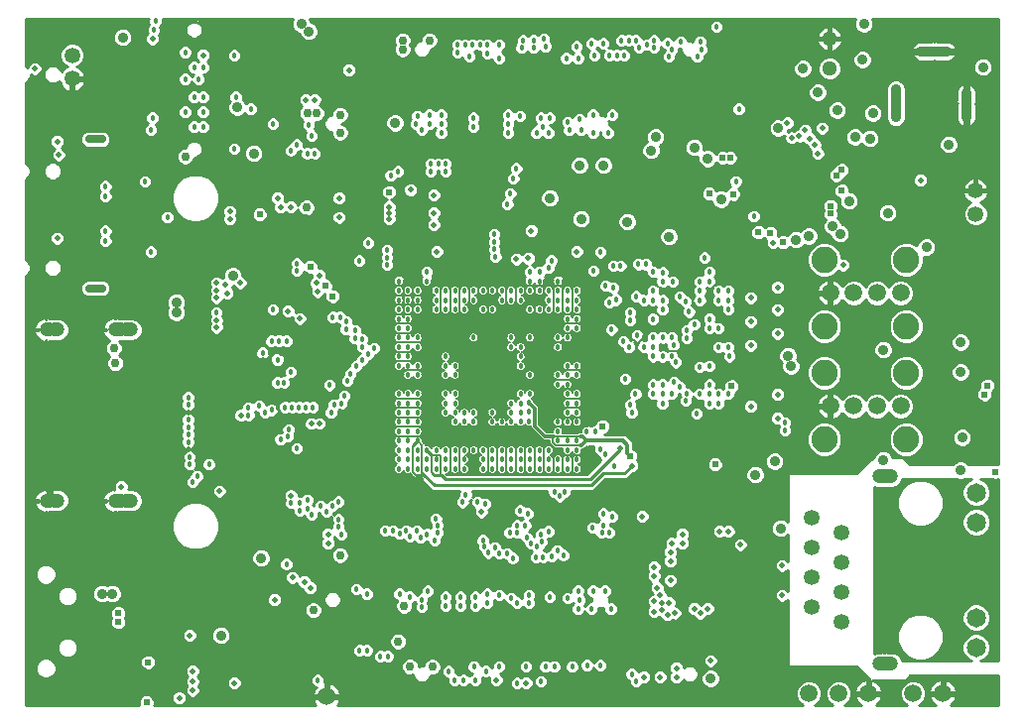
<source format=gbr>
G75*
G70*
%OFA0B0*%
%FSLAX24Y24*%
%IPPOS*%
%LPD*%
%AMOC8*
5,1,8,0,0,1.08239X$1,22.5*
%
%ADD10C,0.0356*%
%ADD11C,0.0600*%
%ADD12C,0.0531*%
%ADD13C,0.0510*%
%ADD14C,0.0709*%
%ADD15C,0.0238*%
%ADD16C,0.0650*%
%ADD17C,0.0472*%
%ADD18C,0.0277*%
%ADD19C,0.0591*%
%ADD20C,0.0886*%
%ADD21C,0.0768*%
%ADD22C,0.1699*%
%ADD23C,0.0100*%
%ADD24C,0.0180*%
%ADD25C,0.0237*%
%ADD26C,0.0354*%
%ADD27C,0.0198*%
%ADD28C,0.0050*%
%ADD29C,0.0400*%
%ADD30C,0.0295*%
%ADD31C,0.0080*%
%ADD32C,0.0240*%
%ADD33C,0.0120*%
%ADD34C,0.0060*%
D10*
X014030Y010866D03*
X013753Y011475D03*
X014030Y012084D03*
X014639Y012361D03*
X015248Y012084D03*
X015524Y011475D03*
X015248Y010866D03*
X014639Y010590D03*
X029839Y011475D03*
X030116Y010866D03*
X030725Y010590D03*
X031334Y010866D03*
X031611Y011475D03*
X031334Y012084D03*
X030725Y012361D03*
X030116Y012084D03*
X035581Y029539D03*
X035581Y029657D03*
X035581Y029775D03*
X035581Y029893D03*
X035581Y030012D03*
X035581Y030130D03*
X035581Y030248D03*
X035581Y030366D03*
X035581Y030484D03*
X036428Y031764D03*
X036507Y031764D03*
X036625Y031764D03*
X036743Y031764D03*
X036861Y031764D03*
X036979Y031764D03*
X037097Y031764D03*
X037215Y031764D03*
X037294Y031764D03*
X037944Y030366D03*
X037944Y030248D03*
X037944Y030130D03*
X037944Y030012D03*
X037944Y029893D03*
X037944Y029775D03*
X037944Y029657D03*
X037944Y029539D03*
X031611Y031160D03*
X031334Y031769D03*
X030725Y032046D03*
X030116Y031769D03*
X029839Y031160D03*
X030116Y030551D03*
X030725Y030275D03*
X031334Y030551D03*
X015524Y031160D03*
X015248Y031769D03*
X014639Y032046D03*
X014030Y031769D03*
X013753Y031160D03*
X014030Y030551D03*
X014639Y030275D03*
X015248Y030551D03*
D11*
X016454Y010082D03*
D12*
X032767Y013078D03*
X032767Y014078D03*
X033767Y014578D03*
X033767Y015578D03*
X032767Y016078D03*
X032767Y015078D03*
X033767Y013578D03*
X033767Y012578D03*
X038254Y026288D03*
X038254Y027075D03*
X007904Y030838D03*
X007904Y031625D03*
D13*
X033354Y031182D03*
X033354Y032182D03*
D14*
X031804Y027282D03*
D15*
X031548Y027675D03*
X031411Y027538D03*
X031174Y027538D03*
X031174Y027026D03*
X031411Y027026D03*
X031548Y026888D03*
X031548Y026652D03*
X032060Y026652D03*
X032060Y026888D03*
X032198Y027026D03*
X032434Y027026D03*
X032434Y027538D03*
X032198Y027538D03*
X032060Y027675D03*
X032060Y027912D03*
X031548Y027912D03*
D16*
X038274Y016934D03*
X038274Y015934D03*
X038274Y012729D03*
X038274Y011729D03*
D17*
X035420Y011182D03*
X035341Y011182D03*
X035263Y011182D03*
X035184Y011182D03*
X035105Y011182D03*
X035026Y011182D03*
X035026Y017481D03*
X035105Y017481D03*
X035184Y017481D03*
X035263Y017481D03*
X035341Y017481D03*
X035420Y017481D03*
X009891Y016658D03*
X009773Y016658D03*
X009714Y016658D03*
X009556Y016658D03*
X009438Y016658D03*
X009340Y016658D03*
X007430Y016667D03*
X007312Y016658D03*
X007155Y016658D03*
X007037Y016658D03*
X007037Y022406D03*
X007155Y022406D03*
X007312Y022406D03*
X007430Y022406D03*
X009340Y022406D03*
X009438Y022406D03*
X009556Y022406D03*
X009714Y022406D03*
X009773Y022406D03*
X009891Y022406D03*
D18*
X008912Y023795D03*
X008833Y023795D03*
X008744Y023795D03*
X008646Y023795D03*
X008557Y023795D03*
X008479Y023795D03*
X008479Y028811D03*
X008557Y028811D03*
X008646Y028811D03*
X008744Y028811D03*
X008833Y028811D03*
X008912Y028811D03*
X028871Y014479D03*
X029107Y014715D03*
X029501Y014715D03*
X029737Y014479D03*
X029737Y014085D03*
X029501Y013849D03*
X029107Y013849D03*
X028871Y014085D03*
D19*
X032654Y010182D03*
X033654Y010182D03*
X034654Y010182D03*
X036154Y010182D03*
X037154Y010182D03*
X035735Y019840D03*
X034947Y019840D03*
X034160Y019840D03*
X033372Y019840D03*
X033372Y023640D03*
X034160Y023640D03*
X034947Y023640D03*
X035735Y023640D03*
D20*
X035931Y024762D03*
X035931Y022518D03*
X035931Y020962D03*
X035931Y018718D03*
X033176Y018718D03*
X033176Y020962D03*
X033176Y022518D03*
X033176Y024762D03*
D21*
X029304Y014282D03*
D22*
X030725Y011475D03*
X014639Y011475D03*
X014639Y031160D03*
X030725Y031160D03*
D23*
X006354Y024211D02*
X006354Y009782D01*
X010155Y009782D01*
X010136Y009828D01*
X010136Y009935D01*
X010176Y010034D01*
X010252Y010109D01*
X010351Y010150D01*
X010458Y010150D01*
X010557Y010109D01*
X010632Y010034D01*
X010673Y009935D01*
X010673Y009828D01*
X010654Y009782D01*
X016090Y009782D01*
X016056Y009815D01*
X015984Y009988D01*
X015984Y010032D01*
X016404Y010032D01*
X016404Y010132D01*
X016404Y010552D01*
X016381Y010552D01*
X016394Y010584D01*
X016394Y010679D01*
X016358Y010768D01*
X016290Y010835D01*
X016202Y010872D01*
X016107Y010872D01*
X016018Y010835D01*
X015951Y010768D01*
X015914Y010679D01*
X015914Y010584D01*
X015951Y010496D01*
X016018Y010428D01*
X016102Y010394D01*
X016056Y010348D01*
X015984Y010175D01*
X015984Y010132D01*
X016404Y010132D01*
X016504Y010132D01*
X016504Y010552D01*
X016548Y010552D01*
X016721Y010480D01*
X016853Y010348D01*
X016924Y010175D01*
X016924Y010132D01*
X016504Y010132D01*
X016504Y010032D01*
X016924Y010032D01*
X016924Y009988D01*
X016853Y009815D01*
X016819Y009782D01*
X032457Y009782D01*
X032402Y009804D01*
X032277Y009929D01*
X032209Y010093D01*
X032209Y010270D01*
X032277Y010434D01*
X032402Y010559D01*
X032566Y010627D01*
X032743Y010627D01*
X032907Y010559D01*
X033032Y010434D01*
X033100Y010270D01*
X033100Y010093D01*
X033032Y009929D01*
X032907Y009804D01*
X032852Y009782D01*
X033457Y009782D01*
X033402Y009804D01*
X033277Y009929D01*
X033209Y010093D01*
X033209Y010270D01*
X033277Y010434D01*
X033402Y010559D01*
X033566Y010627D01*
X033743Y010627D01*
X033907Y010559D01*
X034032Y010434D01*
X034100Y010270D01*
X034100Y010093D01*
X034032Y009929D01*
X033907Y009804D01*
X033852Y009782D01*
X034404Y009782D01*
X034391Y009787D01*
X034260Y009918D01*
X034189Y010089D01*
X034189Y010133D01*
X034606Y010133D01*
X034606Y010230D01*
X034606Y010647D01*
X034562Y010647D01*
X034391Y010576D01*
X034260Y010445D01*
X034189Y010274D01*
X034189Y010230D01*
X034606Y010230D01*
X034703Y010230D01*
X035120Y010230D01*
X035120Y010274D01*
X035049Y010445D01*
X034918Y010576D01*
X034784Y010632D01*
X035904Y010632D01*
X036054Y010782D01*
X039009Y010782D01*
X039009Y009782D01*
X037404Y009782D01*
X037418Y009787D01*
X037549Y009918D01*
X037620Y010089D01*
X037620Y010133D01*
X037203Y010133D01*
X037203Y010230D01*
X037620Y010230D01*
X037620Y010274D01*
X037549Y010445D01*
X037418Y010576D01*
X037247Y010647D01*
X037203Y010647D01*
X037203Y010230D01*
X037106Y010230D01*
X037106Y010647D01*
X037062Y010647D01*
X036891Y010576D01*
X036760Y010445D01*
X036689Y010274D01*
X036689Y010230D01*
X037106Y010230D01*
X037106Y010133D01*
X036689Y010133D01*
X036689Y010089D01*
X036760Y009918D01*
X036891Y009787D01*
X036904Y009782D01*
X036352Y009782D01*
X036407Y009804D01*
X036532Y009929D01*
X036600Y010093D01*
X036600Y010270D01*
X036532Y010434D01*
X036407Y010559D01*
X036243Y010627D01*
X036066Y010627D01*
X035902Y010559D01*
X035777Y010434D01*
X035709Y010270D01*
X035709Y010093D01*
X035777Y009929D01*
X035902Y009804D01*
X035957Y009782D01*
X034904Y009782D01*
X034918Y009787D01*
X035049Y009918D01*
X035120Y010089D01*
X035120Y010133D01*
X034703Y010133D01*
X034703Y010230D01*
X034703Y010633D01*
X034254Y011082D01*
X031954Y011082D01*
X031954Y013329D01*
X031895Y013271D01*
X031804Y013233D01*
X031705Y013233D01*
X031613Y013271D01*
X031543Y013341D01*
X031505Y013432D01*
X031505Y013531D01*
X031543Y013623D01*
X031613Y013693D01*
X031705Y013731D01*
X031804Y013731D01*
X031895Y013693D01*
X031954Y013634D01*
X031954Y014329D01*
X031895Y014271D01*
X031804Y014233D01*
X031705Y014233D01*
X031613Y014271D01*
X031543Y014341D01*
X031505Y014432D01*
X031505Y014531D01*
X031543Y014623D01*
X031613Y014693D01*
X031705Y014731D01*
X031804Y014731D01*
X031895Y014693D01*
X031954Y014634D01*
X031954Y015519D01*
X031890Y015454D01*
X031769Y015404D01*
X031639Y015404D01*
X031519Y015454D01*
X031427Y015546D01*
X031377Y015667D01*
X031377Y015797D01*
X031427Y015917D01*
X031519Y016009D01*
X031639Y016059D01*
X031769Y016059D01*
X031890Y016009D01*
X031954Y015944D01*
X031954Y017582D01*
X034254Y017582D01*
X034804Y018132D01*
X034842Y018132D01*
X034877Y018217D01*
X034969Y018309D01*
X035089Y018359D01*
X035219Y018359D01*
X035340Y018309D01*
X035432Y018217D01*
X035467Y018132D01*
X035797Y018132D01*
X035596Y018215D01*
X035429Y018382D01*
X035339Y018600D01*
X035339Y018836D01*
X035429Y019054D01*
X035596Y019220D01*
X035814Y019311D01*
X036049Y019311D01*
X036267Y019220D01*
X036434Y019054D01*
X036524Y018836D01*
X036524Y018600D01*
X036434Y018382D01*
X036267Y018215D01*
X036049Y018125D01*
X035814Y018125D01*
X035809Y018127D01*
X036054Y017882D01*
X037492Y017882D01*
X037569Y017959D01*
X037689Y018009D01*
X037819Y018009D01*
X037940Y017959D01*
X038017Y017882D01*
X038806Y017882D01*
X038851Y017900D01*
X038958Y017900D01*
X039003Y017882D01*
X039009Y017882D01*
X039009Y032850D01*
X034789Y032850D01*
X034831Y032747D01*
X034831Y032617D01*
X034782Y032496D01*
X034690Y032404D01*
X034569Y032354D01*
X034439Y032354D01*
X034319Y032404D01*
X034227Y032496D01*
X034177Y032617D01*
X034177Y032747D01*
X034220Y032850D01*
X015889Y032850D01*
X015928Y032755D01*
X016040Y032709D01*
X016132Y032617D01*
X016181Y032497D01*
X016181Y032367D01*
X016132Y032246D01*
X016040Y032154D01*
X015919Y032104D01*
X015789Y032104D01*
X015669Y032154D01*
X015577Y032246D01*
X015531Y032358D01*
X015419Y032404D01*
X015327Y032496D01*
X015277Y032617D01*
X015277Y032747D01*
X015320Y032850D01*
X010936Y032850D01*
X010944Y032829D01*
X010944Y032734D01*
X010908Y032646D01*
X010864Y032602D01*
X010894Y032529D01*
X010894Y032434D01*
X010858Y032346D01*
X010821Y032309D01*
X010853Y032231D01*
X010853Y032132D01*
X010815Y032041D01*
X010745Y031971D01*
X010654Y031933D01*
X010555Y031933D01*
X010463Y031971D01*
X010393Y032041D01*
X010355Y032132D01*
X010355Y032231D01*
X010393Y032323D01*
X010441Y032370D01*
X010414Y032434D01*
X010414Y032529D01*
X010451Y032618D01*
X010494Y032661D01*
X010464Y032734D01*
X010464Y032829D01*
X010473Y032850D01*
X006354Y032850D01*
X006354Y031252D01*
X006378Y031242D01*
X006405Y031215D01*
X006405Y031231D01*
X006443Y031323D01*
X006513Y031393D01*
X006605Y031431D01*
X006704Y031431D01*
X006795Y031393D01*
X006865Y031323D01*
X006903Y031231D01*
X006903Y031132D01*
X006865Y031041D01*
X006795Y030971D01*
X006704Y030933D01*
X006605Y030933D01*
X006513Y030971D01*
X006512Y030972D01*
X006512Y030920D01*
X006465Y030807D01*
X006378Y030721D01*
X006354Y030711D01*
X006354Y028002D01*
X006378Y027992D01*
X006465Y027906D01*
X006512Y027793D01*
X006512Y027670D01*
X006465Y027557D01*
X006378Y027471D01*
X006354Y027461D01*
X006354Y024752D01*
X006378Y024742D01*
X006465Y024656D01*
X006512Y024543D01*
X006512Y024420D01*
X006465Y024307D01*
X006378Y024221D01*
X006354Y024211D01*
X006354Y024164D02*
X012585Y024164D01*
X012613Y024193D02*
X012543Y024123D01*
X012505Y024031D01*
X012505Y023932D01*
X012537Y023857D01*
X012505Y023781D01*
X012505Y023682D01*
X012537Y023607D01*
X012505Y023531D01*
X012505Y023432D01*
X012543Y023341D01*
X012613Y023271D01*
X012705Y023233D01*
X012804Y023233D01*
X012895Y023271D01*
X012965Y023341D01*
X012993Y023408D01*
X013055Y023383D01*
X013154Y023383D01*
X013245Y023421D01*
X013315Y023491D01*
X013353Y023582D01*
X013353Y023681D01*
X013315Y023773D01*
X013275Y023813D01*
X013303Y023882D01*
X013303Y023894D01*
X013321Y023894D01*
X013343Y023841D01*
X013413Y023771D01*
X013505Y023733D01*
X013604Y023733D01*
X013695Y023771D01*
X013765Y023841D01*
X013803Y023932D01*
X013803Y024031D01*
X013765Y024123D01*
X013695Y024193D01*
X013631Y024219D01*
X013631Y024287D01*
X013582Y024407D01*
X013490Y024499D01*
X013369Y024549D01*
X013239Y024549D01*
X013119Y024499D01*
X013027Y024407D01*
X012977Y024287D01*
X012977Y024169D01*
X012936Y024152D01*
X012895Y024193D01*
X012804Y024231D01*
X012705Y024231D01*
X012613Y024193D01*
X012520Y024066D02*
X009014Y024066D01*
X008969Y024084D02*
X008854Y024084D01*
X008802Y024084D01*
X008687Y024084D01*
X008615Y024084D01*
X008536Y024084D01*
X008421Y024084D01*
X008315Y024040D01*
X008234Y023959D01*
X008190Y023853D01*
X008190Y023738D01*
X008234Y023632D01*
X008315Y023551D01*
X008421Y023507D01*
X008536Y023507D01*
X008615Y023507D01*
X008687Y023507D01*
X008802Y023507D01*
X008854Y023507D01*
X008969Y023507D01*
X009075Y023551D01*
X009157Y023632D01*
X009201Y023738D01*
X009201Y023853D01*
X009157Y023959D01*
X009075Y024040D01*
X008969Y024084D01*
X009149Y023967D02*
X012505Y023967D01*
X012532Y023868D02*
X009194Y023868D01*
X009201Y023770D02*
X012505Y023770D01*
X012510Y023671D02*
X009173Y023671D01*
X009098Y023573D02*
X011183Y023573D01*
X011219Y023609D02*
X011127Y023517D01*
X011077Y023397D01*
X011077Y023267D01*
X011123Y023157D01*
X011077Y023047D01*
X011077Y022917D01*
X011127Y022796D01*
X011219Y022704D01*
X011339Y022654D01*
X011469Y022654D01*
X011590Y022704D01*
X011682Y022796D01*
X011731Y022917D01*
X011731Y023047D01*
X011686Y023157D01*
X011731Y023267D01*
X011731Y023397D01*
X011682Y023517D01*
X011590Y023609D01*
X011469Y023659D01*
X011339Y023659D01*
X011219Y023609D01*
X011109Y023474D02*
X006354Y023474D01*
X006354Y023376D02*
X011077Y023376D01*
X011077Y023277D02*
X006354Y023277D01*
X006354Y023179D02*
X011114Y023179D01*
X011091Y023080D02*
X006354Y023080D01*
X006354Y022982D02*
X011077Y022982D01*
X011091Y022883D02*
X006354Y022883D01*
X006354Y022784D02*
X006890Y022784D01*
X006956Y022812D02*
X006806Y022750D01*
X006692Y022636D01*
X006630Y022486D01*
X006630Y022434D01*
X006769Y022434D01*
X006769Y022377D01*
X006630Y022377D01*
X006630Y022325D01*
X006692Y022176D01*
X006806Y022061D01*
X006956Y021999D01*
X007008Y021999D01*
X007008Y022049D01*
X007065Y022025D01*
X007065Y021999D01*
X007117Y021999D01*
X007166Y022019D01*
X007232Y022019D01*
X007233Y022020D01*
X007235Y022019D01*
X007389Y022019D01*
X007507Y022019D01*
X007649Y022078D01*
X007758Y022187D01*
X007816Y022329D01*
X007816Y022482D01*
X007758Y022624D01*
X007649Y022733D01*
X007507Y022792D01*
X007389Y022792D01*
X007235Y022792D01*
X007233Y022791D01*
X007232Y022792D01*
X007166Y022792D01*
X007117Y022812D01*
X007065Y022812D01*
X007065Y022787D01*
X007008Y022763D01*
X007008Y022812D01*
X006956Y022812D01*
X007008Y022784D02*
X007060Y022784D01*
X006742Y022686D02*
X006354Y022686D01*
X006354Y022587D02*
X006672Y022587D01*
X006631Y022489D02*
X006354Y022489D01*
X006354Y022390D02*
X006769Y022390D01*
X006644Y022292D02*
X006354Y022292D01*
X006354Y022193D02*
X006685Y022193D01*
X006773Y022095D02*
X006354Y022095D01*
X006354Y021996D02*
X009098Y021996D01*
X009136Y022034D02*
X009052Y021950D01*
X009007Y021841D01*
X009007Y021722D01*
X009052Y021613D01*
X009136Y021529D01*
X009168Y021516D01*
X009102Y021450D01*
X009057Y021341D01*
X009057Y021222D01*
X009102Y021113D01*
X009186Y021029D01*
X009295Y020984D01*
X009414Y020984D01*
X009523Y021029D01*
X009607Y021113D01*
X009652Y021222D01*
X009652Y021341D01*
X009607Y021450D01*
X009523Y021534D01*
X009491Y021547D01*
X009557Y021613D01*
X009602Y021722D01*
X009602Y021841D01*
X009557Y021950D01*
X009487Y022019D01*
X009633Y022019D01*
X009635Y022020D01*
X009637Y022019D01*
X009791Y022019D01*
X009814Y022019D01*
X009968Y022019D01*
X010110Y022078D01*
X010218Y022187D01*
X010277Y022329D01*
X010277Y022482D01*
X010218Y022624D01*
X010110Y022733D01*
X009968Y022792D01*
X009814Y022792D01*
X009791Y022792D01*
X009637Y022792D01*
X009635Y022791D01*
X009633Y022792D01*
X009479Y022792D01*
X009469Y022792D01*
X009421Y022812D01*
X009369Y022812D01*
X009369Y022792D01*
X009361Y022792D01*
X009311Y022771D01*
X009311Y022812D01*
X009259Y022812D01*
X009110Y022750D01*
X008995Y022636D01*
X008934Y022486D01*
X008934Y022434D01*
X009052Y022434D01*
X009052Y022377D01*
X008934Y022377D01*
X008934Y022325D01*
X008995Y022176D01*
X009110Y022061D01*
X009156Y022042D01*
X009136Y022034D01*
X009076Y022095D02*
X007665Y022095D01*
X007760Y022193D02*
X008988Y022193D01*
X008947Y022292D02*
X007801Y022292D01*
X007816Y022390D02*
X009052Y022390D01*
X008935Y022489D02*
X007814Y022489D01*
X007773Y022587D02*
X008975Y022587D01*
X009046Y022686D02*
X007696Y022686D01*
X007525Y022784D02*
X009193Y022784D01*
X009311Y022784D02*
X009344Y022784D01*
X009986Y022784D02*
X011139Y022784D01*
X011263Y022686D02*
X010157Y022686D01*
X010234Y022587D02*
X012529Y022587D01*
X012537Y022607D02*
X012505Y022531D01*
X012505Y022432D01*
X012543Y022341D01*
X012613Y022271D01*
X012705Y022233D01*
X012804Y022233D01*
X012895Y022271D01*
X012965Y022341D01*
X013003Y022432D01*
X013003Y022531D01*
X012972Y022607D01*
X013003Y022682D01*
X013003Y022781D01*
X012967Y022868D01*
X012994Y022934D01*
X012994Y023029D01*
X012958Y023118D01*
X012890Y023185D01*
X012802Y023222D01*
X012707Y023222D01*
X012618Y023185D01*
X012551Y023118D01*
X012514Y023029D01*
X012514Y022934D01*
X012541Y022868D01*
X012505Y022781D01*
X012505Y022682D01*
X012537Y022607D01*
X012505Y022686D02*
X011545Y022686D01*
X011670Y022784D02*
X012507Y022784D01*
X012535Y022883D02*
X011718Y022883D01*
X011731Y022982D02*
X012514Y022982D01*
X012535Y023080D02*
X011718Y023080D01*
X011695Y023179D02*
X012612Y023179D01*
X012607Y023277D02*
X011731Y023277D01*
X011731Y023376D02*
X012529Y023376D01*
X012505Y023474D02*
X011699Y023474D01*
X011626Y023573D02*
X012523Y023573D01*
X012902Y023277D02*
X014510Y023277D01*
X014518Y023285D02*
X014451Y023218D01*
X014414Y023129D01*
X014414Y023034D01*
X014451Y022946D01*
X014518Y022878D01*
X014607Y022842D01*
X014702Y022842D01*
X014790Y022878D01*
X014858Y022946D01*
X014894Y023034D01*
X014894Y023129D01*
X014858Y023218D01*
X014790Y023285D01*
X014702Y023322D01*
X014607Y023322D01*
X014518Y023285D01*
X014435Y023179D02*
X012897Y023179D01*
X012973Y023080D02*
X014414Y023080D01*
X014436Y022982D02*
X012994Y022982D01*
X012973Y022883D02*
X014514Y022883D01*
X014795Y022883D02*
X014951Y022883D01*
X014943Y022891D02*
X015013Y022821D01*
X015105Y022783D01*
X015204Y022783D01*
X015295Y022821D01*
X015305Y022830D01*
X015305Y022732D01*
X015343Y022641D01*
X015413Y022571D01*
X015505Y022533D01*
X015604Y022533D01*
X015695Y022571D01*
X015765Y022641D01*
X015803Y022732D01*
X015803Y022831D01*
X015765Y022923D01*
X015695Y022993D01*
X015604Y023031D01*
X015505Y023031D01*
X015413Y022993D01*
X015403Y022983D01*
X015403Y023081D01*
X015365Y023173D01*
X015295Y023243D01*
X015204Y023281D01*
X015105Y023281D01*
X015013Y023243D01*
X014943Y023173D01*
X014905Y023081D01*
X014905Y022982D01*
X014943Y022891D01*
X014905Y022982D02*
X014873Y022982D01*
X014894Y023080D02*
X014905Y023080D01*
X014874Y023179D02*
X014949Y023179D01*
X015096Y023277D02*
X014798Y023277D01*
X015212Y023277D02*
X016566Y023277D01*
X016601Y023263D02*
X016708Y023263D01*
X016807Y023304D01*
X016882Y023379D01*
X016923Y023478D01*
X016923Y023585D01*
X016882Y023684D01*
X016807Y023759D01*
X016708Y023800D01*
X016661Y023800D01*
X016673Y023828D01*
X016673Y023935D01*
X016632Y024034D01*
X016557Y024109D01*
X016458Y024150D01*
X016440Y024150D01*
X016453Y024182D01*
X016453Y024281D01*
X016415Y024373D01*
X016345Y024443D01*
X016254Y024481D01*
X016173Y024481D01*
X016173Y024585D01*
X016132Y024684D01*
X016057Y024759D01*
X015958Y024800D01*
X015851Y024800D01*
X015752Y024759D01*
X015688Y024695D01*
X015658Y024768D01*
X015590Y024835D01*
X015502Y024872D01*
X015407Y024872D01*
X015318Y024835D01*
X015251Y024768D01*
X015214Y024679D01*
X015214Y024584D01*
X015246Y024507D01*
X015214Y024429D01*
X015214Y024334D01*
X015251Y024246D01*
X015318Y024178D01*
X015407Y024142D01*
X015502Y024142D01*
X015590Y024178D01*
X015658Y024246D01*
X015694Y024334D01*
X015694Y024362D01*
X015752Y024304D01*
X015851Y024263D01*
X015955Y024263D01*
X015955Y024185D01*
X015893Y024123D01*
X015855Y024031D01*
X015855Y023932D01*
X015893Y023841D01*
X015934Y023800D01*
X015905Y023731D01*
X015905Y023632D01*
X015943Y023541D01*
X016013Y023471D01*
X016105Y023433D01*
X016204Y023433D01*
X016295Y023471D01*
X016365Y023541D01*
X016395Y023613D01*
X016397Y023613D01*
X016386Y023585D01*
X016386Y023478D01*
X016426Y023379D01*
X016502Y023304D01*
X016601Y023263D01*
X016742Y023277D02*
X018669Y023277D01*
X018675Y023262D02*
X018697Y023240D01*
X018675Y023219D01*
X018639Y023131D01*
X018639Y023035D01*
X018675Y022947D01*
X018697Y022925D01*
X018675Y022904D01*
X018639Y022816D01*
X018639Y022720D01*
X018675Y022632D01*
X018697Y022610D01*
X018675Y022589D01*
X018639Y022501D01*
X018639Y022405D01*
X018675Y022317D01*
X018697Y022295D01*
X018675Y022274D01*
X018639Y022186D01*
X018639Y022090D01*
X018675Y022002D01*
X018697Y021980D01*
X018675Y021959D01*
X018639Y021871D01*
X018639Y021775D01*
X018675Y021687D01*
X018697Y021665D01*
X018675Y021644D01*
X018639Y021556D01*
X018639Y021460D01*
X018675Y021372D01*
X018697Y021351D01*
X018675Y021329D01*
X018639Y021241D01*
X018639Y021145D01*
X018675Y021057D01*
X018743Y020990D01*
X018831Y020953D01*
X018926Y020953D01*
X018973Y020972D01*
X018954Y020926D01*
X018954Y020830D01*
X018990Y020742D01*
X019058Y020675D01*
X019146Y020638D01*
X019241Y020638D01*
X019330Y020675D01*
X019351Y020696D01*
X019373Y020675D01*
X019461Y020638D01*
X019556Y020638D01*
X019645Y020675D01*
X019712Y020742D01*
X019749Y020830D01*
X019749Y020926D01*
X019712Y021014D01*
X019691Y021036D01*
X019712Y021057D01*
X019749Y021145D01*
X019749Y021241D01*
X019712Y021329D01*
X019645Y021396D01*
X019556Y021433D01*
X019461Y021433D01*
X019414Y021414D01*
X019434Y021460D01*
X019434Y021556D01*
X019414Y021602D01*
X019461Y021583D01*
X019556Y021583D01*
X019645Y021620D01*
X019712Y021687D01*
X019749Y021775D01*
X019749Y021871D01*
X019712Y021959D01*
X019691Y021980D01*
X019712Y022002D01*
X019749Y022090D01*
X019749Y022186D01*
X019712Y022274D01*
X019645Y022341D01*
X019556Y022378D01*
X019461Y022378D01*
X019414Y022359D01*
X019434Y022405D01*
X019434Y022501D01*
X019397Y022589D01*
X019376Y022610D01*
X019397Y022632D01*
X019434Y022720D01*
X019434Y022816D01*
X019414Y022862D01*
X019461Y022843D01*
X019556Y022843D01*
X019645Y022879D01*
X019712Y022947D01*
X019749Y023035D01*
X019749Y023131D01*
X019712Y023219D01*
X019691Y023240D01*
X019712Y023262D01*
X019749Y023350D01*
X019749Y023446D01*
X019712Y023534D01*
X019691Y023555D01*
X019712Y023577D01*
X019749Y023665D01*
X019749Y023760D01*
X019729Y023807D01*
X019776Y023788D01*
X019871Y023788D01*
X019918Y023807D01*
X019899Y023760D01*
X019899Y023665D01*
X019935Y023577D01*
X019957Y023555D01*
X019935Y023534D01*
X019899Y023446D01*
X019899Y023350D01*
X019935Y023262D01*
X019957Y023240D01*
X019935Y023219D01*
X019899Y023131D01*
X019899Y023035D01*
X019935Y022947D01*
X020003Y022879D01*
X020091Y022843D01*
X020186Y022843D01*
X020275Y022879D01*
X020296Y022901D01*
X020318Y022879D01*
X020406Y022843D01*
X020501Y022843D01*
X020589Y022879D01*
X020611Y022901D01*
X020633Y022879D01*
X020721Y022843D01*
X020816Y022843D01*
X020904Y022879D01*
X020926Y022901D01*
X020947Y022879D01*
X021036Y022843D01*
X021131Y022843D01*
X021219Y022879D01*
X021287Y022947D01*
X021323Y023035D01*
X021323Y023131D01*
X021304Y023177D01*
X021351Y023158D01*
X021446Y023158D01*
X021493Y023177D01*
X021473Y023131D01*
X021473Y023035D01*
X021510Y022947D01*
X021577Y022879D01*
X021666Y022843D01*
X021761Y022843D01*
X021849Y022879D01*
X021871Y022901D01*
X021892Y022879D01*
X021981Y022843D01*
X022076Y022843D01*
X022164Y022879D01*
X022232Y022947D01*
X022268Y023035D01*
X022268Y023131D01*
X022249Y023177D01*
X022296Y023158D01*
X022391Y023158D01*
X022479Y023194D01*
X022501Y023216D01*
X022522Y023194D01*
X022611Y023158D01*
X022706Y023158D01*
X022794Y023194D01*
X022816Y023216D01*
X022837Y023194D01*
X022925Y023158D01*
X023021Y023158D01*
X023067Y023177D01*
X023048Y023131D01*
X023048Y023035D01*
X023085Y022947D01*
X023152Y022879D01*
X023240Y022843D01*
X023336Y022843D01*
X023424Y022879D01*
X023446Y022901D01*
X023467Y022879D01*
X023555Y022843D01*
X023651Y022843D01*
X023739Y022879D01*
X023761Y022901D01*
X023782Y022879D01*
X023870Y022843D01*
X023966Y022843D01*
X024054Y022879D01*
X024076Y022901D01*
X024097Y022879D01*
X024185Y022843D01*
X024281Y022843D01*
X024327Y022862D01*
X024308Y022816D01*
X024308Y022720D01*
X024345Y022632D01*
X024366Y022610D01*
X024345Y022589D01*
X024308Y022501D01*
X024308Y022405D01*
X024327Y022359D01*
X024281Y022378D01*
X024185Y022378D01*
X024097Y022341D01*
X024030Y022274D01*
X023993Y022186D01*
X023993Y022090D01*
X024030Y022002D01*
X024051Y021980D01*
X024030Y021959D01*
X023993Y021871D01*
X023993Y021775D01*
X024030Y021687D01*
X024097Y021620D01*
X024185Y021583D01*
X024281Y021583D01*
X024369Y021620D01*
X024436Y021687D01*
X024473Y021775D01*
X024473Y021871D01*
X024454Y021917D01*
X024500Y021898D01*
X024596Y021898D01*
X024684Y021934D01*
X024751Y022002D01*
X024788Y022090D01*
X024788Y022186D01*
X024769Y022232D01*
X024815Y022213D01*
X024911Y022213D01*
X024999Y022249D01*
X025066Y022317D01*
X025103Y022405D01*
X025103Y022501D01*
X025066Y022589D01*
X025045Y022610D01*
X025066Y022632D01*
X025103Y022720D01*
X025103Y022816D01*
X025066Y022904D01*
X025045Y022925D01*
X025066Y022947D01*
X025103Y023035D01*
X025103Y023131D01*
X025066Y023219D01*
X025045Y023240D01*
X025066Y023262D01*
X025103Y023350D01*
X025103Y023446D01*
X025066Y023534D01*
X025045Y023555D01*
X025066Y023577D01*
X025103Y023665D01*
X025103Y023760D01*
X025066Y023849D01*
X024999Y023916D01*
X024911Y023953D01*
X024815Y023953D01*
X024727Y023916D01*
X024705Y023895D01*
X024684Y023916D01*
X024596Y023953D01*
X024500Y023953D01*
X024454Y023933D01*
X024473Y023980D01*
X024473Y024075D01*
X024436Y024164D01*
X025320Y024164D01*
X025362Y024147D02*
X025457Y024147D01*
X025545Y024183D01*
X025613Y024251D01*
X025649Y024339D01*
X025649Y024434D01*
X025613Y024523D01*
X025545Y024590D01*
X025457Y024627D01*
X025362Y024627D01*
X025273Y024590D01*
X025206Y024523D01*
X025169Y024434D01*
X025169Y024339D01*
X025206Y024251D01*
X025273Y024183D01*
X025362Y024147D01*
X025499Y024164D02*
X027261Y024164D01*
X027286Y024139D02*
X027219Y024207D01*
X027182Y024295D01*
X027182Y024367D01*
X027132Y024367D01*
X027054Y024399D01*
X026977Y024367D01*
X026882Y024367D01*
X026793Y024403D01*
X026726Y024471D01*
X026689Y024559D01*
X026689Y024654D01*
X026726Y024743D01*
X026793Y024810D01*
X026882Y024847D01*
X026977Y024847D01*
X027054Y024815D01*
X027132Y024847D01*
X027227Y024847D01*
X027315Y024810D01*
X027383Y024743D01*
X027419Y024654D01*
X027419Y024583D01*
X027470Y024583D01*
X027558Y024546D01*
X027591Y024514D01*
X027612Y024535D01*
X027700Y024572D01*
X027796Y024572D01*
X027884Y024535D01*
X027951Y024468D01*
X027988Y024379D01*
X027988Y024284D01*
X027965Y024229D01*
X028032Y024257D01*
X028127Y024257D01*
X028215Y024220D01*
X028283Y024153D01*
X028319Y024064D01*
X028319Y023969D01*
X028283Y023881D01*
X028215Y023813D01*
X028127Y023777D01*
X028032Y023777D01*
X027943Y023813D01*
X027903Y023854D01*
X027873Y023824D01*
X027785Y023788D01*
X027689Y023788D01*
X027643Y023807D01*
X027662Y023760D01*
X027662Y023665D01*
X027643Y023618D01*
X027689Y023638D01*
X027785Y023638D01*
X027873Y023601D01*
X027940Y023534D01*
X027977Y023446D01*
X027977Y023350D01*
X027940Y023262D01*
X027919Y023240D01*
X027940Y023219D01*
X027977Y023131D01*
X027977Y023035D01*
X027940Y022947D01*
X027873Y022879D01*
X027785Y022843D01*
X027689Y022843D01*
X027643Y022862D01*
X027662Y022816D01*
X027662Y022720D01*
X027625Y022632D01*
X027558Y022564D01*
X027470Y022528D01*
X027374Y022528D01*
X027286Y022564D01*
X027219Y022632D01*
X027182Y022720D01*
X027182Y022816D01*
X027219Y022904D01*
X027286Y022971D01*
X027374Y023008D01*
X027470Y023008D01*
X027516Y022989D01*
X027497Y023035D01*
X027497Y023131D01*
X027516Y023177D01*
X027470Y023158D01*
X027374Y023158D01*
X027286Y023194D01*
X027265Y023216D01*
X027243Y023194D01*
X027155Y023158D01*
X027059Y023158D01*
X026971Y023194D01*
X026904Y023262D01*
X026891Y023292D01*
X026807Y023292D01*
X026718Y023328D01*
X026651Y023396D01*
X026614Y023484D01*
X026614Y023579D01*
X026651Y023668D01*
X026718Y023735D01*
X026807Y023772D01*
X026902Y023772D01*
X026990Y023735D01*
X027058Y023668D01*
X027070Y023638D01*
X027155Y023638D01*
X027201Y023618D01*
X027182Y023665D01*
X027182Y023760D01*
X027219Y023849D01*
X027286Y023916D01*
X027374Y023953D01*
X027470Y023953D01*
X027516Y023933D01*
X027497Y023980D01*
X027497Y024075D01*
X027516Y024122D01*
X027470Y024103D01*
X027374Y024103D01*
X027286Y024139D01*
X027195Y024263D02*
X025618Y024263D01*
X025649Y024361D02*
X025935Y024361D01*
X025943Y024353D02*
X026032Y024317D01*
X026127Y024317D01*
X026204Y024349D01*
X026282Y024317D01*
X026377Y024317D01*
X026465Y024353D01*
X026533Y024421D01*
X026569Y024509D01*
X026569Y024604D01*
X026533Y024693D01*
X026465Y024760D01*
X026377Y024797D01*
X026282Y024797D01*
X026204Y024765D01*
X026127Y024797D01*
X026032Y024797D01*
X025943Y024760D01*
X025876Y024693D01*
X025839Y024604D01*
X025839Y024509D01*
X025876Y024421D01*
X025943Y024353D01*
X025860Y024460D02*
X025639Y024460D01*
X025577Y024558D02*
X025839Y024558D01*
X025861Y024657D02*
X024233Y024657D01*
X024244Y024684D02*
X024244Y024779D01*
X024208Y024868D01*
X024140Y024935D01*
X024052Y024972D01*
X023957Y024972D01*
X023868Y024935D01*
X023801Y024868D01*
X023764Y024779D01*
X023764Y024684D01*
X023765Y024682D01*
X023701Y024618D01*
X023681Y024570D01*
X023651Y024583D01*
X023555Y024583D01*
X023467Y024546D01*
X023446Y024525D01*
X023424Y024546D01*
X023338Y024582D01*
X023370Y024596D01*
X023440Y024666D01*
X023478Y024757D01*
X023478Y024856D01*
X023440Y024948D01*
X023370Y025018D01*
X023279Y025056D01*
X023180Y025056D01*
X023088Y025018D01*
X023018Y024948D01*
X023017Y024946D01*
X022970Y024993D01*
X022879Y025031D01*
X022780Y025031D01*
X022688Y024993D01*
X022618Y024923D01*
X022580Y024831D01*
X022580Y024732D01*
X022618Y024641D01*
X022688Y024571D01*
X022780Y024533D01*
X022879Y024533D01*
X022970Y024571D01*
X023040Y024641D01*
X023041Y024643D01*
X023088Y024596D01*
X023180Y024558D01*
X023152Y024546D01*
X023085Y024479D01*
X023048Y024390D01*
X023048Y024295D01*
X023085Y024207D01*
X023106Y024185D01*
X023085Y024164D01*
X020027Y024164D01*
X020006Y024185D01*
X020027Y024207D01*
X020064Y024295D01*
X020064Y024390D01*
X020027Y024479D01*
X019960Y024546D01*
X019871Y024583D01*
X019776Y024583D01*
X019688Y024546D01*
X019620Y024479D01*
X019584Y024390D01*
X019584Y024295D01*
X019620Y024207D01*
X019642Y024185D01*
X019620Y024164D01*
X019584Y024075D01*
X019584Y023980D01*
X019603Y023933D01*
X019556Y023953D01*
X019461Y023953D01*
X019373Y023916D01*
X019351Y023895D01*
X019330Y023916D01*
X019241Y023953D01*
X019146Y023953D01*
X019099Y023933D01*
X019119Y023980D01*
X019119Y024075D01*
X019082Y024164D01*
X019621Y024164D01*
X019597Y024263D02*
X018939Y024263D01*
X018926Y024268D02*
X018831Y024268D01*
X018743Y024231D01*
X018675Y024164D01*
X018639Y024075D01*
X018639Y023980D01*
X018675Y023892D01*
X018697Y023870D01*
X018675Y023849D01*
X018639Y023760D01*
X018639Y023665D01*
X018675Y023577D01*
X018697Y023555D01*
X018675Y023534D01*
X018639Y023446D01*
X018639Y023350D01*
X018675Y023262D01*
X018659Y023179D02*
X015360Y023179D01*
X015403Y023080D02*
X018639Y023080D01*
X018661Y022982D02*
X017094Y022982D01*
X017108Y022968D02*
X017040Y023035D01*
X016952Y023072D01*
X016857Y023072D01*
X016779Y023040D01*
X016702Y023072D01*
X016607Y023072D01*
X016518Y023035D01*
X016451Y022968D01*
X016414Y022879D01*
X016414Y022784D01*
X016451Y022696D01*
X016518Y022628D01*
X016607Y022592D01*
X016702Y022592D01*
X016779Y022624D01*
X016857Y022592D01*
X016882Y022592D01*
X016896Y022557D01*
X016864Y022479D01*
X016864Y022384D01*
X016901Y022296D01*
X016968Y022228D01*
X017057Y022192D01*
X017152Y022192D01*
X017173Y022200D01*
X017164Y022179D01*
X017164Y022084D01*
X017201Y021996D01*
X015344Y021996D01*
X015344Y021984D02*
X015344Y022079D01*
X015308Y022168D01*
X015240Y022235D01*
X015152Y022272D01*
X015057Y022272D01*
X014979Y022240D01*
X014902Y022272D01*
X014807Y022272D01*
X014729Y022240D01*
X014652Y022272D01*
X014557Y022272D01*
X014468Y022235D01*
X014401Y022168D01*
X014364Y022079D01*
X014364Y021984D01*
X014401Y021896D01*
X014468Y021828D01*
X014557Y021792D01*
X014652Y021792D01*
X014729Y021824D01*
X014807Y021792D01*
X014902Y021792D01*
X014979Y021824D01*
X015057Y021792D01*
X015152Y021792D01*
X015240Y021828D01*
X015308Y021896D01*
X015344Y021984D01*
X015309Y021898D02*
X017342Y021898D01*
X017357Y021892D02*
X017419Y021892D01*
X017414Y021879D01*
X017414Y021784D01*
X017451Y021696D01*
X017518Y021628D01*
X017570Y021607D01*
X017518Y021585D01*
X017451Y021518D01*
X017414Y021429D01*
X017414Y021422D01*
X017407Y021422D01*
X017318Y021385D01*
X017251Y021318D01*
X017214Y021229D01*
X017214Y021172D01*
X017207Y021172D01*
X017118Y021135D01*
X017051Y021068D01*
X017014Y020979D01*
X017014Y020884D01*
X017015Y020882D01*
X016951Y020818D01*
X016914Y020729D01*
X016914Y020634D01*
X016951Y020546D01*
X017018Y020478D01*
X017107Y020442D01*
X017202Y020442D01*
X017290Y020478D01*
X017358Y020546D01*
X017394Y020634D01*
X017394Y020729D01*
X017393Y020731D01*
X017458Y020796D01*
X017494Y020884D01*
X017494Y020942D01*
X017502Y020942D01*
X017590Y020978D01*
X017658Y021046D01*
X017694Y021134D01*
X017694Y021142D01*
X017702Y021142D01*
X017790Y021178D01*
X017858Y021246D01*
X017894Y021334D01*
X017894Y021342D01*
X017902Y021342D01*
X017990Y021378D01*
X018058Y021446D01*
X018094Y021534D01*
X018094Y021542D01*
X018102Y021542D01*
X018190Y021578D01*
X018258Y021646D01*
X018294Y021734D01*
X018294Y021829D01*
X018258Y021918D01*
X018190Y021985D01*
X018102Y022022D01*
X018007Y022022D01*
X017918Y021985D01*
X017870Y021937D01*
X017862Y021957D01*
X017894Y022034D01*
X017894Y022129D01*
X017858Y022218D01*
X017790Y022285D01*
X017702Y022322D01*
X017639Y022322D01*
X017644Y022334D01*
X017644Y022429D01*
X017608Y022518D01*
X017540Y022585D01*
X017452Y022622D01*
X017357Y022622D01*
X017336Y022613D01*
X017344Y022634D01*
X017344Y022729D01*
X017308Y022818D01*
X017240Y022885D01*
X017152Y022922D01*
X017127Y022922D01*
X017108Y022968D01*
X017242Y022883D02*
X018667Y022883D01*
X018639Y022784D02*
X017321Y022784D01*
X017344Y022686D02*
X018653Y022686D01*
X018675Y022587D02*
X017535Y022587D01*
X017620Y022489D02*
X018639Y022489D01*
X018645Y022390D02*
X017644Y022390D01*
X017774Y022292D02*
X018693Y022292D01*
X018642Y022193D02*
X017868Y022193D01*
X017894Y022095D02*
X018639Y022095D01*
X018681Y021996D02*
X018164Y021996D01*
X018266Y021898D02*
X018650Y021898D01*
X018639Y021799D02*
X018294Y021799D01*
X018280Y021700D02*
X018670Y021700D01*
X018658Y021602D02*
X018214Y021602D01*
X018082Y021503D02*
X018639Y021503D01*
X018662Y021405D02*
X018017Y021405D01*
X017883Y021306D02*
X018666Y021306D01*
X018639Y021208D02*
X017820Y021208D01*
X017684Y021109D02*
X018654Y021109D01*
X018722Y021011D02*
X017623Y021011D01*
X017494Y020912D02*
X018954Y020912D01*
X018961Y020814D02*
X017465Y020814D01*
X017394Y020715D02*
X019017Y020715D01*
X018926Y020488D02*
X018831Y020488D01*
X018743Y020452D01*
X018675Y020384D01*
X018639Y020296D01*
X018639Y020200D01*
X018675Y020112D01*
X018697Y020091D01*
X018675Y020069D01*
X018639Y019981D01*
X018639Y019885D01*
X018675Y019797D01*
X018697Y019776D01*
X018675Y019754D01*
X018639Y019666D01*
X018639Y019571D01*
X018675Y019482D01*
X018697Y019461D01*
X018675Y019439D01*
X018639Y019351D01*
X018639Y019256D01*
X018675Y019167D01*
X018697Y019146D01*
X018675Y019124D01*
X018639Y019036D01*
X018639Y018941D01*
X015384Y018941D01*
X015378Y018926D02*
X015414Y019014D01*
X015414Y019109D01*
X015378Y019198D01*
X015310Y019265D01*
X015222Y019302D01*
X015127Y019302D01*
X015038Y019265D01*
X014971Y019198D01*
X014934Y019109D01*
X014934Y019014D01*
X014953Y018969D01*
X014951Y018968D01*
X014944Y018952D01*
X014857Y018952D01*
X014768Y018915D01*
X014701Y018848D01*
X014664Y018759D01*
X014664Y018664D01*
X014701Y018576D01*
X014768Y018508D01*
X014857Y018472D01*
X014952Y018472D01*
X015040Y018508D01*
X015108Y018576D01*
X015114Y018592D01*
X015202Y018592D01*
X015290Y018628D01*
X015358Y018696D01*
X015394Y018784D01*
X015394Y018879D01*
X015376Y018924D01*
X015378Y018926D01*
X015394Y018843D02*
X018685Y018843D01*
X018675Y018852D02*
X018697Y018831D01*
X018675Y018809D01*
X018639Y018721D01*
X018639Y018626D01*
X018675Y018537D01*
X018697Y018516D01*
X018675Y018494D01*
X018639Y018406D01*
X018639Y018311D01*
X018675Y018222D01*
X018697Y018201D01*
X018675Y018179D01*
X018639Y018091D01*
X018639Y017996D01*
X018675Y017907D01*
X018697Y017886D01*
X018675Y017864D01*
X018639Y017776D01*
X018639Y017681D01*
X018675Y017593D01*
X018743Y017525D01*
X018831Y017489D01*
X018926Y017489D01*
X019015Y017525D01*
X019036Y017547D01*
X019058Y017525D01*
X019146Y017489D01*
X019241Y017489D01*
X019247Y017491D01*
X019254Y017484D01*
X019254Y017449D01*
X019371Y017332D01*
X019641Y017332D01*
X019991Y016982D01*
X020157Y016982D01*
X020921Y016982D01*
X020889Y016904D01*
X020889Y016809D01*
X020890Y016807D01*
X020826Y016743D01*
X020789Y016654D01*
X020789Y016559D01*
X020826Y016471D01*
X020893Y016403D01*
X020982Y016367D01*
X021077Y016367D01*
X021165Y016403D01*
X021233Y016471D01*
X021269Y016559D01*
X021269Y016654D01*
X021268Y016656D01*
X021306Y016694D01*
X021289Y016654D01*
X021289Y016559D01*
X021326Y016471D01*
X021393Y016403D01*
X021429Y016388D01*
X021405Y016331D01*
X021405Y016232D01*
X021443Y016141D01*
X021513Y016071D01*
X021605Y016033D01*
X021704Y016033D01*
X021795Y016071D01*
X021865Y016141D01*
X021903Y016232D01*
X021903Y016331D01*
X021897Y016346D01*
X021915Y016353D01*
X021983Y016421D01*
X022019Y016509D01*
X022019Y016604D01*
X021983Y016693D01*
X021915Y016760D01*
X021827Y016797D01*
X021732Y016797D01*
X021694Y016781D01*
X021665Y016810D01*
X021577Y016847D01*
X021482Y016847D01*
X021393Y016810D01*
X021353Y016770D01*
X021369Y016809D01*
X021369Y016904D01*
X021337Y016982D01*
X023864Y016982D01*
X023864Y016909D01*
X023901Y016821D01*
X023968Y016753D01*
X024057Y016717D01*
X024076Y016671D01*
X024143Y016603D01*
X024232Y016567D01*
X024327Y016567D01*
X024415Y016603D01*
X024483Y016671D01*
X024502Y016717D01*
X024590Y016753D01*
X024658Y016821D01*
X024694Y016909D01*
X024694Y016982D01*
X025264Y016982D01*
X025430Y016982D01*
X025830Y017382D01*
X026371Y017382D01*
X026537Y017382D01*
X026738Y017583D01*
X026754Y017583D01*
X026845Y017621D01*
X026915Y017691D01*
X026953Y017782D01*
X026953Y017881D01*
X026915Y017973D01*
X026883Y018006D01*
X026923Y018103D01*
X026923Y018210D01*
X026882Y018309D01*
X026807Y018384D01*
X026764Y018402D01*
X026764Y018619D01*
X026641Y018742D01*
X026491Y018892D01*
X026317Y018892D01*
X025792Y018892D01*
X025882Y018929D01*
X025957Y019004D01*
X025998Y019103D01*
X025998Y019210D01*
X025957Y019309D01*
X025882Y019384D01*
X025783Y019425D01*
X025676Y019425D01*
X025577Y019384D01*
X025501Y019309D01*
X025468Y019228D01*
X025445Y019228D01*
X025357Y019192D01*
X025335Y019170D01*
X025314Y019192D01*
X025226Y019228D01*
X025130Y019228D01*
X025084Y019209D01*
X025103Y019256D01*
X025103Y019351D01*
X025066Y019439D01*
X025045Y019461D01*
X025066Y019482D01*
X025103Y019571D01*
X025103Y019666D01*
X025066Y019754D01*
X025045Y019776D01*
X025066Y019797D01*
X025103Y019885D01*
X025103Y019981D01*
X025066Y020069D01*
X025045Y020091D01*
X025066Y020112D01*
X025103Y020200D01*
X025103Y020296D01*
X025066Y020384D01*
X024999Y020452D01*
X024911Y020488D01*
X024815Y020488D01*
X024769Y020469D01*
X024788Y020515D01*
X024788Y020611D01*
X024769Y020657D01*
X024815Y020638D01*
X024911Y020638D01*
X024999Y020675D01*
X025066Y020742D01*
X025103Y020830D01*
X025103Y020926D01*
X025066Y021014D01*
X025045Y021036D01*
X025066Y021057D01*
X025103Y021145D01*
X025103Y021241D01*
X025066Y021329D01*
X024999Y021396D01*
X024911Y021433D01*
X024815Y021433D01*
X024727Y021396D01*
X024706Y021375D01*
X024684Y021396D01*
X024596Y021433D01*
X024500Y021433D01*
X024412Y021396D01*
X024345Y021329D01*
X024308Y021241D01*
X024308Y021145D01*
X024327Y021099D01*
X024281Y021118D01*
X024185Y021118D01*
X024097Y021082D01*
X024030Y021014D01*
X023993Y020926D01*
X023993Y020830D01*
X024030Y020742D01*
X024051Y020721D01*
X024030Y020699D01*
X023993Y020611D01*
X023993Y020515D01*
X024030Y020427D01*
X024097Y020360D01*
X024185Y020323D01*
X024281Y020323D01*
X024327Y020342D01*
X024308Y020296D01*
X024308Y020200D01*
X024345Y020112D01*
X024366Y020091D01*
X024345Y020069D01*
X024308Y019981D01*
X024308Y019885D01*
X024345Y019797D01*
X024366Y019776D01*
X024345Y019754D01*
X024308Y019666D01*
X024308Y019571D01*
X024327Y019524D01*
X024281Y019543D01*
X024185Y019543D01*
X024097Y019507D01*
X024030Y019439D01*
X023993Y019351D01*
X023993Y019256D01*
X024030Y019167D01*
X024051Y019146D01*
X024030Y019124D01*
X023995Y019041D01*
X023887Y019041D01*
X023675Y019252D01*
X023675Y019669D01*
X023675Y019843D01*
X023492Y020026D01*
X023467Y020087D01*
X023492Y020112D01*
X023528Y020200D01*
X023528Y020296D01*
X023492Y020384D01*
X023424Y020452D01*
X023336Y020488D01*
X023240Y020488D01*
X023152Y020452D01*
X023131Y020430D01*
X023109Y020452D01*
X023021Y020488D01*
X022925Y020488D01*
X022837Y020452D01*
X022770Y020384D01*
X022733Y020296D01*
X022733Y020200D01*
X022753Y020154D01*
X022706Y020173D01*
X022611Y020173D01*
X022522Y020137D01*
X022455Y020069D01*
X022418Y019981D01*
X022418Y019885D01*
X022455Y019797D01*
X022476Y019776D01*
X022455Y019754D01*
X022418Y019666D01*
X022418Y019571D01*
X022438Y019524D01*
X022391Y019543D01*
X022296Y019543D01*
X022249Y019524D01*
X022268Y019571D01*
X022268Y019666D01*
X022232Y019754D01*
X022164Y019822D01*
X022076Y019858D01*
X021981Y019858D01*
X021892Y019822D01*
X021825Y019754D01*
X021788Y019666D01*
X021788Y019571D01*
X021825Y019482D01*
X021846Y019461D01*
X021825Y019439D01*
X021788Y019351D01*
X021788Y019256D01*
X021825Y019167D01*
X021892Y019100D01*
X021981Y019063D01*
X022076Y019063D01*
X022164Y019100D01*
X022186Y019121D01*
X022207Y019100D01*
X022296Y019063D01*
X022391Y019063D01*
X022479Y019100D01*
X022501Y019121D01*
X022522Y019100D01*
X022611Y019063D01*
X022706Y019063D01*
X022794Y019100D01*
X022816Y019121D01*
X022837Y019100D01*
X022925Y019063D01*
X023021Y019063D01*
X023109Y019100D01*
X023134Y019125D01*
X023211Y019093D01*
X023255Y019093D01*
X023255Y019079D01*
X023378Y018956D01*
X023713Y018621D01*
X023861Y018621D01*
X023861Y018595D01*
X023782Y018562D01*
X023761Y018540D01*
X023739Y018562D01*
X023651Y018598D01*
X023555Y018598D01*
X023467Y018562D01*
X023446Y018540D01*
X023424Y018562D01*
X023336Y018598D01*
X023240Y018598D01*
X023152Y018562D01*
X023131Y018540D01*
X023109Y018562D01*
X023021Y018598D01*
X022925Y018598D01*
X022837Y018562D01*
X022816Y018540D01*
X022794Y018562D01*
X022706Y018598D01*
X022611Y018598D01*
X022522Y018562D01*
X022501Y018540D01*
X022479Y018562D01*
X022391Y018598D01*
X022296Y018598D01*
X022207Y018562D01*
X022186Y018540D01*
X022164Y018562D01*
X022076Y018598D01*
X021981Y018598D01*
X021892Y018562D01*
X021871Y018540D01*
X021849Y018562D01*
X021761Y018598D01*
X021666Y018598D01*
X021577Y018562D01*
X021556Y018540D01*
X021534Y018562D01*
X021446Y018598D01*
X021351Y018598D01*
X021262Y018562D01*
X021241Y018540D01*
X021219Y018562D01*
X021131Y018598D01*
X021036Y018598D01*
X020947Y018562D01*
X020926Y018540D01*
X020904Y018562D01*
X020816Y018598D01*
X020721Y018598D01*
X020633Y018562D01*
X020611Y018540D01*
X020589Y018562D01*
X020501Y018598D01*
X020406Y018598D01*
X020318Y018562D01*
X020296Y018540D01*
X020275Y018562D01*
X020186Y018598D01*
X020091Y018598D01*
X020003Y018562D01*
X019981Y018540D01*
X019960Y018562D01*
X019871Y018598D01*
X019838Y018598D01*
X019749Y018688D01*
X019749Y018721D01*
X019712Y018809D01*
X019691Y018831D01*
X019712Y018852D01*
X019749Y018941D01*
X023393Y018941D01*
X023491Y018843D02*
X019702Y018843D01*
X019739Y018744D02*
X023590Y018744D01*
X023688Y018646D02*
X019791Y018646D01*
X019974Y018547D02*
X019988Y018547D01*
X019824Y018358D02*
X019981Y018201D01*
X020289Y018547D02*
X020303Y018547D01*
X020604Y018547D02*
X020618Y018547D01*
X020919Y018547D02*
X020933Y018547D01*
X021234Y018547D02*
X021248Y018547D01*
X021549Y018547D02*
X021563Y018547D01*
X021864Y018547D02*
X021878Y018547D01*
X022179Y018547D02*
X022193Y018547D01*
X022494Y018547D02*
X022508Y018547D01*
X022809Y018547D02*
X022822Y018547D01*
X023124Y018547D02*
X023137Y018547D01*
X023439Y018547D02*
X023452Y018547D01*
X023754Y018547D02*
X023767Y018547D01*
X024158Y018341D02*
X024308Y018341D01*
X024308Y018311D01*
X024327Y018264D01*
X024281Y018283D01*
X024185Y018283D01*
X024139Y018264D01*
X024158Y018311D01*
X024158Y018341D01*
X024473Y019006D02*
X024473Y019036D01*
X024454Y019083D01*
X024500Y019063D01*
X024596Y019063D01*
X024684Y019100D01*
X024706Y019121D01*
X024727Y019100D01*
X024815Y019063D01*
X024911Y019063D01*
X024957Y019083D01*
X024940Y019041D01*
X024904Y019041D01*
X024869Y019006D01*
X024473Y019006D01*
X024471Y019040D02*
X024903Y019040D01*
X025095Y019237D02*
X025472Y019237D01*
X025528Y019335D02*
X025103Y019335D01*
X025069Y019434D02*
X026563Y019434D01*
X026568Y019428D02*
X026657Y019392D01*
X026752Y019392D01*
X026840Y019428D01*
X026908Y019496D01*
X026944Y019584D01*
X026944Y019679D01*
X026908Y019768D01*
X026879Y019797D01*
X026894Y019834D01*
X026894Y019929D01*
X026862Y020008D01*
X026879Y020008D01*
X026967Y020045D01*
X027035Y020112D01*
X027071Y020200D01*
X027071Y020296D01*
X027035Y020384D01*
X026967Y020452D01*
X026879Y020488D01*
X026784Y020488D01*
X026696Y020452D01*
X026628Y020384D01*
X026591Y020296D01*
X026591Y020200D01*
X026624Y020122D01*
X026607Y020122D01*
X026518Y020085D01*
X026451Y020018D01*
X026414Y019929D01*
X026414Y019834D01*
X026451Y019746D01*
X026480Y019717D01*
X026464Y019679D01*
X026464Y019584D01*
X026501Y019496D01*
X026568Y019428D01*
X026486Y019533D02*
X025087Y019533D01*
X025103Y019631D02*
X026464Y019631D01*
X026467Y019730D02*
X025077Y019730D01*
X025079Y019828D02*
X026417Y019828D01*
X026414Y019927D02*
X025103Y019927D01*
X025085Y020025D02*
X026459Y020025D01*
X026623Y020124D02*
X025071Y020124D01*
X025103Y020222D02*
X026591Y020222D01*
X026602Y020321D02*
X025093Y020321D01*
X025031Y020419D02*
X026663Y020419D01*
X026615Y020553D02*
X026527Y020517D01*
X026432Y020517D01*
X026343Y020553D01*
X026276Y020621D01*
X026239Y020709D01*
X026239Y020804D01*
X026276Y020893D01*
X026343Y020960D01*
X026432Y020997D01*
X026527Y020997D01*
X026615Y020960D01*
X026683Y020893D01*
X026719Y020804D01*
X026719Y020709D01*
X026683Y020621D01*
X026615Y020553D01*
X026679Y020616D02*
X027184Y020616D01*
X027182Y020611D02*
X027182Y020515D01*
X027219Y020427D01*
X027240Y020406D01*
X027219Y020384D01*
X027182Y020296D01*
X027182Y020200D01*
X027219Y020112D01*
X027286Y020045D01*
X027374Y020008D01*
X027470Y020008D01*
X027516Y020027D01*
X027497Y019981D01*
X027497Y019885D01*
X027534Y019797D01*
X027601Y019730D01*
X027689Y019693D01*
X027785Y019693D01*
X027873Y019730D01*
X027940Y019797D01*
X027977Y019885D01*
X027977Y019981D01*
X027958Y020027D01*
X028004Y020008D01*
X028100Y020008D01*
X028188Y020045D01*
X028255Y020112D01*
X028292Y020200D01*
X028292Y020242D01*
X028324Y020242D01*
X028324Y020200D01*
X028338Y020165D01*
X028321Y020148D01*
X028284Y020060D01*
X028284Y019964D01*
X028321Y019876D01*
X028388Y019809D01*
X028477Y019772D01*
X028572Y019772D01*
X028660Y019809D01*
X028728Y019876D01*
X028764Y019964D01*
X028764Y020060D01*
X028750Y020095D01*
X028767Y020112D01*
X028780Y020144D01*
X028793Y020112D01*
X028861Y020045D01*
X028949Y020008D01*
X029045Y020008D01*
X029091Y020027D01*
X029072Y019981D01*
X029072Y019885D01*
X029108Y019797D01*
X029176Y019730D01*
X029264Y019693D01*
X029360Y019693D01*
X029448Y019730D01*
X029469Y019751D01*
X029491Y019730D01*
X029579Y019693D01*
X029674Y019693D01*
X029763Y019730D01*
X029830Y019797D01*
X029867Y019885D01*
X029867Y019981D01*
X029847Y020027D01*
X029894Y020008D01*
X029989Y020008D01*
X030078Y020045D01*
X030145Y020112D01*
X030182Y020200D01*
X030182Y020269D01*
X030207Y020279D01*
X030282Y020354D01*
X030323Y020453D01*
X030323Y020560D01*
X030282Y020659D01*
X030207Y020734D01*
X030108Y020775D01*
X030001Y020775D01*
X029902Y020734D01*
X029826Y020659D01*
X029786Y020560D01*
X029786Y020453D01*
X029792Y020438D01*
X029784Y020430D01*
X029763Y020452D01*
X029674Y020488D01*
X029579Y020488D01*
X029532Y020469D01*
X029552Y020515D01*
X029552Y020611D01*
X029515Y020699D01*
X029448Y020767D01*
X029360Y020803D01*
X029264Y020803D01*
X029176Y020767D01*
X029108Y020699D01*
X029072Y020611D01*
X029072Y020515D01*
X029091Y020469D01*
X029045Y020488D01*
X028949Y020488D01*
X028861Y020452D01*
X028793Y020384D01*
X028780Y020352D01*
X028767Y020384D01*
X028700Y020452D01*
X028611Y020488D01*
X028544Y020488D01*
X028544Y020529D01*
X028508Y020618D01*
X028440Y020685D01*
X028359Y020719D01*
X028334Y020778D01*
X028267Y020845D01*
X028178Y020882D01*
X028083Y020882D01*
X027995Y020845D01*
X027927Y020778D01*
X027908Y020731D01*
X027873Y020767D01*
X027785Y020803D01*
X027689Y020803D01*
X027601Y020767D01*
X027580Y020745D01*
X027558Y020767D01*
X027470Y020803D01*
X027374Y020803D01*
X027286Y020767D01*
X027219Y020699D01*
X027182Y020611D01*
X027182Y020518D02*
X026530Y020518D01*
X026428Y020518D02*
X024788Y020518D01*
X024786Y020616D02*
X026280Y020616D01*
X026239Y020715D02*
X025039Y020715D01*
X025096Y020814D02*
X026243Y020814D01*
X026295Y020912D02*
X025103Y020912D01*
X025068Y021011D02*
X028786Y021011D01*
X028776Y021021D02*
X028843Y020953D01*
X028932Y020917D01*
X029027Y020917D01*
X029115Y020953D01*
X029164Y021002D01*
X029176Y020990D01*
X029264Y020953D01*
X029360Y020953D01*
X029448Y020990D01*
X029515Y021057D01*
X029552Y021145D01*
X029552Y021241D01*
X029515Y021329D01*
X029448Y021396D01*
X029360Y021433D01*
X029264Y021433D01*
X029176Y021396D01*
X029127Y021348D01*
X029115Y021360D01*
X029027Y021397D01*
X028932Y021397D01*
X028843Y021360D01*
X028776Y021293D01*
X028739Y021204D01*
X028739Y021109D01*
X028776Y021021D01*
X028739Y021109D02*
X028321Y021109D01*
X028315Y021103D02*
X028383Y021171D01*
X028419Y021259D01*
X028419Y021354D01*
X028383Y021443D01*
X028315Y021510D01*
X028292Y021520D01*
X028292Y021556D01*
X028255Y021644D01*
X028227Y021673D01*
X028240Y021678D01*
X028308Y021746D01*
X028344Y021834D01*
X028344Y021929D01*
X028308Y022018D01*
X028275Y022050D01*
X028292Y022090D01*
X028292Y022186D01*
X028255Y022274D01*
X028188Y022341D01*
X028100Y022378D01*
X028004Y022378D01*
X027916Y022341D01*
X027894Y022320D01*
X027873Y022341D01*
X027785Y022378D01*
X027689Y022378D01*
X027601Y022341D01*
X027579Y022320D01*
X027558Y022341D01*
X027470Y022378D01*
X027374Y022378D01*
X027286Y022341D01*
X027219Y022274D01*
X027182Y022186D01*
X027182Y022090D01*
X027201Y022044D01*
X027155Y022063D01*
X027075Y022063D01*
X027083Y022071D01*
X027119Y022159D01*
X027119Y022254D01*
X027083Y022343D01*
X027015Y022410D01*
X026927Y022447D01*
X026832Y022447D01*
X026743Y022410D01*
X026676Y022343D01*
X026639Y022254D01*
X026639Y022159D01*
X026676Y022071D01*
X026691Y022055D01*
X026664Y022067D01*
X026633Y022143D01*
X026565Y022210D01*
X026477Y022247D01*
X026382Y022247D01*
X026293Y022210D01*
X026226Y022143D01*
X026189Y022054D01*
X026189Y021959D01*
X026226Y021871D01*
X026293Y021803D01*
X026369Y021772D01*
X026401Y021696D01*
X026468Y021628D01*
X026557Y021592D01*
X026652Y021592D01*
X026740Y021628D01*
X026808Y021696D01*
X026844Y021784D01*
X026844Y021879D01*
X026808Y021968D01*
X026792Y021983D01*
X026832Y021967D01*
X026911Y021967D01*
X026904Y021959D01*
X026867Y021871D01*
X026867Y021775D01*
X026904Y021687D01*
X026971Y021620D01*
X027059Y021583D01*
X027155Y021583D01*
X027201Y021602D01*
X027200Y021602D01*
X027201Y021602D02*
X027182Y021556D01*
X027182Y021460D01*
X027219Y021372D01*
X027286Y021305D01*
X027374Y021268D01*
X027470Y021268D01*
X027558Y021305D01*
X027580Y021326D01*
X027601Y021305D01*
X027689Y021268D01*
X027785Y021268D01*
X027873Y021305D01*
X027894Y021326D01*
X027916Y021305D01*
X027939Y021295D01*
X027939Y021259D01*
X027976Y021171D01*
X028043Y021103D01*
X028132Y021067D01*
X028227Y021067D01*
X028315Y021103D01*
X028398Y021208D02*
X028741Y021208D01*
X028790Y021306D02*
X028419Y021306D01*
X028398Y021405D02*
X029196Y021405D01*
X029428Y021405D02*
X029764Y021405D01*
X029778Y021372D02*
X029845Y021305D01*
X029933Y021268D01*
X030029Y021268D01*
X030117Y021305D01*
X030185Y021372D01*
X030221Y021460D01*
X030221Y021556D01*
X030185Y021644D01*
X030143Y021685D01*
X030145Y021687D01*
X030182Y021775D01*
X030182Y021871D01*
X030145Y021959D01*
X030078Y022026D01*
X029989Y022063D01*
X029894Y022063D01*
X029806Y022026D01*
X029784Y022005D01*
X029763Y022026D01*
X029674Y022063D01*
X029579Y022063D01*
X029491Y022026D01*
X029423Y021959D01*
X029387Y021871D01*
X029387Y021775D01*
X029423Y021687D01*
X029491Y021620D01*
X029579Y021583D01*
X029674Y021583D01*
X029763Y021620D01*
X029771Y021628D01*
X029741Y021556D01*
X029741Y021460D01*
X029778Y021372D01*
X029843Y021306D02*
X029525Y021306D01*
X029552Y021208D02*
X031727Y021208D01*
X031727Y021247D02*
X031742Y021282D01*
X031677Y021346D01*
X031627Y021467D01*
X031627Y021597D01*
X031677Y021717D01*
X031769Y021809D01*
X031889Y021859D01*
X032019Y021859D01*
X032140Y021809D01*
X032232Y021717D01*
X032281Y021597D01*
X032281Y021467D01*
X032267Y021432D01*
X032332Y021367D01*
X032381Y021247D01*
X032381Y021117D01*
X032332Y020996D01*
X032240Y020904D01*
X032119Y020854D01*
X031989Y020854D01*
X031869Y020904D01*
X031777Y020996D01*
X031727Y021117D01*
X031727Y021247D01*
X031717Y021306D02*
X030119Y021306D01*
X030198Y021405D02*
X031653Y021405D01*
X031627Y021503D02*
X030221Y021503D01*
X030202Y021602D02*
X031629Y021602D01*
X031670Y021700D02*
X030875Y021700D01*
X030845Y021671D02*
X030915Y021741D01*
X030953Y021832D01*
X030953Y021931D01*
X030915Y022023D01*
X030845Y022093D01*
X030754Y022131D01*
X030655Y022131D01*
X030563Y022093D01*
X030493Y022023D01*
X030455Y021931D01*
X030455Y021832D01*
X030493Y021741D01*
X030563Y021671D01*
X030655Y021633D01*
X030754Y021633D01*
X030845Y021671D01*
X030940Y021799D02*
X031759Y021799D01*
X031654Y022033D02*
X031745Y022071D01*
X031815Y022141D01*
X031853Y022232D01*
X031853Y022331D01*
X031815Y022423D01*
X031745Y022493D01*
X031654Y022531D01*
X031555Y022531D01*
X031463Y022493D01*
X031393Y022423D01*
X031355Y022331D01*
X031355Y022232D01*
X031393Y022141D01*
X031463Y022071D01*
X031555Y022033D01*
X031654Y022033D01*
X031770Y022095D02*
X032760Y022095D01*
X032840Y022015D02*
X033058Y021925D01*
X033294Y021925D01*
X033511Y022015D01*
X033678Y022182D01*
X033768Y022400D01*
X033768Y022636D01*
X033678Y022854D01*
X033511Y023020D01*
X033294Y023111D01*
X033058Y023111D01*
X032840Y023020D01*
X032673Y022854D01*
X032583Y022636D01*
X032583Y022400D01*
X032673Y022182D01*
X032840Y022015D01*
X032886Y021996D02*
X030926Y021996D01*
X030953Y021898D02*
X034869Y021898D01*
X034877Y021917D02*
X034827Y021797D01*
X034827Y021667D01*
X034877Y021546D01*
X034969Y021454D01*
X035089Y021404D01*
X035219Y021404D01*
X035340Y021454D01*
X035432Y021546D01*
X035481Y021667D01*
X035481Y021797D01*
X035432Y021917D01*
X035340Y022009D01*
X035219Y022059D01*
X035089Y022059D01*
X034969Y022009D01*
X034877Y021917D01*
X034956Y021996D02*
X033465Y021996D01*
X033591Y022095D02*
X035516Y022095D01*
X035596Y022015D02*
X035814Y021925D01*
X036049Y021925D01*
X036267Y022015D01*
X036434Y022182D01*
X036524Y022400D01*
X036524Y022636D01*
X036434Y022854D01*
X036267Y023020D01*
X036049Y023111D01*
X035814Y023111D01*
X035596Y023020D01*
X035429Y022854D01*
X035339Y022636D01*
X035339Y022400D01*
X035429Y022182D01*
X035596Y022015D01*
X035642Y021996D02*
X035353Y021996D01*
X035440Y021898D02*
X037435Y021898D01*
X037427Y021917D02*
X037477Y021796D01*
X037569Y021704D01*
X037689Y021654D01*
X037819Y021654D01*
X037940Y021704D01*
X038032Y021796D01*
X038081Y021917D01*
X038081Y022047D01*
X038032Y022167D01*
X037940Y022259D01*
X037819Y022309D01*
X037689Y022309D01*
X037569Y022259D01*
X037477Y022167D01*
X037427Y022047D01*
X037427Y021917D01*
X037427Y021996D02*
X036221Y021996D01*
X036347Y022095D02*
X037447Y022095D01*
X037503Y022193D02*
X036439Y022193D01*
X036480Y022292D02*
X037648Y022292D01*
X037861Y022292D02*
X039009Y022292D01*
X039009Y022390D02*
X036520Y022390D01*
X036524Y022489D02*
X039009Y022489D01*
X039009Y022587D02*
X036524Y022587D01*
X036504Y022686D02*
X039009Y022686D01*
X039009Y022784D02*
X036463Y022784D01*
X036405Y022883D02*
X039009Y022883D01*
X039009Y022982D02*
X036306Y022982D01*
X036123Y023080D02*
X039009Y023080D01*
X039009Y023179D02*
X033475Y023179D01*
X033465Y023175D02*
X033636Y023245D01*
X033767Y023376D01*
X033777Y023401D01*
X033782Y023388D01*
X033908Y023262D01*
X034071Y023195D01*
X034248Y023195D01*
X034412Y023262D01*
X034537Y023388D01*
X034554Y023427D01*
X034570Y023388D01*
X034695Y023262D01*
X034859Y023195D01*
X035036Y023195D01*
X035199Y023262D01*
X035325Y023388D01*
X035341Y023427D01*
X035357Y023388D01*
X035482Y023262D01*
X035646Y023195D01*
X035823Y023195D01*
X035987Y023262D01*
X036112Y023388D01*
X036180Y023551D01*
X036180Y023728D01*
X036112Y023892D01*
X035987Y024017D01*
X035823Y024085D01*
X035646Y024085D01*
X035482Y024017D01*
X035357Y023892D01*
X035341Y023853D01*
X035325Y023892D01*
X035199Y024017D01*
X035036Y024085D01*
X034859Y024085D01*
X034695Y024017D01*
X034570Y023892D01*
X034554Y023853D01*
X034537Y023892D01*
X034412Y024017D01*
X034248Y024085D01*
X034071Y024085D01*
X033908Y024017D01*
X033782Y023892D01*
X033777Y023879D01*
X033767Y023903D01*
X033636Y024034D01*
X033465Y024105D01*
X033421Y024105D01*
X033421Y023689D01*
X033324Y023689D01*
X033324Y024105D01*
X033280Y024105D01*
X033109Y024034D01*
X032978Y023903D01*
X032907Y023732D01*
X032907Y023688D01*
X033324Y023688D01*
X033324Y023591D01*
X033421Y023591D01*
X033421Y023175D01*
X033465Y023175D01*
X033421Y023179D02*
X033324Y023179D01*
X033324Y023175D02*
X033324Y023591D01*
X032907Y023591D01*
X032907Y023547D01*
X032978Y023376D01*
X033109Y023245D01*
X033280Y023175D01*
X033324Y023175D01*
X033270Y023179D02*
X031834Y023179D01*
X031815Y023223D02*
X031745Y023293D01*
X031654Y023331D01*
X031555Y023331D01*
X031463Y023293D01*
X031393Y023223D01*
X031355Y023131D01*
X031355Y023032D01*
X031393Y022941D01*
X031463Y022871D01*
X031555Y022833D01*
X031654Y022833D01*
X031745Y022871D01*
X031815Y022941D01*
X031853Y023032D01*
X031853Y023131D01*
X031815Y023223D01*
X031761Y023277D02*
X033077Y023277D01*
X032979Y023376D02*
X030930Y023376D01*
X030915Y023341D02*
X030953Y023432D01*
X030953Y023531D01*
X030915Y023623D01*
X030845Y023693D01*
X030754Y023731D01*
X030655Y023731D01*
X030563Y023693D01*
X030493Y023623D01*
X030455Y023531D01*
X030455Y023432D01*
X030493Y023341D01*
X030563Y023271D01*
X030655Y023233D01*
X030754Y023233D01*
X030845Y023271D01*
X030915Y023341D01*
X030852Y023277D02*
X031448Y023277D01*
X031375Y023179D02*
X030162Y023179D01*
X030145Y023219D02*
X030124Y023240D01*
X030145Y023262D01*
X030182Y023350D01*
X030182Y023446D01*
X030145Y023534D01*
X030124Y023555D01*
X030145Y023577D01*
X030182Y023665D01*
X030182Y023760D01*
X030145Y023849D01*
X030078Y023916D01*
X029989Y023953D01*
X029894Y023953D01*
X029806Y023916D01*
X029784Y023895D01*
X029763Y023916D01*
X029674Y023953D01*
X029579Y023953D01*
X029532Y023933D01*
X029552Y023980D01*
X029552Y024075D01*
X029515Y024164D01*
X039009Y024164D01*
X039009Y024066D02*
X035871Y024066D01*
X035814Y024169D02*
X036049Y024169D01*
X036267Y024259D01*
X036434Y024426D01*
X036524Y024644D01*
X036524Y024861D01*
X036539Y024854D01*
X036669Y024854D01*
X036790Y024904D01*
X036882Y024996D01*
X036931Y025117D01*
X036931Y025247D01*
X036882Y025367D01*
X036790Y025459D01*
X036669Y025509D01*
X036539Y025509D01*
X036419Y025459D01*
X036327Y025367D01*
X036279Y025252D01*
X036267Y025265D01*
X036049Y025355D01*
X035814Y025355D01*
X035596Y025265D01*
X035429Y025098D01*
X035339Y024880D01*
X035339Y024644D01*
X035429Y024426D01*
X035596Y024259D01*
X035814Y024169D01*
X035599Y024066D02*
X035083Y024066D01*
X035250Y023967D02*
X035432Y023967D01*
X035347Y023868D02*
X035335Y023868D01*
X035592Y024263D02*
X033515Y024263D01*
X033511Y024259D02*
X033643Y024391D01*
X033663Y024371D01*
X033755Y024333D01*
X033854Y024333D01*
X033945Y024371D01*
X034015Y024441D01*
X034053Y024532D01*
X034053Y024631D01*
X034015Y024723D01*
X033945Y024793D01*
X033854Y024831D01*
X033768Y024831D01*
X033768Y024880D01*
X033678Y025098D01*
X033511Y025265D01*
X033294Y025355D01*
X033058Y025355D01*
X032840Y025265D01*
X032673Y025098D01*
X032583Y024880D01*
X032583Y024644D01*
X032673Y024426D01*
X032840Y024259D01*
X033058Y024169D01*
X033294Y024169D01*
X033511Y024259D01*
X033613Y024361D02*
X033686Y024361D01*
X033923Y024361D02*
X035494Y024361D01*
X035415Y024460D02*
X034023Y024460D01*
X034053Y024558D02*
X035374Y024558D01*
X035339Y024657D02*
X034043Y024657D01*
X033983Y024755D02*
X035339Y024755D01*
X035339Y024854D02*
X033768Y024854D01*
X033738Y024952D02*
X035369Y024952D01*
X035409Y025051D02*
X033698Y025051D01*
X033626Y025149D02*
X035481Y025149D01*
X035579Y025248D02*
X033528Y025248D01*
X033538Y025347D02*
X033313Y025347D01*
X033427Y025446D02*
X033381Y025558D01*
X033269Y025604D01*
X033177Y025696D01*
X033127Y025817D01*
X033127Y025947D01*
X033177Y026067D01*
X033213Y026103D01*
X033156Y026159D01*
X033116Y026258D01*
X033116Y026365D01*
X033143Y026432D01*
X033116Y026498D01*
X033116Y026605D01*
X033156Y026704D01*
X033232Y026779D01*
X033331Y026820D01*
X033438Y026820D01*
X033537Y026779D01*
X033612Y026704D01*
X033653Y026605D01*
X033653Y026498D01*
X033625Y026432D01*
X033653Y026365D01*
X033653Y026258D01*
X033616Y026169D01*
X033640Y026159D01*
X033732Y026067D01*
X033778Y025955D01*
X033890Y025909D01*
X033982Y025817D01*
X034031Y025697D01*
X034031Y025567D01*
X033982Y025446D01*
X033890Y025354D01*
X033769Y025304D01*
X033639Y025304D01*
X033519Y025354D01*
X033427Y025446D01*
X033428Y025445D02*
X032962Y025445D01*
X032981Y025492D02*
X032981Y025622D01*
X032932Y025742D01*
X032840Y025834D01*
X032719Y025884D01*
X032589Y025884D01*
X032469Y025834D01*
X032377Y025742D01*
X032370Y025725D01*
X032289Y025759D01*
X032159Y025759D01*
X032039Y025709D01*
X031947Y025617D01*
X031929Y025573D01*
X031838Y025610D01*
X031731Y025610D01*
X031632Y025569D01*
X031606Y025544D01*
X031606Y025544D01*
X031633Y025608D01*
X031633Y025715D01*
X031592Y025814D01*
X031517Y025889D01*
X031418Y025930D01*
X031311Y025930D01*
X031212Y025889D01*
X031169Y025847D01*
X031107Y025909D01*
X031008Y025950D01*
X030901Y025950D01*
X030802Y025909D01*
X030726Y025834D01*
X030686Y025735D01*
X030686Y025628D01*
X030726Y025529D01*
X030802Y025454D01*
X030901Y025413D01*
X031008Y025413D01*
X031107Y025454D01*
X031149Y025497D01*
X031212Y025434D01*
X031225Y025429D01*
X031205Y025381D01*
X031205Y025282D01*
X031243Y025191D01*
X031313Y025121D01*
X031405Y025083D01*
X031504Y025083D01*
X031595Y025121D01*
X031610Y025136D01*
X031632Y025114D01*
X031731Y025073D01*
X031838Y025073D01*
X031937Y025114D01*
X032008Y025185D01*
X032039Y025154D01*
X032159Y025104D01*
X032289Y025104D01*
X032410Y025154D01*
X032502Y025246D01*
X032509Y025263D01*
X032589Y025229D01*
X032719Y025229D01*
X032840Y025279D01*
X032932Y025371D01*
X032981Y025492D01*
X032981Y025544D02*
X033387Y025544D01*
X033231Y025642D02*
X032973Y025642D01*
X032932Y025741D02*
X033159Y025741D01*
X033127Y025839D02*
X032827Y025839D01*
X033127Y025938D02*
X031038Y025938D01*
X030940Y026008D02*
X031008Y026076D01*
X031044Y026164D01*
X031044Y026259D01*
X031008Y026348D01*
X030940Y026415D01*
X030852Y026452D01*
X030757Y026452D01*
X030668Y026415D01*
X030601Y026348D01*
X030564Y026259D01*
X030564Y026164D01*
X030601Y026076D01*
X030668Y026008D01*
X030757Y025972D01*
X030852Y025972D01*
X030940Y026008D01*
X030968Y026036D02*
X033164Y026036D01*
X033181Y026135D02*
X031032Y026135D01*
X031044Y026233D02*
X033126Y026233D01*
X033116Y026332D02*
X031014Y026332D01*
X030903Y026431D02*
X033143Y026431D01*
X033116Y026529D02*
X029914Y026529D01*
X029890Y026504D02*
X029982Y026596D01*
X030026Y026703D01*
X030051Y026693D01*
X030158Y026693D01*
X030257Y026734D01*
X030332Y026809D01*
X030373Y026908D01*
X030373Y027015D01*
X030332Y027114D01*
X030282Y027164D01*
X030340Y027188D01*
X030408Y027256D01*
X030444Y027344D01*
X030444Y027439D01*
X030408Y027528D01*
X030340Y027595D01*
X030252Y027632D01*
X030157Y027632D01*
X030068Y027595D01*
X030001Y027528D01*
X029964Y027439D01*
X029964Y027344D01*
X030001Y027256D01*
X030033Y027223D01*
X029952Y027189D01*
X029876Y027114D01*
X029859Y027072D01*
X029769Y027109D01*
X029639Y027109D01*
X029557Y027075D01*
X029532Y027134D01*
X029457Y027209D01*
X029358Y027250D01*
X029251Y027250D01*
X029152Y027209D01*
X029076Y027134D01*
X029036Y027035D01*
X029036Y026928D01*
X029076Y026829D01*
X029152Y026754D01*
X029251Y026713D01*
X029358Y026713D01*
X029377Y026721D01*
X029377Y026717D01*
X029427Y026596D01*
X029519Y026504D01*
X029639Y026454D01*
X029769Y026454D01*
X029890Y026504D01*
X029995Y026628D02*
X033125Y026628D01*
X033179Y026726D02*
X030238Y026726D01*
X030338Y026825D02*
X033672Y026825D01*
X033686Y026819D02*
X033677Y026797D01*
X033677Y026667D01*
X033727Y026546D01*
X033819Y026454D01*
X033939Y026404D01*
X034069Y026404D01*
X034190Y026454D01*
X034282Y026546D01*
X034331Y026667D01*
X034331Y026797D01*
X034282Y026917D01*
X034190Y027009D01*
X034069Y027059D01*
X034023Y027059D01*
X034023Y027135D01*
X033982Y027234D01*
X033907Y027309D01*
X033808Y027350D01*
X033701Y027350D01*
X033602Y027309D01*
X033526Y027234D01*
X033486Y027135D01*
X033486Y027028D01*
X033526Y026929D01*
X033602Y026854D01*
X033686Y026819D01*
X033677Y026726D02*
X033590Y026726D01*
X033644Y026628D02*
X033693Y026628D01*
X033653Y026529D02*
X033744Y026529D01*
X033626Y026431D02*
X033876Y026431D01*
X033653Y026332D02*
X034977Y026332D01*
X034977Y026397D02*
X035027Y026517D01*
X035119Y026609D01*
X035239Y026659D01*
X035369Y026659D01*
X035490Y026609D01*
X035582Y026517D01*
X035631Y026397D01*
X035631Y026267D01*
X035582Y026146D01*
X035490Y026054D01*
X035369Y026004D01*
X035239Y026004D01*
X035119Y026054D01*
X035027Y026146D01*
X034977Y026267D01*
X034977Y026397D01*
X034991Y026431D02*
X034132Y026431D01*
X034264Y026529D02*
X035039Y026529D01*
X035164Y026628D02*
X034315Y026628D01*
X034331Y026726D02*
X037987Y026726D01*
X038007Y026706D02*
X038092Y026671D01*
X038019Y026640D01*
X037902Y026523D01*
X037839Y026371D01*
X037839Y026205D01*
X037902Y026052D01*
X038019Y025936D01*
X038172Y025872D01*
X038337Y025872D01*
X038490Y025936D01*
X038607Y026052D01*
X038670Y026205D01*
X038670Y026371D01*
X038607Y026523D01*
X038490Y026640D01*
X038416Y026671D01*
X038501Y026706D01*
X038624Y026829D01*
X038690Y026989D01*
X038690Y027037D01*
X038293Y027037D01*
X038293Y027114D01*
X038690Y027114D01*
X038690Y027162D01*
X038624Y027322D01*
X038501Y027445D01*
X038341Y027511D01*
X038293Y027511D01*
X038293Y027114D01*
X038216Y027114D01*
X038216Y027511D01*
X038168Y027511D01*
X038007Y027445D01*
X037885Y027322D01*
X037819Y027162D01*
X037819Y027114D01*
X038215Y027114D01*
X038215Y027037D01*
X037819Y027037D01*
X037819Y026989D01*
X037885Y026829D01*
X038007Y026706D01*
X038006Y026628D02*
X035445Y026628D01*
X035570Y026529D02*
X037908Y026529D01*
X037863Y026431D02*
X035617Y026431D01*
X035631Y026332D02*
X037839Y026332D01*
X037839Y026233D02*
X035618Y026233D01*
X035570Y026135D02*
X037868Y026135D01*
X037918Y026036D02*
X035446Y026036D01*
X035162Y026036D02*
X033744Y026036D01*
X033820Y025938D02*
X038016Y025938D01*
X038492Y025938D02*
X039009Y025938D01*
X039009Y026036D02*
X038591Y026036D01*
X038641Y026135D02*
X039009Y026135D01*
X039009Y026233D02*
X038670Y026233D01*
X038670Y026332D02*
X039009Y026332D01*
X039009Y026431D02*
X038645Y026431D01*
X038601Y026529D02*
X039009Y026529D01*
X039009Y026628D02*
X038503Y026628D01*
X038521Y026726D02*
X039009Y026726D01*
X039009Y026825D02*
X038620Y026825D01*
X038663Y026923D02*
X039009Y026923D01*
X039009Y027022D02*
X038690Y027022D01*
X038690Y027120D02*
X039009Y027120D01*
X039009Y027219D02*
X038666Y027219D01*
X038626Y027317D02*
X039009Y027317D01*
X039009Y027416D02*
X038530Y027416D01*
X038293Y027416D02*
X038216Y027416D01*
X038216Y027317D02*
X038293Y027317D01*
X038293Y027219D02*
X038216Y027219D01*
X038216Y027120D02*
X038293Y027120D01*
X037979Y027416D02*
X036653Y027416D01*
X036653Y027382D02*
X036653Y027481D01*
X036615Y027573D01*
X036545Y027643D01*
X036454Y027681D01*
X036355Y027681D01*
X036263Y027643D01*
X036193Y027573D01*
X036155Y027481D01*
X036155Y027382D01*
X036193Y027291D01*
X036263Y027221D01*
X036355Y027183D01*
X036454Y027183D01*
X036545Y027221D01*
X036615Y027291D01*
X036653Y027382D01*
X036627Y027317D02*
X037883Y027317D01*
X037842Y027219D02*
X036541Y027219D01*
X036267Y027219D02*
X033988Y027219D01*
X034023Y027120D02*
X037819Y027120D01*
X037819Y027022D02*
X034159Y027022D01*
X034275Y026923D02*
X037846Y026923D01*
X037889Y026825D02*
X034320Y026825D01*
X033887Y027317D02*
X036182Y027317D01*
X036155Y027416D02*
X033779Y027416D01*
X033812Y027449D02*
X033840Y027516D01*
X033907Y027544D01*
X033982Y027619D01*
X034023Y027718D01*
X034023Y027825D01*
X033982Y027924D01*
X033907Y027999D01*
X033808Y028040D01*
X033701Y028040D01*
X033602Y027999D01*
X033526Y027924D01*
X033499Y027857D01*
X033432Y027829D01*
X033356Y027754D01*
X033316Y027655D01*
X033316Y027548D01*
X033356Y027449D01*
X033432Y027374D01*
X033531Y027333D01*
X033638Y027333D01*
X033737Y027374D01*
X033812Y027449D01*
X033839Y027515D02*
X036169Y027515D01*
X036234Y027613D02*
X033976Y027613D01*
X034020Y027712D02*
X039009Y027712D01*
X039009Y027810D02*
X034023Y027810D01*
X033988Y027909D02*
X039009Y027909D01*
X039009Y028007D02*
X033888Y028007D01*
X033621Y028007D02*
X030210Y028007D01*
X030232Y028029D02*
X030273Y028128D01*
X030273Y028235D01*
X030232Y028334D01*
X030157Y028409D01*
X030058Y028450D01*
X029951Y028450D01*
X029884Y028423D01*
X029818Y028450D01*
X029711Y028450D01*
X029612Y028409D01*
X029536Y028334D01*
X029536Y028332D01*
X029532Y028342D01*
X029440Y028434D01*
X029319Y028484D01*
X029189Y028484D01*
X029128Y028458D01*
X029131Y028467D01*
X029131Y028597D01*
X029082Y028717D01*
X028990Y028809D01*
X028869Y028859D01*
X028739Y028859D01*
X028619Y028809D01*
X028527Y028717D01*
X028477Y028597D01*
X028477Y028467D01*
X028527Y028346D01*
X028619Y028254D01*
X028739Y028204D01*
X028869Y028204D01*
X028931Y028230D01*
X028927Y028222D01*
X028927Y028092D01*
X028977Y027971D01*
X029069Y027879D01*
X029189Y027829D01*
X029319Y027829D01*
X029440Y027879D01*
X029532Y027971D01*
X029550Y028016D01*
X029612Y027954D01*
X029711Y027913D01*
X029818Y027913D01*
X029884Y027941D01*
X029951Y027913D01*
X030058Y027913D01*
X030157Y027954D01*
X030232Y028029D01*
X030264Y028106D02*
X032849Y028106D01*
X032813Y028121D02*
X032905Y028083D01*
X033004Y028083D01*
X033095Y028121D01*
X033165Y028191D01*
X033203Y028282D01*
X033203Y028381D01*
X033165Y028473D01*
X033095Y028543D01*
X033088Y028546D01*
X033103Y028582D01*
X033103Y028681D01*
X033065Y028773D01*
X032995Y028843D01*
X032928Y028871D01*
X032928Y028881D01*
X032890Y028973D01*
X032820Y029043D01*
X032778Y029060D01*
X032778Y029156D01*
X032740Y029248D01*
X032670Y029318D01*
X032579Y029356D01*
X032480Y029356D01*
X032388Y029318D01*
X032318Y029248D01*
X032280Y029156D01*
X032280Y029156D01*
X032188Y029118D01*
X032162Y029092D01*
X032129Y029106D01*
X032030Y029106D01*
X031938Y029068D01*
X031935Y029064D01*
X031953Y029108D01*
X031979Y029108D01*
X032070Y029146D01*
X032140Y029216D01*
X032178Y029307D01*
X032178Y029406D01*
X032140Y029498D01*
X032070Y029568D01*
X031979Y029606D01*
X031880Y029606D01*
X031788Y029568D01*
X031719Y029499D01*
X031694Y029509D01*
X031564Y029509D01*
X031444Y029459D01*
X031352Y029367D01*
X031302Y029247D01*
X031302Y029117D01*
X031352Y028996D01*
X031444Y028904D01*
X031564Y028854D01*
X031694Y028854D01*
X031815Y028904D01*
X031840Y028930D01*
X031830Y028906D01*
X031830Y028807D01*
X031868Y028716D01*
X031938Y028646D01*
X032030Y028608D01*
X032129Y028608D01*
X032220Y028646D01*
X032246Y028671D01*
X032280Y028658D01*
X032379Y028658D01*
X032467Y028694D01*
X032468Y028691D01*
X032538Y028621D01*
X032605Y028593D01*
X032605Y028582D01*
X032643Y028491D01*
X032713Y028421D01*
X032720Y028418D01*
X032705Y028381D01*
X032705Y028282D01*
X032743Y028191D01*
X032813Y028121D01*
X032737Y028204D02*
X030273Y028204D01*
X030245Y028303D02*
X032705Y028303D01*
X032714Y028401D02*
X030165Y028401D01*
X029604Y028401D02*
X029472Y028401D01*
X029131Y028500D02*
X032639Y028500D01*
X032591Y028599D02*
X029131Y028599D01*
X029090Y028697D02*
X031887Y028697D01*
X031835Y028796D02*
X029003Y028796D01*
X028606Y028796D02*
X027823Y028796D01*
X027831Y028817D02*
X027831Y028947D01*
X027782Y029067D01*
X027690Y029159D01*
X027569Y029209D01*
X027439Y029209D01*
X027319Y029159D01*
X027227Y029067D01*
X027177Y028947D01*
X027177Y028817D01*
X027214Y028728D01*
X027169Y028709D01*
X027077Y028617D01*
X027027Y028497D01*
X027027Y028367D01*
X027077Y028246D01*
X027169Y028154D01*
X027289Y028104D01*
X027419Y028104D01*
X027540Y028154D01*
X027632Y028246D01*
X027681Y028367D01*
X027681Y028497D01*
X027645Y028586D01*
X027690Y028604D01*
X027782Y028696D01*
X027831Y028817D01*
X027831Y028894D02*
X031468Y028894D01*
X031356Y028993D02*
X027812Y028993D01*
X027757Y029091D02*
X031313Y029091D01*
X031302Y029190D02*
X027615Y029190D01*
X027393Y029190D02*
X026086Y029190D01*
X026108Y029168D02*
X026040Y029235D01*
X025952Y029272D01*
X025941Y029272D01*
X025942Y029274D01*
X025942Y029389D01*
X025927Y029424D01*
X026007Y029392D01*
X026102Y029392D01*
X026190Y029428D01*
X026258Y029496D01*
X026294Y029584D01*
X031827Y029584D01*
X032031Y029584D02*
X033339Y029584D01*
X033327Y029596D02*
X033419Y029504D01*
X033539Y029454D01*
X033669Y029454D01*
X033790Y029504D01*
X033882Y029596D01*
X033931Y029717D01*
X033931Y029847D01*
X033882Y029967D01*
X033790Y030059D01*
X033669Y030109D01*
X033539Y030109D01*
X033419Y030059D01*
X033327Y029967D01*
X033277Y029847D01*
X033277Y029717D01*
X033327Y029596D01*
X033291Y029682D02*
X030495Y029682D01*
X030508Y029696D02*
X030544Y029784D01*
X030544Y029879D01*
X030508Y029968D01*
X030440Y030035D01*
X030352Y030072D01*
X030257Y030072D01*
X030168Y030035D01*
X030101Y029968D01*
X030064Y029879D01*
X030064Y029784D01*
X030101Y029696D01*
X030168Y029628D01*
X030257Y029592D01*
X030352Y029592D01*
X030440Y029628D01*
X030508Y029696D01*
X030543Y029781D02*
X033277Y029781D01*
X033291Y029880D02*
X030544Y029880D01*
X030497Y029978D02*
X033338Y029978D01*
X033462Y030077D02*
X033073Y030077D01*
X033019Y030054D02*
X033140Y030104D01*
X033232Y030196D01*
X033281Y030317D01*
X033281Y030447D01*
X033232Y030567D01*
X033140Y030659D01*
X033019Y030709D01*
X032889Y030709D01*
X032769Y030659D01*
X032677Y030567D01*
X032627Y030447D01*
X032627Y030317D01*
X032677Y030196D01*
X032769Y030104D01*
X032889Y030054D01*
X033019Y030054D01*
X032836Y030077D02*
X016301Y030077D01*
X016303Y030082D02*
X016303Y030181D01*
X016265Y030273D01*
X016195Y030343D01*
X016104Y030381D01*
X016005Y030381D01*
X015913Y030343D01*
X015904Y030334D01*
X015895Y030343D01*
X015804Y030381D01*
X015705Y030381D01*
X015613Y030343D01*
X015543Y030273D01*
X015505Y030181D01*
X015505Y030082D01*
X015543Y029991D01*
X015613Y029921D01*
X015620Y029918D01*
X015552Y029850D01*
X015507Y029741D01*
X015507Y029622D01*
X015552Y029513D01*
X015636Y029429D01*
X015655Y029421D01*
X015651Y029418D01*
X015614Y029329D01*
X015614Y029234D01*
X015651Y029146D01*
X015718Y029078D01*
X015750Y029065D01*
X015714Y028979D01*
X015714Y028884D01*
X015751Y028796D01*
X015818Y028728D01*
X015907Y028692D01*
X016002Y028692D01*
X016090Y028728D01*
X016158Y028796D01*
X016194Y028884D01*
X016194Y028979D01*
X016158Y029068D01*
X016090Y029135D01*
X016059Y029148D01*
X016094Y029234D01*
X016094Y029329D01*
X016072Y029384D01*
X016164Y029384D01*
X016273Y029429D01*
X016357Y029513D01*
X016402Y029622D01*
X016402Y029741D01*
X016357Y029850D01*
X016273Y029934D01*
X016228Y029953D01*
X016265Y029991D01*
X016303Y030082D01*
X016303Y030175D02*
X032698Y030175D01*
X032645Y030274D02*
X016264Y030274D01*
X016124Y030372D02*
X032627Y030372D01*
X032637Y030471D02*
X013454Y030471D01*
X013452Y030472D02*
X013357Y030472D01*
X013268Y030435D01*
X013201Y030368D01*
X013164Y030279D01*
X013164Y030184D01*
X013201Y030096D01*
X013203Y030093D01*
X013177Y030067D01*
X013127Y029947D01*
X013127Y029817D01*
X013177Y029696D01*
X013269Y029604D01*
X013389Y029554D01*
X013519Y029554D01*
X013640Y029604D01*
X013716Y029681D01*
X013768Y029628D01*
X013857Y029592D01*
X013952Y029592D01*
X014040Y029628D01*
X014108Y029696D01*
X014144Y029784D01*
X014144Y029879D01*
X014108Y029968D01*
X014040Y030035D01*
X013952Y030072D01*
X013857Y030072D01*
X013768Y030035D01*
X013752Y030018D01*
X013732Y030067D01*
X013640Y030159D01*
X013635Y030161D01*
X013644Y030184D01*
X013644Y030279D01*
X013608Y030368D01*
X013540Y030435D01*
X013452Y030472D01*
X013355Y030471D02*
X012354Y030471D01*
X012352Y030472D02*
X012257Y030472D01*
X012168Y030435D01*
X012154Y030421D01*
X012140Y030435D01*
X012052Y030472D01*
X011957Y030472D01*
X011868Y030435D01*
X011801Y030368D01*
X011764Y030279D01*
X011764Y030184D01*
X011801Y030096D01*
X011868Y030028D01*
X011957Y029992D01*
X012052Y029992D01*
X012140Y030028D01*
X012154Y030042D01*
X012168Y030028D01*
X012257Y029992D01*
X012352Y029992D01*
X012440Y030028D01*
X012508Y030096D01*
X012544Y030184D01*
X012544Y030279D01*
X012508Y030368D01*
X012440Y030435D01*
X012352Y030472D01*
X012255Y030471D02*
X012054Y030471D01*
X011955Y030471D02*
X008153Y030471D01*
X008151Y030469D02*
X008274Y030591D01*
X008340Y030751D01*
X008340Y030799D01*
X007943Y030799D01*
X007943Y030402D01*
X007991Y030402D01*
X008151Y030469D01*
X008252Y030569D02*
X032679Y030569D01*
X032791Y030668D02*
X012330Y030668D01*
X012358Y030696D02*
X012394Y030784D01*
X012394Y030879D01*
X012358Y030968D01*
X012334Y030992D01*
X012352Y030992D01*
X012440Y031028D01*
X012508Y031096D01*
X012544Y031184D01*
X012544Y031279D01*
X012508Y031368D01*
X012450Y031425D01*
X012515Y031491D01*
X012553Y031582D01*
X012553Y031681D01*
X012515Y031773D01*
X012445Y031843D01*
X012354Y031881D01*
X012255Y031881D01*
X012163Y031843D01*
X012093Y031773D01*
X012055Y031681D01*
X012055Y031582D01*
X012093Y031491D01*
X012159Y031425D01*
X012154Y031421D01*
X012140Y031435D01*
X012052Y031472D01*
X011957Y031472D01*
X011868Y031435D01*
X011801Y031368D01*
X011764Y031279D01*
X011764Y031184D01*
X011801Y031096D01*
X011868Y031028D01*
X011957Y030992D01*
X011975Y030992D01*
X011951Y030968D01*
X011929Y030915D01*
X011908Y030968D01*
X011840Y031035D01*
X011752Y031072D01*
X011657Y031072D01*
X011568Y031035D01*
X011501Y030968D01*
X011464Y030879D01*
X011464Y030784D01*
X011501Y030696D01*
X011568Y030628D01*
X011657Y030592D01*
X011752Y030592D01*
X011840Y030628D01*
X011908Y030696D01*
X011929Y030748D01*
X011951Y030696D01*
X012018Y030628D01*
X012107Y030592D01*
X012202Y030592D01*
X012290Y030628D01*
X012358Y030696D01*
X012387Y030766D02*
X035406Y030766D01*
X035396Y030762D02*
X035303Y030670D01*
X035253Y030549D01*
X035253Y030419D01*
X035253Y030301D01*
X035253Y030182D01*
X035253Y030064D01*
X035253Y029959D01*
X035253Y029841D01*
X035253Y029723D01*
X035253Y029604D01*
X035253Y029474D01*
X035303Y029353D01*
X035396Y029261D01*
X035516Y029211D01*
X035647Y029211D01*
X035767Y029261D01*
X035860Y029353D01*
X035910Y029474D01*
X035910Y029604D01*
X035910Y029723D01*
X035910Y029841D01*
X035910Y029959D01*
X035910Y030064D01*
X035910Y030182D01*
X035910Y030301D01*
X035910Y030419D01*
X035910Y030549D01*
X035860Y030670D01*
X035767Y030762D01*
X035647Y030812D01*
X035516Y030812D01*
X035396Y030762D01*
X035303Y030668D02*
X033118Y030668D01*
X033229Y030569D02*
X035262Y030569D01*
X035253Y030471D02*
X033271Y030471D01*
X033281Y030372D02*
X035253Y030372D01*
X035253Y030274D02*
X033264Y030274D01*
X033211Y030175D02*
X035253Y030175D01*
X035253Y030077D02*
X033747Y030077D01*
X033871Y029978D02*
X034665Y029978D01*
X034619Y029959D02*
X034527Y029867D01*
X034477Y029747D01*
X034477Y029617D01*
X034527Y029496D01*
X034619Y029404D01*
X034739Y029354D01*
X034869Y029354D01*
X034990Y029404D01*
X035082Y029496D01*
X035131Y029617D01*
X035131Y029747D01*
X035082Y029867D01*
X034990Y029959D01*
X034869Y030009D01*
X034739Y030009D01*
X034619Y029959D01*
X034540Y029880D02*
X033918Y029880D01*
X033931Y029781D02*
X034491Y029781D01*
X034477Y029682D02*
X033917Y029682D01*
X033869Y029584D02*
X034491Y029584D01*
X034538Y029485D02*
X033744Y029485D01*
X033465Y029485D02*
X032146Y029485D01*
X032178Y029387D02*
X032957Y029387D01*
X032963Y029393D02*
X032893Y029323D01*
X032855Y029231D01*
X032855Y029132D01*
X032893Y029041D01*
X032963Y028971D01*
X033055Y028933D01*
X033154Y028933D01*
X033245Y028971D01*
X033315Y029041D01*
X033353Y029132D01*
X033353Y029231D01*
X033315Y029323D01*
X033245Y029393D01*
X033154Y029431D01*
X033055Y029431D01*
X032963Y029393D01*
X032879Y029288D02*
X032700Y029288D01*
X032764Y029190D02*
X032855Y029190D01*
X032872Y029091D02*
X032778Y029091D01*
X032870Y028993D02*
X032941Y028993D01*
X032923Y028894D02*
X033877Y028894D01*
X033877Y028947D02*
X033877Y028817D01*
X033927Y028696D01*
X034019Y028604D01*
X034139Y028554D01*
X034269Y028554D01*
X034390Y028604D01*
X034429Y028644D01*
X034519Y028554D01*
X034639Y028504D01*
X034769Y028504D01*
X034890Y028554D01*
X034982Y028646D01*
X035031Y028767D01*
X035031Y028897D01*
X034982Y029017D01*
X034890Y029109D01*
X034769Y029159D01*
X034639Y029159D01*
X034519Y029109D01*
X034479Y029069D01*
X034390Y029159D01*
X034269Y029209D01*
X034139Y029209D01*
X034019Y029159D01*
X033927Y029067D01*
X033877Y028947D01*
X033896Y028993D02*
X033268Y028993D01*
X033336Y029091D02*
X033951Y029091D01*
X034093Y029190D02*
X033353Y029190D01*
X033330Y029288D02*
X035368Y029288D01*
X035289Y029387D02*
X034948Y029387D01*
X035071Y029485D02*
X035253Y029485D01*
X035253Y029584D02*
X035118Y029584D01*
X035131Y029682D02*
X035253Y029682D01*
X035253Y029781D02*
X035117Y029781D01*
X035069Y029880D02*
X035253Y029880D01*
X035253Y029978D02*
X034943Y029978D01*
X034661Y029387D02*
X033251Y029387D01*
X033043Y028796D02*
X033886Y028796D01*
X033927Y028697D02*
X033097Y028697D01*
X033103Y028599D02*
X034033Y028599D01*
X034376Y028599D02*
X034475Y028599D01*
X034457Y029091D02*
X034501Y029091D01*
X034315Y029190D02*
X039009Y029190D01*
X039009Y029288D02*
X038157Y029288D01*
X038130Y029261D02*
X038222Y029353D01*
X038272Y029474D01*
X038272Y029604D01*
X038272Y029723D01*
X038272Y029841D01*
X038272Y029894D01*
X038292Y029942D01*
X038292Y030002D01*
X038254Y030002D01*
X038250Y030012D01*
X038254Y030021D01*
X038292Y030021D01*
X038292Y030081D01*
X038272Y030129D01*
X038272Y030182D01*
X038272Y030301D01*
X038272Y030431D01*
X038222Y030552D01*
X038130Y030644D01*
X038009Y030694D01*
X037878Y030694D01*
X037758Y030644D01*
X037666Y030552D01*
X037616Y030431D01*
X037616Y030301D01*
X037616Y030182D01*
X037616Y030129D01*
X037596Y030081D01*
X037596Y030021D01*
X037634Y030021D01*
X037638Y030012D01*
X037634Y030002D01*
X037596Y030002D01*
X037596Y029942D01*
X037616Y029894D01*
X037616Y029841D01*
X037616Y029723D01*
X037616Y029604D01*
X037616Y029474D01*
X037666Y029353D01*
X037758Y029261D01*
X037878Y029211D01*
X038009Y029211D01*
X038130Y029261D01*
X038236Y029387D02*
X039009Y029387D01*
X039009Y029485D02*
X038272Y029485D01*
X038272Y029584D02*
X039009Y029584D01*
X039009Y029682D02*
X038272Y029682D01*
X038272Y029781D02*
X039009Y029781D01*
X039009Y029880D02*
X038272Y029880D01*
X038292Y029978D02*
X039009Y029978D01*
X039009Y030077D02*
X038292Y030077D01*
X038272Y030175D02*
X039009Y030175D01*
X039009Y030274D02*
X038272Y030274D01*
X038272Y030372D02*
X039009Y030372D01*
X039009Y030471D02*
X038255Y030471D01*
X038204Y030569D02*
X039009Y030569D01*
X039009Y030668D02*
X038072Y030668D01*
X037816Y030668D02*
X035860Y030668D01*
X035901Y030569D02*
X037683Y030569D01*
X037632Y030471D02*
X035910Y030471D01*
X035910Y030372D02*
X037616Y030372D01*
X037616Y030274D02*
X035910Y030274D01*
X035910Y030175D02*
X037616Y030175D01*
X037596Y030077D02*
X035910Y030077D01*
X035910Y029978D02*
X037596Y029978D01*
X037616Y029880D02*
X035910Y029880D01*
X035910Y029781D02*
X037616Y029781D01*
X037616Y029682D02*
X035910Y029682D01*
X035910Y029584D02*
X037616Y029584D01*
X037616Y029485D02*
X035910Y029485D01*
X035874Y029387D02*
X037652Y029387D01*
X037731Y029288D02*
X035795Y029288D01*
X034992Y028993D02*
X039009Y028993D01*
X039009Y029091D02*
X034907Y029091D01*
X035031Y028894D02*
X037154Y028894D01*
X037169Y028909D02*
X037077Y028817D01*
X037027Y028697D01*
X035003Y028697D01*
X035031Y028796D02*
X037068Y028796D01*
X037027Y028697D02*
X037027Y028567D01*
X037077Y028446D01*
X037169Y028354D01*
X037289Y028304D01*
X037419Y028304D01*
X037540Y028354D01*
X037632Y028446D01*
X037681Y028567D01*
X037681Y028697D01*
X039009Y028697D01*
X039009Y028599D02*
X037681Y028599D01*
X037681Y028697D02*
X037632Y028817D01*
X037540Y028909D01*
X037419Y028959D01*
X037289Y028959D01*
X037169Y028909D01*
X037027Y028599D02*
X034934Y028599D01*
X036575Y027613D02*
X039009Y027613D01*
X039009Y027515D02*
X036640Y027515D01*
X037122Y028401D02*
X033195Y028401D01*
X033203Y028303D02*
X039009Y028303D01*
X039009Y028401D02*
X037587Y028401D01*
X037654Y028500D02*
X039009Y028500D01*
X039009Y028796D02*
X037641Y028796D01*
X037554Y028894D02*
X039009Y028894D01*
X039009Y028204D02*
X033171Y028204D01*
X033060Y028106D02*
X039009Y028106D01*
X037055Y028500D02*
X033138Y028500D01*
X033520Y027909D02*
X029469Y027909D01*
X029546Y028007D02*
X029559Y028007D01*
X029040Y027909D02*
X026081Y027909D01*
X026081Y027867D02*
X026081Y027997D01*
X026032Y028117D01*
X025940Y028209D01*
X025819Y028259D01*
X025689Y028259D01*
X025569Y028209D01*
X025477Y028117D01*
X025427Y027997D01*
X025427Y027867D01*
X025477Y027746D01*
X025569Y027654D01*
X025689Y027604D01*
X025819Y027604D01*
X025940Y027654D01*
X026032Y027746D01*
X026081Y027867D01*
X026058Y027810D02*
X033413Y027810D01*
X033339Y027712D02*
X025997Y027712D01*
X025840Y027613D02*
X030112Y027613D01*
X029995Y027515D02*
X022969Y027515D01*
X022969Y027529D02*
X022934Y027615D01*
X022965Y027628D01*
X023033Y027696D01*
X023069Y027784D01*
X023069Y027879D01*
X023033Y027968D01*
X022965Y028035D01*
X022877Y028072D01*
X022782Y028072D01*
X022693Y028035D01*
X022626Y027968D01*
X022589Y027879D01*
X022589Y027784D01*
X022625Y027698D01*
X022593Y027685D01*
X022526Y027618D01*
X022489Y027529D01*
X022489Y027434D01*
X022526Y027346D01*
X022593Y027278D01*
X022682Y027242D01*
X022777Y027242D01*
X022865Y027278D01*
X022933Y027346D01*
X022969Y027434D01*
X022969Y027529D01*
X022935Y027613D02*
X024868Y027613D01*
X024889Y027604D02*
X025019Y027604D01*
X025140Y027654D01*
X025232Y027746D01*
X025281Y027867D01*
X025281Y027997D01*
X025232Y028117D01*
X025140Y028209D01*
X025019Y028259D01*
X024889Y028259D01*
X024769Y028209D01*
X024677Y028117D01*
X024627Y027997D01*
X024627Y027867D01*
X024677Y027746D01*
X024769Y027654D01*
X024889Y027604D01*
X025040Y027613D02*
X025668Y027613D01*
X025512Y027712D02*
X025197Y027712D01*
X025258Y027810D02*
X025451Y027810D01*
X025427Y027909D02*
X025281Y027909D01*
X025277Y028007D02*
X025432Y028007D01*
X025472Y028106D02*
X025236Y028106D01*
X025144Y028204D02*
X025564Y028204D01*
X025944Y028204D02*
X027119Y028204D01*
X027054Y028303D02*
X016294Y028303D01*
X016294Y028284D02*
X016294Y028379D01*
X016258Y028468D01*
X016190Y028535D01*
X016102Y028572D01*
X016007Y028572D01*
X015929Y028540D01*
X015852Y028572D01*
X015757Y028572D01*
X015675Y028538D01*
X015694Y028584D01*
X015694Y028679D01*
X015658Y028768D01*
X015590Y028835D01*
X015502Y028872D01*
X015407Y028872D01*
X015318Y028835D01*
X015251Y028768D01*
X015214Y028679D01*
X015214Y028672D01*
X015207Y028672D01*
X015118Y028635D01*
X015051Y028568D01*
X015014Y028479D01*
X015014Y028384D01*
X015051Y028296D01*
X015118Y028228D01*
X015207Y028192D01*
X015302Y028192D01*
X015390Y028228D01*
X015458Y028296D01*
X015494Y028384D01*
X015494Y028392D01*
X015502Y028392D01*
X015583Y028425D01*
X015564Y028379D01*
X015564Y028284D01*
X015601Y028196D01*
X015668Y028128D01*
X015757Y028092D01*
X015852Y028092D01*
X015929Y028124D01*
X016007Y028092D01*
X016102Y028092D01*
X016190Y028128D01*
X016258Y028196D01*
X016294Y028284D01*
X016261Y028204D02*
X019865Y028204D01*
X019907Y028222D02*
X019818Y028185D01*
X019751Y028118D01*
X019714Y028029D01*
X019714Y027934D01*
X019746Y027857D01*
X019714Y027779D01*
X019714Y027684D01*
X019751Y027596D01*
X019818Y027528D01*
X019907Y027492D01*
X020002Y027492D01*
X020090Y027528D01*
X020158Y027596D01*
X020194Y027684D01*
X020194Y027742D01*
X020214Y027742D01*
X020214Y027684D01*
X020251Y027596D01*
X020318Y027528D01*
X020407Y027492D01*
X020502Y027492D01*
X020590Y027528D01*
X020658Y027596D01*
X020694Y027684D01*
X020694Y027779D01*
X020662Y027857D01*
X020694Y027934D01*
X020694Y028029D01*
X020658Y028118D01*
X020590Y028185D01*
X020502Y028222D01*
X020407Y028222D01*
X020329Y028190D01*
X020252Y028222D01*
X020157Y028222D01*
X020079Y028190D01*
X020002Y028222D01*
X019907Y028222D01*
X020044Y028204D02*
X020115Y028204D01*
X020294Y028204D02*
X020365Y028204D01*
X020544Y028204D02*
X024764Y028204D01*
X024672Y028106D02*
X020663Y028106D01*
X020694Y028007D02*
X022666Y028007D01*
X022601Y027909D02*
X020684Y027909D01*
X020682Y027810D02*
X022589Y027810D01*
X022619Y027712D02*
X020694Y027712D01*
X020665Y027613D02*
X022524Y027613D01*
X022489Y027515D02*
X020557Y027515D01*
X020351Y027515D02*
X020057Y027515D01*
X020165Y027613D02*
X020244Y027613D01*
X020214Y027712D02*
X020194Y027712D01*
X019851Y027515D02*
X018957Y027515D01*
X018990Y027528D02*
X019058Y027596D01*
X019094Y027684D01*
X019094Y027779D01*
X019058Y027868D01*
X018990Y027935D01*
X018902Y027972D01*
X018807Y027972D01*
X018718Y027935D01*
X018651Y027868D01*
X018632Y027822D01*
X018557Y027822D01*
X018468Y027785D01*
X018401Y027718D01*
X018364Y027629D01*
X018364Y027534D01*
X018401Y027446D01*
X018468Y027378D01*
X018557Y027342D01*
X018652Y027342D01*
X018740Y027378D01*
X018808Y027446D01*
X018827Y027492D01*
X018902Y027492D01*
X018990Y027528D01*
X019065Y027613D02*
X019744Y027613D01*
X019714Y027712D02*
X019094Y027712D01*
X019082Y027810D02*
X019727Y027810D01*
X019725Y027909D02*
X019017Y027909D01*
X018692Y027909D02*
X007512Y027909D01*
X007515Y027906D02*
X007428Y027992D01*
X007315Y028039D01*
X007193Y028039D01*
X007080Y027992D01*
X006994Y027906D01*
X006947Y027793D01*
X006947Y027670D01*
X006994Y027557D01*
X007080Y027471D01*
X007193Y027424D01*
X007315Y027424D01*
X007428Y027471D01*
X007515Y027557D01*
X007562Y027670D01*
X007562Y027793D01*
X007515Y027906D01*
X007555Y027810D02*
X018529Y027810D01*
X018398Y027712D02*
X007562Y027712D01*
X007538Y027613D02*
X010286Y027613D01*
X010307Y027622D02*
X010218Y027585D01*
X010151Y027518D01*
X010114Y027429D01*
X010114Y027334D01*
X010151Y027246D01*
X010218Y027178D01*
X010307Y027142D01*
X010402Y027142D01*
X010490Y027178D01*
X010558Y027246D01*
X010594Y027334D01*
X010594Y027429D01*
X010558Y027518D01*
X010490Y027585D01*
X010402Y027622D01*
X010307Y027622D01*
X010423Y027613D02*
X011854Y027613D01*
X011893Y027629D02*
X011599Y027508D01*
X011374Y027283D01*
X011252Y026989D01*
X011252Y026671D01*
X011374Y026377D01*
X011599Y026152D01*
X011893Y026030D01*
X012211Y026030D01*
X012505Y026152D01*
X012730Y026377D01*
X012852Y026671D01*
X012852Y026989D01*
X012730Y027283D01*
X012505Y027508D01*
X012211Y027629D01*
X011893Y027629D01*
X011616Y027515D02*
X010559Y027515D01*
X010594Y027416D02*
X011507Y027416D01*
X011409Y027317D02*
X010587Y027317D01*
X010531Y027219D02*
X011348Y027219D01*
X011307Y027120D02*
X009243Y027120D01*
X009233Y027096D02*
X009269Y027184D01*
X009269Y027279D01*
X009233Y027368D01*
X009165Y027435D01*
X009077Y027472D01*
X008982Y027472D01*
X008893Y027435D01*
X008826Y027368D01*
X008789Y027279D01*
X008789Y027184D01*
X008826Y027096D01*
X008865Y027057D01*
X008826Y027018D01*
X008789Y026929D01*
X008789Y026834D01*
X008826Y026746D01*
X008893Y026678D01*
X008982Y026642D01*
X009077Y026642D01*
X009165Y026678D01*
X009233Y026746D01*
X009269Y026834D01*
X009269Y026929D01*
X009233Y027018D01*
X009194Y027057D01*
X009233Y027096D01*
X009229Y027022D02*
X011266Y027022D01*
X011252Y026923D02*
X009269Y026923D01*
X009265Y026825D02*
X011252Y026825D01*
X011252Y026726D02*
X009213Y026726D01*
X008845Y026726D02*
X006354Y026726D01*
X006354Y026628D02*
X011270Y026628D01*
X011311Y026529D02*
X006354Y026529D01*
X006354Y026431D02*
X011352Y026431D01*
X011293Y026332D02*
X011419Y026332D01*
X011308Y026318D02*
X011344Y026229D01*
X011344Y026134D01*
X011308Y026046D01*
X011240Y025978D01*
X011152Y025942D01*
X011057Y025942D01*
X010968Y025978D01*
X010901Y026046D01*
X010864Y026134D01*
X010864Y026229D01*
X010901Y026318D01*
X010968Y026385D01*
X011057Y026422D01*
X011152Y026422D01*
X011240Y026385D01*
X011308Y026318D01*
X011343Y026233D02*
X011517Y026233D01*
X011640Y026135D02*
X011344Y026135D01*
X011298Y026036D02*
X011878Y026036D01*
X012226Y026036D02*
X012974Y026036D01*
X012993Y025991D02*
X013063Y025921D01*
X013155Y025883D01*
X013254Y025883D01*
X013345Y025921D01*
X013415Y025991D01*
X013453Y026082D01*
X013453Y026181D01*
X013422Y026257D01*
X013453Y026332D01*
X013936Y026332D01*
X013936Y026335D02*
X013976Y026434D01*
X014052Y026509D01*
X014151Y026550D01*
X014258Y026550D01*
X014357Y026509D01*
X014432Y026434D01*
X014473Y026335D01*
X014473Y026228D01*
X014432Y026129D01*
X014357Y026054D01*
X014258Y026013D01*
X014151Y026013D01*
X014052Y026054D01*
X013976Y026129D01*
X013936Y026228D01*
X013936Y026335D01*
X013936Y026233D02*
X013432Y026233D01*
X013453Y026135D02*
X013974Y026135D01*
X014094Y026036D02*
X013434Y026036D01*
X013363Y025938D02*
X016817Y025938D01*
X016830Y025933D02*
X016929Y025933D01*
X017020Y025971D01*
X017090Y026041D01*
X017128Y026132D01*
X017128Y026231D01*
X017090Y026323D01*
X017020Y026393D01*
X016929Y026431D01*
X016830Y026431D01*
X016738Y026393D01*
X016668Y026323D01*
X016630Y026231D01*
X016630Y026132D01*
X016668Y026041D01*
X016738Y025971D01*
X016830Y025933D01*
X016941Y025938D02*
X018396Y025938D01*
X018413Y025921D02*
X018505Y025883D01*
X018604Y025883D01*
X018695Y025921D01*
X018765Y025991D01*
X018803Y026082D01*
X018803Y026181D01*
X018782Y026232D01*
X018803Y026282D01*
X018803Y026381D01*
X018782Y026432D01*
X018803Y026482D01*
X018803Y026581D01*
X018765Y026673D01*
X018695Y026743D01*
X018627Y026771D01*
X018707Y026804D01*
X018782Y026879D01*
X018823Y026978D01*
X018823Y027085D01*
X018782Y027184D01*
X018707Y027259D01*
X018608Y027300D01*
X018501Y027300D01*
X018402Y027259D01*
X018326Y027184D01*
X018286Y027085D01*
X018286Y026978D01*
X018326Y026879D01*
X018402Y026804D01*
X018481Y026771D01*
X018413Y026743D01*
X018343Y026673D01*
X018305Y026581D01*
X018305Y026482D01*
X018326Y026432D01*
X018305Y026381D01*
X018305Y026282D01*
X018326Y026232D01*
X018305Y026181D01*
X018305Y026082D01*
X018343Y025991D01*
X018413Y025921D01*
X018324Y026036D02*
X017086Y026036D01*
X017128Y026135D02*
X018305Y026135D01*
X018325Y026233D02*
X017127Y026233D01*
X017081Y026332D02*
X018305Y026332D01*
X018326Y026431D02*
X016929Y026431D01*
X016829Y026431D02*
X016070Y026431D01*
X016077Y026447D02*
X016077Y026566D01*
X016032Y026675D01*
X015948Y026759D01*
X015839Y026804D01*
X015720Y026804D01*
X015611Y026759D01*
X015527Y026675D01*
X015496Y026600D01*
X015465Y026673D01*
X015395Y026743D01*
X015304Y026781D01*
X015205Y026781D01*
X015113Y026743D01*
X015079Y026709D01*
X015045Y026743D01*
X015038Y026746D01*
X015053Y026782D01*
X015053Y026881D01*
X015015Y026973D01*
X014945Y027043D01*
X014854Y027081D01*
X014755Y027081D01*
X014663Y027043D01*
X014593Y026973D01*
X014555Y026881D01*
X014555Y026782D01*
X014593Y026691D01*
X014663Y026621D01*
X014670Y026618D01*
X014655Y026581D01*
X014655Y026482D01*
X014693Y026391D01*
X014763Y026321D01*
X014855Y026283D01*
X014954Y026283D01*
X015045Y026321D01*
X015079Y026354D01*
X015113Y026321D01*
X015205Y026283D01*
X015304Y026283D01*
X015395Y026321D01*
X015465Y026391D01*
X015485Y026439D01*
X015527Y026338D01*
X015611Y026254D01*
X015720Y026209D01*
X015839Y026209D01*
X015948Y026254D01*
X016032Y026338D01*
X016077Y026447D01*
X016077Y026529D02*
X018305Y026529D01*
X018325Y026628D02*
X017028Y026628D01*
X017020Y026621D02*
X017090Y026691D01*
X017128Y026782D01*
X017128Y026881D01*
X017090Y026973D01*
X017020Y027043D01*
X016929Y027081D01*
X016830Y027081D01*
X016738Y027043D01*
X016668Y026973D01*
X016630Y026881D01*
X016630Y026782D01*
X016668Y026691D01*
X016738Y026621D01*
X016830Y026583D01*
X016929Y026583D01*
X017020Y026621D01*
X017105Y026726D02*
X018397Y026726D01*
X018381Y026825D02*
X017128Y026825D01*
X017111Y026923D02*
X018308Y026923D01*
X018286Y027022D02*
X017041Y027022D01*
X016717Y027022D02*
X014966Y027022D01*
X015036Y026923D02*
X016648Y026923D01*
X016630Y026825D02*
X015053Y026825D01*
X015062Y026726D02*
X015097Y026726D01*
X015412Y026726D02*
X015578Y026726D01*
X015507Y026628D02*
X015484Y026628D01*
X015482Y026431D02*
X015489Y026431D01*
X015533Y026332D02*
X015407Y026332D01*
X015661Y026233D02*
X014473Y026233D01*
X014473Y026332D02*
X014752Y026332D01*
X014677Y026431D02*
X014434Y026431D01*
X014309Y026529D02*
X014655Y026529D01*
X014656Y026628D02*
X013261Y026628D01*
X013254Y026631D02*
X013155Y026631D01*
X013063Y026593D01*
X012993Y026523D01*
X012955Y026431D01*
X012955Y026332D01*
X012685Y026332D01*
X012752Y026431D02*
X012955Y026431D01*
X012955Y026332D02*
X012987Y026257D01*
X012955Y026181D01*
X012955Y026082D01*
X012993Y025991D01*
X013046Y025938D02*
X009159Y025938D01*
X009165Y025935D02*
X009077Y025972D01*
X008982Y025972D01*
X008893Y025935D01*
X008826Y025868D01*
X008789Y025779D01*
X008789Y025684D01*
X008826Y025596D01*
X008865Y025557D01*
X008826Y025518D01*
X008789Y025429D01*
X008789Y025334D01*
X008826Y025246D01*
X008893Y025178D01*
X008982Y025142D01*
X009077Y025142D01*
X009165Y025178D01*
X009233Y025246D01*
X009269Y025334D01*
X009269Y025429D01*
X009233Y025518D01*
X009194Y025557D01*
X009233Y025596D01*
X009269Y025684D01*
X009269Y025779D01*
X009233Y025868D01*
X009165Y025935D01*
X009244Y025839D02*
X019823Y025839D01*
X019805Y025882D02*
X019843Y025791D01*
X019913Y025721D01*
X020005Y025683D01*
X020104Y025683D01*
X020195Y025721D01*
X020265Y025791D01*
X020303Y025882D01*
X020303Y025981D01*
X020265Y026073D01*
X020206Y026132D01*
X020265Y026191D01*
X020303Y026282D01*
X020303Y026381D01*
X020265Y026473D01*
X020195Y026543D01*
X020104Y026581D01*
X020005Y026581D01*
X019913Y026543D01*
X019843Y026473D01*
X019805Y026381D01*
X019805Y026282D01*
X019843Y026191D01*
X019902Y026132D01*
X019843Y026073D01*
X019805Y025981D01*
X019805Y025882D01*
X019805Y025938D02*
X018713Y025938D01*
X018784Y026036D02*
X019828Y026036D01*
X019899Y026135D02*
X018803Y026135D01*
X018783Y026233D02*
X019825Y026233D01*
X019805Y026332D02*
X018803Y026332D01*
X018783Y026431D02*
X019826Y026431D01*
X019900Y026529D02*
X018803Y026529D01*
X018784Y026628D02*
X022289Y026628D01*
X022289Y026584D02*
X022326Y026496D01*
X022393Y026428D01*
X022482Y026392D01*
X022577Y026392D01*
X022665Y026428D01*
X022733Y026496D01*
X022769Y026584D01*
X022769Y026679D01*
X022734Y026765D01*
X022765Y026778D01*
X022833Y026846D01*
X022869Y026934D01*
X022869Y027029D01*
X022833Y027118D01*
X022765Y027185D01*
X022677Y027222D01*
X022582Y027222D01*
X022493Y027185D01*
X022426Y027118D01*
X022389Y027029D01*
X022389Y026934D01*
X022425Y026848D01*
X022393Y026835D01*
X022326Y026768D01*
X022289Y026679D01*
X022289Y026584D01*
X022312Y026529D02*
X020209Y026529D01*
X020283Y026431D02*
X022391Y026431D01*
X022668Y026431D02*
X024871Y026431D01*
X024819Y026409D02*
X024727Y026317D01*
X024677Y026197D01*
X024677Y026067D01*
X024727Y025946D01*
X024819Y025854D01*
X024939Y025804D01*
X025069Y025804D01*
X025190Y025854D01*
X025282Y025946D01*
X025331Y026067D01*
X025331Y026197D01*
X025282Y026317D01*
X025190Y026409D01*
X025069Y026459D01*
X024939Y026459D01*
X024819Y026409D01*
X024742Y026332D02*
X020303Y026332D01*
X020283Y026233D02*
X024692Y026233D01*
X024677Y026135D02*
X020210Y026135D01*
X020281Y026036D02*
X024690Y026036D01*
X024735Y025938D02*
X023475Y025938D01*
X023470Y025943D02*
X023379Y025981D01*
X023280Y025981D01*
X023188Y025943D01*
X023118Y025873D01*
X023080Y025781D01*
X023080Y025682D01*
X023118Y025591D01*
X023188Y025521D01*
X023280Y025483D01*
X023379Y025483D01*
X023470Y025521D01*
X023540Y025591D01*
X023578Y025682D01*
X023578Y025781D01*
X023540Y025873D01*
X023470Y025943D01*
X023554Y025839D02*
X024855Y025839D01*
X025153Y025839D02*
X026284Y025839D01*
X026277Y025846D02*
X026369Y025754D01*
X026489Y025704D01*
X026619Y025704D01*
X026740Y025754D01*
X026832Y025846D01*
X026881Y025967D01*
X026881Y026097D01*
X026832Y026217D01*
X026740Y026309D01*
X026619Y026359D01*
X026489Y026359D01*
X026369Y026309D01*
X026277Y026217D01*
X026227Y026097D01*
X026227Y025967D01*
X026277Y025846D01*
X026239Y025938D02*
X025273Y025938D01*
X025319Y026036D02*
X026227Y026036D01*
X026243Y026135D02*
X025331Y026135D01*
X025316Y026233D02*
X026293Y026233D01*
X026425Y026332D02*
X025267Y026332D01*
X025138Y026431D02*
X030706Y026431D01*
X030594Y026332D02*
X026684Y026332D01*
X026815Y026233D02*
X030564Y026233D01*
X030576Y026135D02*
X026866Y026135D01*
X026881Y026036D02*
X030640Y026036D01*
X030732Y025839D02*
X028066Y025839D01*
X028019Y025859D02*
X027889Y025859D01*
X027769Y025809D01*
X027677Y025717D01*
X027627Y025597D01*
X027627Y025467D01*
X027677Y025346D01*
X027769Y025254D01*
X027889Y025204D01*
X028019Y025204D01*
X028140Y025254D01*
X028232Y025346D01*
X028281Y025467D01*
X028281Y025597D01*
X028232Y025717D01*
X028140Y025809D01*
X028019Y025859D01*
X027842Y025839D02*
X026825Y025839D01*
X026870Y025938D02*
X030871Y025938D01*
X030688Y025741D02*
X028208Y025741D01*
X028263Y025642D02*
X030686Y025642D01*
X030721Y025544D02*
X028281Y025544D01*
X028273Y025445D02*
X030823Y025445D01*
X031086Y025445D02*
X031201Y025445D01*
X031205Y025347D02*
X028232Y025347D01*
X028125Y025248D02*
X031219Y025248D01*
X031284Y025149D02*
X025851Y025149D01*
X025858Y025143D02*
X025790Y025210D01*
X025702Y025247D01*
X025607Y025247D01*
X025518Y025210D01*
X025451Y025143D01*
X025414Y025054D01*
X025414Y024959D01*
X025451Y024871D01*
X025518Y024803D01*
X025607Y024767D01*
X025702Y024767D01*
X025790Y024803D01*
X025858Y024871D01*
X025894Y024959D01*
X025894Y025054D01*
X025858Y025143D01*
X025894Y025051D02*
X029057Y025051D01*
X029018Y025035D02*
X029107Y025072D01*
X029202Y025072D01*
X029290Y025035D01*
X029358Y024968D01*
X029394Y024879D01*
X029394Y024784D01*
X029358Y024696D01*
X029290Y024628D01*
X029202Y024592D01*
X029107Y024592D01*
X029018Y024628D01*
X028951Y024696D01*
X028914Y024784D01*
X028914Y024879D01*
X028951Y024968D01*
X029018Y025035D01*
X028945Y024952D02*
X025892Y024952D01*
X025841Y024854D02*
X028914Y024854D01*
X028926Y024755D02*
X027370Y024755D01*
X027418Y024657D02*
X028990Y024657D01*
X029108Y024479D02*
X029072Y024390D01*
X029072Y024295D01*
X029091Y024248D01*
X029045Y024268D01*
X028949Y024268D01*
X028861Y024231D01*
X028793Y024164D01*
X028757Y024075D01*
X028757Y023980D01*
X028793Y023892D01*
X028815Y023870D01*
X028793Y023849D01*
X028757Y023760D01*
X028757Y023665D01*
X028793Y023577D01*
X028815Y023555D01*
X028793Y023534D01*
X028757Y023446D01*
X028757Y023434D01*
X028733Y023493D01*
X028665Y023560D01*
X028577Y023597D01*
X028552Y023597D01*
X028533Y023643D01*
X028465Y023710D01*
X028377Y023747D01*
X028282Y023747D01*
X028193Y023710D01*
X028126Y023643D01*
X028089Y023554D01*
X028089Y023459D01*
X028126Y023371D01*
X028193Y023303D01*
X028282Y023267D01*
X028307Y023267D01*
X028326Y023221D01*
X028393Y023153D01*
X028425Y023140D01*
X028389Y023054D01*
X028389Y022959D01*
X028426Y022871D01*
X028493Y022803D01*
X028582Y022767D01*
X028650Y022767D01*
X028601Y022718D01*
X028564Y022629D01*
X028564Y022622D01*
X028507Y022622D01*
X028418Y022585D01*
X028351Y022518D01*
X028314Y022429D01*
X028314Y022334D01*
X028346Y022257D01*
X028314Y022179D01*
X028314Y022084D01*
X028351Y021996D01*
X028317Y021996D01*
X028351Y021996D02*
X028418Y021928D01*
X028507Y021892D01*
X028602Y021892D01*
X028690Y021928D01*
X028758Y021996D01*
X029460Y021996D01*
X029398Y021898D02*
X028616Y021898D01*
X028492Y021898D02*
X028344Y021898D01*
X028330Y021799D02*
X029387Y021799D01*
X029418Y021700D02*
X028263Y021700D01*
X028273Y021602D02*
X029533Y021602D01*
X029720Y021602D02*
X029760Y021602D01*
X029741Y021503D02*
X028322Y021503D01*
X027930Y021717D02*
X027901Y021746D01*
X027864Y021834D01*
X027864Y021929D01*
X027865Y021931D01*
X027785Y021898D01*
X027689Y021898D01*
X027643Y021917D01*
X027662Y021871D01*
X027662Y021775D01*
X027643Y021729D01*
X027689Y021748D01*
X027785Y021748D01*
X027873Y021711D01*
X027894Y021690D01*
X027916Y021711D01*
X027930Y021717D01*
X027905Y021700D02*
X027884Y021700D01*
X027879Y021799D02*
X027662Y021799D01*
X027651Y021898D02*
X027864Y021898D01*
X028292Y022095D02*
X028314Y022095D01*
X028320Y022193D02*
X028289Y022193D01*
X028332Y022292D02*
X028238Y022292D01*
X028314Y022390D02*
X027035Y022390D01*
X027104Y022292D02*
X027236Y022292D01*
X027185Y022193D02*
X027119Y022193D01*
X027107Y022138D02*
X027107Y022492D01*
X027263Y022587D02*
X026849Y022587D01*
X026858Y022596D02*
X026894Y022684D01*
X026894Y022779D01*
X026862Y022857D01*
X026894Y022934D01*
X026894Y023029D01*
X026858Y023118D01*
X026790Y023185D01*
X026702Y023222D01*
X026607Y023222D01*
X026518Y023185D01*
X026451Y023118D01*
X026414Y023029D01*
X026414Y022934D01*
X026446Y022857D01*
X026414Y022779D01*
X026414Y022684D01*
X026451Y022596D01*
X026518Y022528D01*
X026607Y022492D01*
X026702Y022492D01*
X026790Y022528D01*
X026858Y022596D01*
X026894Y022686D02*
X027196Y022686D01*
X027182Y022784D02*
X026892Y022784D01*
X026873Y022883D02*
X027210Y022883D01*
X027311Y022982D02*
X026894Y022982D01*
X026873Y023080D02*
X027497Y023080D01*
X027324Y023179D02*
X027205Y023179D01*
X027009Y023179D02*
X026797Y023179D01*
X026897Y023277D02*
X026385Y023277D01*
X026383Y023271D02*
X026419Y023359D01*
X026419Y023454D01*
X026383Y023543D01*
X026315Y023610D01*
X026249Y023637D01*
X026283Y023671D01*
X026655Y023671D01*
X026614Y023573D02*
X026353Y023573D01*
X026411Y023474D02*
X026618Y023474D01*
X026671Y023376D02*
X026419Y023376D01*
X026383Y023271D02*
X026315Y023203D01*
X026227Y023167D01*
X026132Y023167D01*
X026130Y023168D01*
X026090Y023128D01*
X026002Y023092D01*
X025907Y023092D01*
X025818Y023128D01*
X025751Y023196D01*
X025714Y023284D01*
X025714Y023379D01*
X025751Y023468D01*
X025818Y023535D01*
X025907Y023572D01*
X026002Y023572D01*
X026004Y023571D01*
X026009Y023576D01*
X025943Y023603D01*
X025897Y023650D01*
X025877Y023642D01*
X025782Y023642D01*
X025693Y023678D01*
X025626Y023746D01*
X025589Y023834D01*
X025589Y023929D01*
X025626Y024018D01*
X025693Y024085D01*
X025782Y024122D01*
X025877Y024122D01*
X025965Y024085D01*
X026012Y024038D01*
X026032Y024047D01*
X026127Y024047D01*
X026215Y024010D01*
X026283Y023943D01*
X026319Y023854D01*
X026319Y023759D01*
X026283Y023671D01*
X026319Y023770D02*
X026802Y023770D01*
X026906Y023770D02*
X027186Y023770D01*
X027182Y023671D02*
X027054Y023671D01*
X027238Y023868D02*
X026314Y023868D01*
X026258Y023967D02*
X027502Y023967D01*
X027497Y024066D02*
X025985Y024066D01*
X025674Y024066D02*
X024473Y024066D01*
X024468Y023967D02*
X025605Y023967D01*
X025589Y023868D02*
X025047Y023868D01*
X025099Y023770D02*
X025616Y023770D01*
X025710Y023671D02*
X025103Y023671D01*
X025062Y023573D02*
X026006Y023573D01*
X025758Y023474D02*
X025091Y023474D01*
X025103Y023376D02*
X025714Y023376D01*
X025717Y023277D02*
X025073Y023277D01*
X025083Y023179D02*
X025768Y023179D01*
X026256Y023179D02*
X026512Y023179D01*
X026435Y023080D02*
X025103Y023080D01*
X025081Y022982D02*
X026414Y022982D01*
X026435Y022883D02*
X025075Y022883D01*
X025103Y022784D02*
X026416Y022784D01*
X026414Y022686D02*
X025089Y022686D01*
X025067Y022587D02*
X025871Y022587D01*
X025893Y022610D02*
X025826Y022543D01*
X025789Y022454D01*
X025789Y022359D01*
X025826Y022271D01*
X025893Y022203D01*
X025982Y022167D01*
X026077Y022167D01*
X026165Y022203D01*
X026233Y022271D01*
X026269Y022359D01*
X026269Y022454D01*
X026233Y022543D01*
X026165Y022610D01*
X026077Y022647D01*
X025982Y022647D01*
X025893Y022610D01*
X025804Y022489D02*
X025103Y022489D01*
X025097Y022390D02*
X025789Y022390D01*
X025817Y022292D02*
X025041Y022292D01*
X024785Y022193D02*
X025917Y022193D01*
X026141Y022193D02*
X026276Y022193D01*
X026241Y022292D02*
X026655Y022292D01*
X026639Y022193D02*
X026582Y022193D01*
X026653Y022095D02*
X026666Y022095D01*
X026837Y021898D02*
X026878Y021898D01*
X026867Y021799D02*
X026844Y021799D01*
X026810Y021700D02*
X026898Y021700D01*
X027014Y021602D02*
X026677Y021602D01*
X026532Y021602D02*
X024326Y021602D01*
X024442Y021700D02*
X026399Y021700D01*
X026303Y021799D02*
X024473Y021799D01*
X024462Y021898D02*
X026215Y021898D01*
X026189Y021996D02*
X024746Y021996D01*
X024788Y022095D02*
X026206Y022095D01*
X026269Y022390D02*
X026724Y022390D01*
X026459Y022587D02*
X026188Y022587D01*
X026255Y022489D02*
X028339Y022489D01*
X028424Y022587D02*
X027581Y022587D01*
X027648Y022686D02*
X028588Y022686D01*
X028539Y022784D02*
X027662Y022784D01*
X027877Y022883D02*
X028421Y022883D01*
X028389Y022982D02*
X027955Y022982D01*
X027977Y023080D02*
X028400Y023080D01*
X028368Y023179D02*
X027957Y023179D01*
X027947Y023277D02*
X028256Y023277D01*
X028124Y023376D02*
X027977Y023376D01*
X027965Y023474D02*
X028089Y023474D01*
X028097Y023573D02*
X027901Y023573D01*
X027662Y023671D02*
X028155Y023671D01*
X028271Y023868D02*
X028813Y023868D01*
X028761Y023770D02*
X027658Y023770D01*
X027979Y024263D02*
X028937Y024263D01*
X029057Y024263D02*
X029085Y024263D01*
X029072Y024361D02*
X027988Y024361D01*
X027955Y024460D02*
X029101Y024460D01*
X029108Y024479D02*
X029176Y024546D01*
X029264Y024583D01*
X029360Y024583D01*
X029448Y024546D01*
X029515Y024479D01*
X029552Y024390D01*
X029552Y024295D01*
X029515Y024207D01*
X029494Y024185D01*
X029515Y024164D01*
X029538Y024263D02*
X032836Y024263D01*
X032738Y024361D02*
X029552Y024361D01*
X029523Y024460D02*
X032659Y024460D01*
X032618Y024558D02*
X029419Y024558D01*
X029319Y024657D02*
X032583Y024657D01*
X032583Y024755D02*
X029382Y024755D01*
X029394Y024854D02*
X032583Y024854D01*
X032613Y024952D02*
X029364Y024952D01*
X029252Y025051D02*
X032654Y025051D01*
X032725Y025149D02*
X032398Y025149D01*
X032502Y025248D02*
X032544Y025248D01*
X032764Y025248D02*
X032823Y025248D01*
X032907Y025347D02*
X033038Y025347D01*
X032482Y025839D02*
X031567Y025839D01*
X031622Y025741D02*
X032116Y025741D01*
X031972Y025642D02*
X031633Y025642D01*
X031972Y025149D02*
X032051Y025149D01*
X032333Y025741D02*
X032376Y025741D01*
X033664Y026135D02*
X035038Y026135D01*
X034991Y026233D02*
X033643Y026233D01*
X033959Y025839D02*
X039009Y025839D01*
X039009Y025741D02*
X034013Y025741D01*
X034031Y025642D02*
X039009Y025642D01*
X039009Y025544D02*
X034022Y025544D01*
X033980Y025445D02*
X036405Y025445D01*
X036319Y025347D02*
X036069Y025347D01*
X035794Y025347D02*
X033871Y025347D01*
X033533Y026923D02*
X030373Y026923D01*
X030370Y027022D02*
X033488Y027022D01*
X033486Y027120D02*
X030326Y027120D01*
X030371Y027219D02*
X033520Y027219D01*
X033621Y027317D02*
X030433Y027317D01*
X030444Y027416D02*
X033390Y027416D01*
X033329Y027515D02*
X030413Y027515D01*
X030297Y027613D02*
X033316Y027613D01*
X031830Y028894D02*
X031790Y028894D01*
X031946Y029091D02*
X031995Y029091D01*
X032115Y029190D02*
X032294Y029190D01*
X032280Y029156D02*
X032280Y029156D01*
X032359Y029288D02*
X032171Y029288D01*
X031508Y029485D02*
X026247Y029485D01*
X026294Y029584D02*
X026294Y029679D01*
X026258Y029768D01*
X026190Y029835D01*
X026102Y029872D01*
X026007Y029872D01*
X025918Y029835D01*
X025851Y029768D01*
X025814Y029679D01*
X025814Y029584D01*
X025797Y029584D01*
X025814Y029584D02*
X025818Y029575D01*
X025817Y029576D01*
X025712Y029619D01*
X025644Y029619D01*
X025644Y029679D01*
X025608Y029768D01*
X025540Y029835D01*
X025452Y029872D01*
X025357Y029872D01*
X025268Y029835D01*
X025201Y029768D01*
X025164Y029679D01*
X025164Y029602D01*
X025158Y029618D01*
X025090Y029685D01*
X025002Y029722D01*
X024907Y029722D01*
X024818Y029685D01*
X024751Y029618D01*
X024724Y029552D01*
X024690Y029585D01*
X024602Y029622D01*
X024507Y029622D01*
X024418Y029585D01*
X024351Y029518D01*
X024314Y029429D01*
X024314Y029334D01*
X024351Y029246D01*
X024380Y029217D01*
X024364Y029179D01*
X024364Y029084D01*
X024401Y028996D01*
X024468Y028928D01*
X024557Y028892D01*
X024652Y028892D01*
X024740Y028928D01*
X024804Y028992D01*
X024868Y028928D01*
X024957Y028892D01*
X025052Y028892D01*
X025140Y028928D01*
X025174Y028962D01*
X025201Y028896D01*
X025268Y028828D01*
X025357Y028792D01*
X025452Y028792D01*
X025540Y028828D01*
X025608Y028896D01*
X025644Y028984D01*
X025644Y029044D01*
X025664Y029044D01*
X025664Y028984D01*
X025701Y028896D01*
X025768Y028828D01*
X025857Y028792D01*
X025952Y028792D01*
X026040Y028828D01*
X026108Y028896D01*
X026144Y028984D01*
X026144Y029079D01*
X026108Y029168D01*
X026139Y029091D02*
X027251Y029091D01*
X027196Y028993D02*
X026144Y028993D01*
X026106Y028894D02*
X027177Y028894D01*
X027186Y028796D02*
X025962Y028796D01*
X025847Y028796D02*
X025462Y028796D01*
X025347Y028796D02*
X023962Y028796D01*
X023952Y028792D02*
X024040Y028828D01*
X024108Y028896D01*
X024144Y028984D01*
X024144Y029079D01*
X024108Y029168D01*
X024040Y029235D01*
X023952Y029272D01*
X023944Y029272D01*
X023944Y029279D01*
X023939Y029292D01*
X024002Y029292D01*
X024090Y029328D01*
X024158Y029396D01*
X024194Y029484D01*
X024194Y029579D01*
X024158Y029668D01*
X024090Y029735D01*
X024002Y029772D01*
X023907Y029772D01*
X023818Y029735D01*
X023804Y029721D01*
X023790Y029735D01*
X023702Y029772D01*
X023607Y029772D01*
X023518Y029735D01*
X023451Y029668D01*
X023414Y029579D01*
X023414Y029484D01*
X023451Y029396D01*
X023494Y029352D01*
X023464Y029279D01*
X023464Y029272D01*
X023457Y029272D01*
X023368Y029235D01*
X023301Y029168D01*
X023264Y029079D01*
X023264Y028984D01*
X023301Y028896D01*
X023368Y028828D01*
X023457Y028792D01*
X023552Y028792D01*
X023640Y028828D01*
X023704Y028892D01*
X023768Y028828D01*
X023857Y028792D01*
X023952Y028792D01*
X023847Y028796D02*
X023562Y028796D01*
X023447Y028796D02*
X022612Y028796D01*
X022602Y028792D02*
X022690Y028828D01*
X022758Y028896D01*
X022794Y028984D01*
X022794Y029079D01*
X022758Y029168D01*
X022744Y029182D01*
X022758Y029196D01*
X022794Y029284D01*
X022794Y029379D01*
X022778Y029419D01*
X022818Y029378D01*
X022907Y029342D01*
X023002Y029342D01*
X023090Y029378D01*
X023158Y029446D01*
X023194Y029534D01*
X023194Y029629D01*
X023158Y029718D01*
X023090Y029785D01*
X023002Y029822D01*
X022907Y029822D01*
X022818Y029785D01*
X022770Y029737D01*
X022758Y029768D01*
X022690Y029835D01*
X022602Y029872D01*
X022507Y029872D01*
X022418Y029835D01*
X022351Y029768D01*
X022314Y029679D01*
X022314Y029584D01*
X021622Y029584D01*
X021624Y029579D02*
X021588Y029668D01*
X021520Y029735D01*
X021432Y029772D01*
X021337Y029772D01*
X021248Y029735D01*
X021181Y029668D01*
X021144Y029579D01*
X021144Y029484D01*
X021181Y029396D01*
X021195Y029382D01*
X021181Y029368D01*
X021144Y029279D01*
X021144Y029184D01*
X021181Y029096D01*
X021248Y029028D01*
X021337Y028992D01*
X021432Y028992D01*
X021520Y029028D01*
X021588Y029096D01*
X021624Y029184D01*
X021624Y029279D01*
X021588Y029368D01*
X021574Y029382D01*
X021588Y029396D01*
X021624Y029484D01*
X021624Y029579D01*
X021624Y029485D02*
X022361Y029485D01*
X022365Y029482D02*
X022351Y029468D01*
X022314Y029379D01*
X022314Y029284D01*
X022351Y029196D01*
X022365Y029182D01*
X022351Y029168D01*
X022314Y029079D01*
X022314Y028984D01*
X022351Y028896D01*
X022418Y028828D01*
X022507Y028792D01*
X022602Y028792D01*
X022497Y028796D02*
X020362Y028796D01*
X020352Y028792D02*
X020440Y028828D01*
X020508Y028896D01*
X020544Y028984D01*
X020544Y029079D01*
X020508Y029168D01*
X020494Y029182D01*
X020508Y029196D01*
X020544Y029284D01*
X020544Y029379D01*
X020508Y029468D01*
X020494Y029482D01*
X020508Y029496D01*
X020544Y029584D01*
X021146Y029584D01*
X021144Y029485D02*
X020497Y029485D01*
X020541Y029387D02*
X021190Y029387D01*
X021148Y029288D02*
X020544Y029288D01*
X020502Y029190D02*
X021144Y029190D01*
X021185Y029091D02*
X020539Y029091D01*
X020544Y028993D02*
X021334Y028993D01*
X021434Y028993D02*
X022314Y028993D01*
X022319Y029091D02*
X021583Y029091D01*
X021624Y029190D02*
X022357Y029190D01*
X022314Y029288D02*
X021621Y029288D01*
X021579Y029387D02*
X022317Y029387D01*
X022365Y029482D02*
X022351Y029496D01*
X022314Y029584D01*
X022316Y029682D02*
X021573Y029682D01*
X021196Y029682D02*
X020543Y029682D01*
X020544Y029679D02*
X020508Y029768D01*
X020440Y029835D01*
X020352Y029872D01*
X020257Y029872D01*
X020168Y029835D01*
X020104Y029771D01*
X020040Y029835D01*
X019952Y029872D01*
X019857Y029872D01*
X019768Y029835D01*
X019701Y029768D01*
X019688Y029737D01*
X019640Y029785D01*
X019552Y029822D01*
X019457Y029822D01*
X019368Y029785D01*
X019301Y029718D01*
X019264Y029629D01*
X019264Y029534D01*
X019280Y029497D01*
X019251Y029468D01*
X019214Y029379D01*
X019214Y029284D01*
X019251Y029196D01*
X019318Y029128D01*
X019407Y029092D01*
X019414Y029092D01*
X019414Y029084D01*
X019451Y028996D01*
X019518Y028928D01*
X019607Y028892D01*
X019702Y028892D01*
X019790Y028928D01*
X019858Y028996D01*
X019894Y029084D01*
X019894Y029092D01*
X019952Y029092D01*
X020040Y029128D01*
X020104Y029192D01*
X020115Y029182D01*
X020101Y029168D01*
X020064Y029079D01*
X020064Y028984D01*
X020101Y028896D01*
X020168Y028828D01*
X020257Y028792D01*
X020352Y028792D01*
X020247Y028796D02*
X017089Y028796D01*
X017073Y028779D02*
X017157Y028863D01*
X017202Y028972D01*
X017202Y029091D01*
X017157Y029200D01*
X017073Y029284D01*
X016964Y029329D01*
X016942Y029329D01*
X016942Y029334D01*
X016964Y029334D01*
X017073Y029379D01*
X017157Y029463D01*
X017202Y029572D01*
X017202Y029691D01*
X017157Y029800D01*
X017073Y029884D01*
X016964Y029929D01*
X016845Y029929D01*
X016736Y029884D01*
X016652Y029800D01*
X016607Y029691D01*
X016607Y029619D01*
X016597Y029619D01*
X016491Y029576D01*
X016410Y029495D01*
X016367Y029389D01*
X016367Y029274D01*
X016410Y029169D01*
X016491Y029088D01*
X016597Y029044D01*
X016607Y029044D01*
X016607Y028972D01*
X016652Y028863D01*
X016736Y028779D01*
X016845Y028734D01*
X016964Y028734D01*
X017073Y028779D01*
X017169Y028894D02*
X019601Y028894D01*
X019708Y028894D02*
X020102Y028894D01*
X020064Y028993D02*
X019855Y028993D01*
X019894Y029091D02*
X020069Y029091D01*
X020102Y029190D02*
X020107Y029190D01*
X020506Y028894D02*
X022352Y028894D01*
X022756Y028894D02*
X023302Y028894D01*
X023264Y028993D02*
X022794Y028993D01*
X022789Y029091D02*
X023269Y029091D01*
X023323Y029190D02*
X022752Y029190D01*
X022794Y029288D02*
X023468Y029288D01*
X023460Y029387D02*
X023099Y029387D01*
X023174Y029485D02*
X023414Y029485D01*
X023416Y029584D02*
X023194Y029584D01*
X023172Y029682D02*
X023466Y029682D01*
X023094Y029781D02*
X025214Y029781D01*
X025166Y029682D02*
X025093Y029682D01*
X024816Y029682D02*
X024143Y029682D01*
X024192Y029584D02*
X024417Y029584D01*
X024338Y029485D02*
X024194Y029485D01*
X024149Y029387D02*
X024314Y029387D01*
X024333Y029288D02*
X023941Y029288D01*
X024086Y029190D02*
X024369Y029190D01*
X024364Y029091D02*
X024139Y029091D01*
X024144Y028993D02*
X024404Y028993D01*
X024551Y028894D02*
X024106Y028894D01*
X024658Y028894D02*
X024951Y028894D01*
X025058Y028894D02*
X025202Y028894D01*
X025606Y028894D02*
X025702Y028894D01*
X025664Y028993D02*
X025644Y028993D01*
X025942Y029288D02*
X031319Y029288D01*
X031372Y029387D02*
X025942Y029387D01*
X025816Y029682D02*
X025643Y029682D01*
X025594Y029781D02*
X025864Y029781D01*
X026244Y029781D02*
X030066Y029781D01*
X030064Y029880D02*
X017077Y029880D01*
X017165Y029781D02*
X019364Y029781D01*
X019286Y029682D02*
X018823Y029682D01*
X018819Y029684D02*
X018689Y029684D01*
X018569Y029634D01*
X018477Y029542D01*
X018427Y029422D01*
X018427Y029292D01*
X018477Y029171D01*
X018569Y029079D01*
X018689Y029029D01*
X018819Y029029D01*
X018940Y029079D01*
X019032Y029171D01*
X019081Y029292D01*
X019081Y029422D01*
X019032Y029542D01*
X018940Y029634D01*
X018819Y029684D01*
X018686Y029682D02*
X017202Y029682D01*
X017202Y029584D02*
X018519Y029584D01*
X018454Y029485D02*
X017166Y029485D01*
X017080Y029387D02*
X018427Y029387D01*
X018428Y029288D02*
X017062Y029288D01*
X017161Y029190D02*
X018469Y029190D01*
X018557Y029091D02*
X017202Y029091D01*
X017202Y028993D02*
X019454Y028993D01*
X019414Y029091D02*
X018952Y029091D01*
X019039Y029190D02*
X019257Y029190D01*
X019214Y029288D02*
X019080Y029288D01*
X019081Y029387D02*
X019217Y029387D01*
X019269Y029485D02*
X019055Y029485D01*
X018990Y029584D02*
X019264Y029584D01*
X019644Y029781D02*
X019714Y029781D01*
X020094Y029781D02*
X020114Y029781D01*
X020494Y029781D02*
X022364Y029781D01*
X022744Y029781D02*
X022814Y029781D01*
X022791Y029387D02*
X022810Y029387D01*
X022993Y028007D02*
X024632Y028007D01*
X024627Y027909D02*
X023057Y027909D01*
X023069Y027810D02*
X024651Y027810D01*
X024712Y027712D02*
X023039Y027712D01*
X022962Y027416D02*
X029964Y027416D01*
X029975Y027317D02*
X022905Y027317D01*
X022830Y027120D02*
X023796Y027120D01*
X023769Y027109D02*
X023677Y027017D01*
X023627Y026897D01*
X023627Y026767D01*
X023677Y026646D01*
X023769Y026554D01*
X023889Y026504D01*
X024019Y026504D01*
X024140Y026554D01*
X024232Y026646D01*
X024281Y026767D01*
X024281Y026897D01*
X024232Y027017D01*
X024140Y027109D01*
X024019Y027159D01*
X023889Y027159D01*
X023769Y027109D01*
X023682Y027022D02*
X022869Y027022D01*
X022865Y026923D02*
X023638Y026923D01*
X023627Y026825D02*
X022812Y026825D01*
X022750Y026726D02*
X023644Y026726D01*
X023696Y026628D02*
X022769Y026628D01*
X022747Y026529D02*
X023830Y026529D01*
X024079Y026529D02*
X029494Y026529D01*
X029414Y026628D02*
X024213Y026628D01*
X024265Y026726D02*
X029219Y026726D01*
X029081Y026825D02*
X024281Y026825D01*
X024270Y026923D02*
X029038Y026923D01*
X029036Y027022D02*
X024227Y027022D01*
X024112Y027120D02*
X029071Y027120D01*
X029175Y027219D02*
X022684Y027219D01*
X022575Y027219D02*
X019502Y027219D01*
X019490Y027248D02*
X019420Y027318D01*
X019329Y027356D01*
X019230Y027356D01*
X019138Y027318D01*
X019068Y027248D01*
X019030Y027156D01*
X019030Y027057D01*
X019068Y026966D01*
X019138Y026896D01*
X019230Y026858D01*
X019329Y026858D01*
X019420Y026896D01*
X019490Y026966D01*
X019528Y027057D01*
X019528Y027156D01*
X019490Y027248D01*
X019421Y027317D02*
X022554Y027317D01*
X022497Y027416D02*
X018778Y027416D01*
X018747Y027219D02*
X019056Y027219D01*
X019030Y027120D02*
X018808Y027120D01*
X018823Y027022D02*
X019045Y027022D01*
X019110Y026923D02*
X018800Y026923D01*
X018727Y026825D02*
X019829Y026825D01*
X019843Y026791D02*
X019913Y026721D01*
X020005Y026683D01*
X020104Y026683D01*
X020195Y026721D01*
X020265Y026791D01*
X020303Y026882D01*
X020303Y026981D01*
X020265Y027073D01*
X020195Y027143D01*
X020104Y027181D01*
X020005Y027181D01*
X019913Y027143D01*
X019843Y027073D01*
X019805Y026981D01*
X019805Y026882D01*
X019843Y026791D01*
X019908Y026726D02*
X018712Y026726D01*
X018300Y027120D02*
X012797Y027120D01*
X012838Y027022D02*
X014642Y027022D01*
X014573Y026923D02*
X012852Y026923D01*
X012852Y026825D02*
X014555Y026825D01*
X014578Y026726D02*
X012852Y026726D01*
X012834Y026628D02*
X013147Y026628D01*
X013254Y026631D02*
X013345Y026593D01*
X013415Y026523D01*
X013453Y026431D01*
X013453Y026332D01*
X013453Y026431D02*
X013975Y026431D01*
X014100Y026529D02*
X013409Y026529D01*
X013000Y026529D02*
X012793Y026529D01*
X012977Y026233D02*
X012587Y026233D01*
X012464Y026135D02*
X012955Y026135D01*
X012756Y027219D02*
X018362Y027219D01*
X018431Y027416D02*
X012596Y027416D01*
X012695Y027317D02*
X019138Y027317D01*
X019528Y027120D02*
X019891Y027120D01*
X019822Y027022D02*
X019514Y027022D01*
X019448Y026923D02*
X019805Y026923D01*
X020201Y026726D02*
X022309Y026726D01*
X022383Y026825D02*
X020280Y026825D01*
X020303Y026923D02*
X022394Y026923D01*
X022389Y027022D02*
X020287Y027022D01*
X020218Y027120D02*
X022429Y027120D01*
X022127Y025847D02*
X022032Y025847D01*
X021943Y025810D01*
X021876Y025743D01*
X021839Y025654D01*
X021839Y025559D01*
X021871Y025482D01*
X021839Y025404D01*
X021839Y025309D01*
X021871Y025232D01*
X021839Y025154D01*
X021839Y025059D01*
X021876Y024971D01*
X021905Y024942D01*
X021889Y024904D01*
X021889Y024809D01*
X021926Y024721D01*
X021993Y024653D01*
X022082Y024617D01*
X022177Y024617D01*
X022265Y024653D01*
X022333Y024721D01*
X022369Y024809D01*
X022369Y024904D01*
X022333Y024993D01*
X022304Y025022D01*
X022319Y025059D01*
X022319Y025154D01*
X022287Y025232D01*
X022319Y025309D01*
X022319Y025404D01*
X022287Y025482D01*
X022319Y025559D01*
X022319Y025654D01*
X022283Y025743D01*
X022215Y025810D01*
X022127Y025847D01*
X022145Y025839D02*
X023104Y025839D01*
X023080Y025741D02*
X022284Y025741D01*
X022319Y025642D02*
X023097Y025642D01*
X023165Y025544D02*
X022313Y025544D01*
X022302Y025445D02*
X027636Y025445D01*
X027627Y025544D02*
X023494Y025544D01*
X023562Y025642D02*
X027646Y025642D01*
X027701Y025741D02*
X026707Y025741D01*
X026402Y025741D02*
X023578Y025741D01*
X023183Y025938D02*
X020303Y025938D01*
X020286Y025839D02*
X022014Y025839D01*
X021875Y025741D02*
X020216Y025741D01*
X019893Y025741D02*
X009269Y025741D01*
X009252Y025642D02*
X021839Y025642D01*
X021846Y025544D02*
X017970Y025544D01*
X017990Y025535D02*
X017902Y025572D01*
X017807Y025572D01*
X017718Y025535D01*
X017651Y025468D01*
X017614Y025379D01*
X017614Y025284D01*
X017651Y025196D01*
X017718Y025128D01*
X017807Y025092D01*
X017902Y025092D01*
X017990Y025128D01*
X018058Y025196D01*
X018094Y025284D01*
X018094Y025379D01*
X018058Y025468D01*
X017990Y025535D01*
X018067Y025445D02*
X021856Y025445D01*
X021839Y025347D02*
X018094Y025347D01*
X018079Y025248D02*
X018306Y025248D01*
X018276Y025218D02*
X018239Y025129D01*
X018239Y025034D01*
X018271Y024957D01*
X018239Y024879D01*
X018239Y024784D01*
X018271Y024707D01*
X018239Y024629D01*
X018239Y024534D01*
X018276Y024446D01*
X018343Y024378D01*
X018432Y024342D01*
X018527Y024342D01*
X018615Y024378D01*
X018683Y024446D01*
X018719Y024534D01*
X018719Y024629D01*
X018687Y024707D01*
X018719Y024784D01*
X018719Y024879D01*
X018687Y024957D01*
X018719Y025034D01*
X018719Y025129D01*
X018683Y025218D01*
X018615Y025285D01*
X018527Y025322D01*
X018432Y025322D01*
X018343Y025285D01*
X018276Y025218D01*
X018248Y025149D02*
X018012Y025149D01*
X018239Y025051D02*
X010794Y025051D01*
X010794Y025079D02*
X010758Y025168D01*
X010690Y025235D01*
X010602Y025272D01*
X010507Y025272D01*
X010418Y025235D01*
X010351Y025168D01*
X010314Y025079D01*
X010314Y024984D01*
X010351Y024896D01*
X010418Y024828D01*
X010507Y024792D01*
X010602Y024792D01*
X010690Y024828D01*
X010758Y024896D01*
X010794Y024984D01*
X010794Y025079D01*
X010765Y025149D02*
X017697Y025149D01*
X017629Y025248D02*
X010659Y025248D01*
X010450Y025248D02*
X009234Y025248D01*
X009269Y025347D02*
X017614Y025347D01*
X017642Y025445D02*
X009263Y025445D01*
X009207Y025544D02*
X017739Y025544D01*
X017602Y024972D02*
X017507Y024972D01*
X017418Y024935D01*
X017351Y024868D01*
X017314Y024779D01*
X017314Y024684D01*
X017351Y024596D01*
X017418Y024528D01*
X017507Y024492D01*
X017602Y024492D01*
X017690Y024528D01*
X017758Y024596D01*
X017794Y024684D01*
X017794Y024779D01*
X017758Y024868D01*
X017690Y024935D01*
X017602Y024972D01*
X017648Y024952D02*
X018270Y024952D01*
X018239Y024854D02*
X017763Y024854D01*
X017794Y024755D02*
X018251Y024755D01*
X018251Y024657D02*
X017783Y024657D01*
X017720Y024558D02*
X018239Y024558D01*
X018270Y024460D02*
X016305Y024460D01*
X016420Y024361D02*
X018384Y024361D01*
X018574Y024361D02*
X019584Y024361D01*
X019612Y024460D02*
X018689Y024460D01*
X018719Y024558D02*
X019717Y024558D01*
X019930Y024558D02*
X022718Y024558D01*
X022611Y024657D02*
X022269Y024657D01*
X022347Y024755D02*
X022580Y024755D01*
X022590Y024854D02*
X022369Y024854D01*
X022349Y024952D02*
X022648Y024952D01*
X022316Y025051D02*
X023168Y025051D01*
X023290Y025051D02*
X024605Y025051D01*
X024605Y025081D02*
X024643Y025173D01*
X024713Y025243D01*
X024805Y025281D01*
X024904Y025281D01*
X024995Y025243D01*
X025065Y025173D01*
X025103Y025081D01*
X025103Y024982D01*
X025065Y024891D01*
X024995Y024821D01*
X024904Y024783D01*
X024805Y024783D01*
X024713Y024821D01*
X024643Y024891D01*
X024605Y024982D01*
X024605Y025081D01*
X024634Y025149D02*
X022319Y025149D01*
X022294Y025248D02*
X024726Y025248D01*
X024983Y025248D02*
X027784Y025248D01*
X027677Y025347D02*
X022319Y025347D01*
X021865Y025248D02*
X020283Y025248D01*
X020295Y025243D02*
X020204Y025281D01*
X020105Y025281D01*
X020013Y025243D01*
X019943Y025173D01*
X019905Y025081D01*
X019905Y024982D01*
X019943Y024891D01*
X020013Y024821D01*
X020105Y024783D01*
X020204Y024783D01*
X020295Y024821D01*
X020365Y024891D01*
X020403Y024982D01*
X020403Y025081D01*
X020365Y025173D01*
X020295Y025243D01*
X020375Y025149D02*
X021839Y025149D01*
X021843Y025051D02*
X020403Y025051D01*
X020391Y024952D02*
X021894Y024952D01*
X021889Y024854D02*
X020329Y024854D01*
X019980Y024854D02*
X018719Y024854D01*
X018707Y024755D02*
X021911Y024755D01*
X021990Y024657D02*
X018708Y024657D01*
X018689Y024952D02*
X019918Y024952D01*
X019905Y025051D02*
X018719Y025051D01*
X018711Y025149D02*
X019934Y025149D01*
X020026Y025248D02*
X018652Y025248D01*
X018819Y024263D02*
X016453Y024263D01*
X016446Y024164D02*
X018676Y024164D01*
X018639Y024066D02*
X016600Y024066D01*
X016660Y023967D02*
X018644Y023967D01*
X018695Y023868D02*
X016673Y023868D01*
X016781Y023770D02*
X018643Y023770D01*
X018639Y023671D02*
X016887Y023671D01*
X016923Y023573D02*
X018679Y023573D01*
X018651Y023474D02*
X016921Y023474D01*
X016878Y023376D02*
X018639Y023376D01*
X019113Y023967D02*
X019589Y023967D01*
X019584Y024066D02*
X019119Y024066D01*
X019082Y024164D02*
X019015Y024231D01*
X018926Y024268D01*
X019745Y023770D02*
X019903Y023770D01*
X019899Y023671D02*
X019749Y023671D01*
X019708Y023573D02*
X019939Y023573D01*
X019911Y023474D02*
X019737Y023474D01*
X019749Y023376D02*
X019899Y023376D01*
X019929Y023277D02*
X019718Y023277D01*
X019729Y023179D02*
X019919Y023179D01*
X019899Y023080D02*
X019749Y023080D01*
X019726Y022982D02*
X019921Y022982D01*
X019999Y022883D02*
X019648Y022883D01*
X019434Y022784D02*
X024308Y022784D01*
X024322Y022686D02*
X019419Y022686D01*
X019398Y022587D02*
X024344Y022587D01*
X024308Y022489D02*
X019434Y022489D01*
X019427Y022390D02*
X024314Y022390D01*
X024047Y022292D02*
X023474Y022292D01*
X023492Y022274D02*
X023424Y022341D01*
X023336Y022378D01*
X023240Y022378D01*
X023152Y022341D01*
X023085Y022274D01*
X023048Y022186D01*
X023048Y022090D01*
X023067Y022044D01*
X023021Y022063D01*
X022925Y022063D01*
X022879Y022044D01*
X022898Y022090D01*
X022898Y022186D01*
X022862Y022274D01*
X022794Y022341D01*
X022706Y022378D01*
X022611Y022378D01*
X022522Y022341D01*
X022455Y022274D01*
X022418Y022186D01*
X022418Y022090D01*
X022455Y022002D01*
X022476Y021980D01*
X022455Y021959D01*
X022418Y021871D01*
X022418Y021775D01*
X022455Y021687D01*
X022522Y021620D01*
X022611Y021583D01*
X022706Y021583D01*
X022753Y021602D01*
X022733Y021556D01*
X022733Y021460D01*
X022770Y021372D01*
X022791Y021351D01*
X022770Y021329D01*
X022733Y021241D01*
X022733Y021145D01*
X022770Y021057D01*
X022837Y020990D01*
X022925Y020953D01*
X023021Y020953D01*
X023067Y020972D01*
X023048Y020926D01*
X023048Y020830D01*
X023085Y020742D01*
X023152Y020675D01*
X023240Y020638D01*
X023336Y020638D01*
X023424Y020675D01*
X023492Y020742D01*
X023528Y020830D01*
X023528Y020926D01*
X023492Y021014D01*
X023424Y021082D01*
X023336Y021118D01*
X023240Y021118D01*
X023194Y021099D01*
X023213Y021145D01*
X023213Y021241D01*
X023177Y021329D01*
X023155Y021351D01*
X023177Y021372D01*
X023213Y021460D01*
X023213Y021556D01*
X023177Y021644D01*
X023155Y021666D01*
X023177Y021687D01*
X023213Y021775D01*
X023213Y021871D01*
X023194Y021917D01*
X023240Y021898D01*
X023336Y021898D01*
X023424Y021934D01*
X023492Y022002D01*
X023528Y022090D01*
X023528Y022186D01*
X023492Y022274D01*
X023525Y022193D02*
X023996Y022193D01*
X023993Y022095D02*
X023528Y022095D01*
X023486Y021996D02*
X024035Y021996D01*
X024004Y021898D02*
X023202Y021898D01*
X023213Y021799D02*
X023993Y021799D01*
X024024Y021700D02*
X023182Y021700D01*
X023194Y021602D02*
X024140Y021602D01*
X024432Y021405D02*
X023190Y021405D01*
X023186Y021306D02*
X024335Y021306D01*
X024308Y021208D02*
X023213Y021208D01*
X023219Y021109D02*
X023198Y021109D01*
X023357Y021109D02*
X024164Y021109D01*
X024302Y021109D02*
X024323Y021109D01*
X024028Y021011D02*
X023493Y021011D01*
X023528Y020912D02*
X023993Y020912D01*
X024000Y020814D02*
X023521Y020814D01*
X023465Y020715D02*
X024046Y020715D01*
X023995Y020616D02*
X017387Y020616D01*
X017330Y020518D02*
X023993Y020518D01*
X024037Y020419D02*
X023456Y020419D01*
X023518Y020321D02*
X024318Y020321D01*
X024308Y020222D02*
X023528Y020222D01*
X023496Y020124D02*
X024340Y020124D01*
X024326Y020025D02*
X023493Y020025D01*
X023592Y019927D02*
X024308Y019927D01*
X024332Y019828D02*
X023675Y019828D01*
X023675Y019730D02*
X024334Y019730D01*
X024308Y019631D02*
X023675Y019631D01*
X023675Y019533D02*
X024159Y019533D01*
X024307Y019533D02*
X024324Y019533D01*
X024027Y019434D02*
X023675Y019434D01*
X023675Y019335D02*
X023993Y019335D01*
X024001Y019237D02*
X023691Y019237D01*
X023789Y019138D02*
X024044Y019138D01*
X023294Y019040D02*
X019747Y019040D01*
X019749Y019036D02*
X019712Y019124D01*
X019691Y019146D01*
X019712Y019167D01*
X019749Y019256D01*
X019749Y019351D01*
X019712Y019439D01*
X019691Y019461D01*
X019712Y019482D01*
X019749Y019571D01*
X019749Y019666D01*
X019712Y019754D01*
X019691Y019776D01*
X019712Y019797D01*
X019749Y019885D01*
X019749Y019981D01*
X019712Y020069D01*
X019691Y020091D01*
X019712Y020112D01*
X019749Y020200D01*
X019749Y020296D01*
X019712Y020384D01*
X019645Y020452D01*
X019556Y020488D01*
X019461Y020488D01*
X019373Y020452D01*
X019351Y020430D01*
X019330Y020452D01*
X019241Y020488D01*
X019146Y020488D01*
X019058Y020452D01*
X019036Y020430D01*
X019015Y020452D01*
X018926Y020488D01*
X018711Y020419D02*
X017107Y020419D01*
X017102Y020422D02*
X017007Y020422D01*
X016918Y020385D01*
X016851Y020318D01*
X016814Y020229D01*
X016814Y020134D01*
X016815Y020132D01*
X016789Y020106D01*
X016752Y020122D01*
X016657Y020122D01*
X016568Y020085D01*
X016501Y020018D01*
X016464Y019929D01*
X016464Y019834D01*
X016465Y019832D01*
X016401Y019768D01*
X016364Y019679D01*
X016364Y019584D01*
X016401Y019496D01*
X016468Y019428D01*
X016557Y019392D01*
X016652Y019392D01*
X016740Y019428D01*
X016808Y019496D01*
X016844Y019584D01*
X016844Y019679D01*
X016843Y019681D01*
X016869Y019707D01*
X016907Y019692D01*
X017002Y019692D01*
X017090Y019728D01*
X017158Y019796D01*
X017194Y019884D01*
X017194Y019979D01*
X017193Y019981D01*
X017258Y020046D01*
X017294Y020134D01*
X017294Y020229D01*
X017258Y020318D01*
X017190Y020385D01*
X017102Y020422D01*
X017001Y020419D02*
X016763Y020419D01*
X016758Y020406D02*
X016794Y020494D01*
X016794Y020589D01*
X016758Y020678D01*
X016690Y020745D01*
X016602Y020782D01*
X016507Y020782D01*
X016418Y020745D01*
X016351Y020678D01*
X016314Y020589D01*
X016314Y020494D01*
X016351Y020406D01*
X016418Y020338D01*
X016507Y020302D01*
X016602Y020302D01*
X016690Y020338D01*
X016758Y020406D01*
X016794Y020518D02*
X016979Y020518D01*
X016922Y020616D02*
X016783Y020616D01*
X016720Y020715D02*
X016914Y020715D01*
X016949Y020814D02*
X015426Y020814D01*
X015458Y020846D02*
X015494Y020934D01*
X015494Y021029D01*
X015458Y021118D01*
X015390Y021185D01*
X015302Y021222D01*
X015207Y021222D01*
X015118Y021185D01*
X015051Y021118D01*
X015014Y021029D01*
X015014Y020934D01*
X015040Y020872D01*
X014957Y020872D01*
X014904Y020850D01*
X014852Y020872D01*
X014757Y020872D01*
X014668Y020835D01*
X014601Y020768D01*
X014564Y020679D01*
X014564Y020584D01*
X014601Y020496D01*
X014668Y020428D01*
X014757Y020392D01*
X014852Y020392D01*
X014904Y020413D01*
X014957Y020392D01*
X015052Y020392D01*
X015140Y020428D01*
X015208Y020496D01*
X015244Y020584D01*
X015244Y020679D01*
X015218Y020742D01*
X015302Y020742D01*
X015390Y020778D01*
X015458Y020846D01*
X015485Y020912D02*
X017014Y020912D01*
X017027Y021011D02*
X015494Y021011D01*
X015461Y021109D02*
X017092Y021109D01*
X017214Y021208D02*
X015336Y021208D01*
X015173Y021208D02*
X014950Y021208D01*
X014940Y021198D02*
X015008Y021266D01*
X015044Y021354D01*
X015044Y021449D01*
X015008Y021538D01*
X014940Y021605D01*
X014852Y021642D01*
X014757Y021642D01*
X014668Y021605D01*
X014601Y021538D01*
X014564Y021449D01*
X014564Y021354D01*
X014601Y021266D01*
X014668Y021198D01*
X014757Y021162D01*
X014852Y021162D01*
X014940Y021198D01*
X015025Y021306D02*
X017246Y021306D01*
X017366Y021405D02*
X015044Y021405D01*
X015022Y021503D02*
X017445Y021503D01*
X017559Y021602D02*
X014943Y021602D01*
X014920Y021799D02*
X015039Y021799D01*
X015170Y021799D02*
X017414Y021799D01*
X017449Y021700D02*
X014536Y021700D01*
X014544Y021679D02*
X014508Y021768D01*
X014440Y021835D01*
X014352Y021872D01*
X014257Y021872D01*
X014168Y021835D01*
X014101Y021768D01*
X014064Y021679D01*
X014064Y021584D01*
X014101Y021496D01*
X014168Y021428D01*
X014257Y021392D01*
X014352Y021392D01*
X014440Y021428D01*
X014508Y021496D01*
X014544Y021584D01*
X014544Y021679D01*
X014544Y021602D02*
X014665Y021602D01*
X014587Y021503D02*
X014511Y021503D01*
X014564Y021405D02*
X014384Y021405D01*
X014225Y021405D02*
X009625Y021405D01*
X009652Y021306D02*
X014584Y021306D01*
X014659Y021208D02*
X009646Y021208D01*
X009603Y021109D02*
X015047Y021109D01*
X015014Y021011D02*
X009478Y021011D01*
X009231Y021011D02*
X006354Y021011D01*
X006354Y021109D02*
X009106Y021109D01*
X009063Y021208D02*
X006354Y021208D01*
X006354Y021306D02*
X009057Y021306D01*
X009083Y021405D02*
X006354Y021405D01*
X006354Y021503D02*
X009155Y021503D01*
X009063Y021602D02*
X006354Y021602D01*
X006354Y021700D02*
X009016Y021700D01*
X009007Y021799D02*
X006354Y021799D01*
X006354Y021898D02*
X009030Y021898D01*
X009511Y021996D02*
X014364Y021996D01*
X014371Y022095D02*
X010126Y022095D01*
X010221Y022193D02*
X014426Y022193D01*
X014400Y021898D02*
X009578Y021898D01*
X009602Y021799D02*
X014132Y021799D01*
X014073Y021700D02*
X009593Y021700D01*
X009545Y021602D02*
X014064Y021602D01*
X014098Y021503D02*
X009553Y021503D01*
X010262Y022292D02*
X012592Y022292D01*
X012523Y022390D02*
X010277Y022390D01*
X010275Y022489D02*
X012505Y022489D01*
X012917Y022292D02*
X016905Y022292D01*
X016864Y022390D02*
X012986Y022390D01*
X013003Y022489D02*
X016868Y022489D01*
X016884Y022587D02*
X015712Y022587D01*
X015784Y022686D02*
X016461Y022686D01*
X016414Y022784D02*
X015803Y022784D01*
X015782Y022883D02*
X016416Y022883D01*
X016465Y022982D02*
X015707Y022982D01*
X015305Y022784D02*
X015208Y022784D01*
X015100Y022784D02*
X013002Y022784D01*
X013003Y022686D02*
X015324Y022686D01*
X015396Y022587D02*
X012980Y022587D01*
X012980Y023376D02*
X016430Y023376D01*
X016387Y023474D02*
X016299Y023474D01*
X016379Y023573D02*
X016386Y023573D01*
X016009Y023474D02*
X013299Y023474D01*
X013349Y023573D02*
X015930Y023573D01*
X015905Y023671D02*
X013353Y023671D01*
X013317Y023770D02*
X013415Y023770D01*
X013332Y023868D02*
X013298Y023868D01*
X013694Y023770D02*
X015921Y023770D01*
X015882Y023868D02*
X013777Y023868D01*
X013803Y023967D02*
X015855Y023967D01*
X015870Y024066D02*
X013789Y024066D01*
X013724Y024164D02*
X015352Y024164D01*
X015244Y024263D02*
X013631Y024263D01*
X013601Y024361D02*
X015214Y024361D01*
X015227Y024460D02*
X013529Y024460D01*
X013080Y024460D02*
X007562Y024460D01*
X007562Y024420D02*
X007562Y024543D01*
X007515Y024656D01*
X007428Y024742D01*
X007315Y024789D01*
X007193Y024789D01*
X007080Y024742D01*
X006994Y024656D01*
X006947Y024543D01*
X006947Y024420D01*
X006994Y024307D01*
X007080Y024221D01*
X007193Y024174D01*
X007315Y024174D01*
X007428Y024221D01*
X007515Y024307D01*
X007562Y024420D01*
X007537Y024361D02*
X013008Y024361D01*
X012977Y024263D02*
X007470Y024263D01*
X007555Y024558D02*
X015225Y024558D01*
X015214Y024657D02*
X007514Y024657D01*
X007397Y024755D02*
X015246Y024755D01*
X015364Y024854D02*
X010716Y024854D01*
X010781Y024952D02*
X017460Y024952D01*
X017345Y024854D02*
X015545Y024854D01*
X015663Y024755D02*
X015748Y024755D01*
X016061Y024755D02*
X017314Y024755D01*
X017326Y024657D02*
X016143Y024657D01*
X016173Y024558D02*
X017388Y024558D01*
X015955Y024263D02*
X015665Y024263D01*
X015694Y024361D02*
X015695Y024361D01*
X015556Y024164D02*
X015935Y024164D01*
X016672Y026036D02*
X014314Y026036D01*
X014434Y026135D02*
X016630Y026135D01*
X016631Y026233D02*
X015898Y026233D01*
X016026Y026332D02*
X016677Y026332D01*
X016731Y026628D02*
X016051Y026628D01*
X015981Y026726D02*
X016653Y026726D01*
X016136Y028106D02*
X019746Y028106D01*
X019714Y028007D02*
X014076Y028007D01*
X014069Y028004D02*
X014190Y028054D01*
X014282Y028146D01*
X014331Y028267D01*
X014331Y028397D01*
X014282Y028517D01*
X014190Y028609D01*
X014069Y028659D01*
X013939Y028659D01*
X013819Y028609D01*
X013727Y028517D01*
X013677Y028397D01*
X013677Y028267D01*
X013727Y028146D01*
X013819Y028054D01*
X013939Y028004D01*
X014069Y028004D01*
X013933Y028007D02*
X011901Y028007D01*
X011873Y027979D02*
X011957Y028063D01*
X012002Y028172D01*
X012002Y028194D01*
X012062Y028194D01*
X012167Y028238D01*
X012248Y028319D01*
X012292Y028424D01*
X012292Y028539D01*
X012248Y028645D01*
X012167Y028726D01*
X012062Y028769D01*
X011947Y028769D01*
X011841Y028726D01*
X011760Y028645D01*
X011717Y028539D01*
X011717Y028529D01*
X011645Y028529D01*
X011536Y028484D01*
X011452Y028400D01*
X011407Y028291D01*
X011407Y028172D01*
X011452Y028063D01*
X011536Y027979D01*
X011645Y027934D01*
X011764Y027934D01*
X011873Y027979D01*
X011974Y028106D02*
X013767Y028106D01*
X013703Y028204D02*
X012087Y028204D01*
X012233Y028303D02*
X013194Y028303D01*
X013218Y028278D02*
X013307Y028242D01*
X013402Y028242D01*
X013490Y028278D01*
X013558Y028346D01*
X013594Y028434D01*
X013594Y028529D01*
X013558Y028618D01*
X013490Y028685D01*
X013402Y028722D01*
X013307Y028722D01*
X013218Y028685D01*
X013151Y028618D01*
X013114Y028529D01*
X013114Y028434D01*
X013151Y028346D01*
X013218Y028278D01*
X013128Y028401D02*
X012283Y028401D01*
X012292Y028500D02*
X013114Y028500D01*
X013143Y028599D02*
X012267Y028599D01*
X012196Y028697D02*
X013247Y028697D01*
X013461Y028697D02*
X015222Y028697D01*
X015279Y028796D02*
X009201Y028796D01*
X009201Y028754D02*
X009201Y028869D01*
X009157Y028975D01*
X009075Y029056D01*
X008969Y029100D01*
X008854Y029100D01*
X008802Y029100D01*
X008687Y029100D01*
X008615Y029100D01*
X008536Y029100D01*
X008421Y029100D01*
X008315Y029056D01*
X008234Y028975D01*
X008190Y028869D01*
X008190Y028754D01*
X008234Y028648D01*
X008315Y028566D01*
X008421Y028522D01*
X008536Y028522D01*
X008615Y028522D01*
X008687Y028522D01*
X008802Y028522D01*
X008854Y028522D01*
X008969Y028522D01*
X009075Y028566D01*
X009157Y028648D01*
X009201Y028754D01*
X009177Y028697D02*
X011813Y028697D01*
X011741Y028599D02*
X009107Y028599D01*
X009190Y028894D02*
X010501Y028894D01*
X010507Y028892D02*
X010602Y028892D01*
X010690Y028928D01*
X010758Y028996D01*
X010794Y029084D01*
X010794Y029179D01*
X010758Y029268D01*
X010710Y029316D01*
X010740Y029328D01*
X010808Y029396D01*
X010844Y029484D01*
X010844Y029579D01*
X010808Y029668D01*
X010740Y029735D01*
X010652Y029772D01*
X010557Y029772D01*
X010468Y029735D01*
X010401Y029668D01*
X010364Y029579D01*
X010364Y029484D01*
X010401Y029396D01*
X010449Y029348D01*
X010418Y029335D01*
X010351Y029268D01*
X010314Y029179D01*
X010314Y029084D01*
X010351Y028996D01*
X010418Y028928D01*
X010507Y028892D01*
X010608Y028894D02*
X015714Y028894D01*
X015720Y028993D02*
X012354Y028993D01*
X012352Y028992D02*
X012440Y029028D01*
X012508Y029096D01*
X012544Y029184D01*
X012544Y029279D01*
X012508Y029368D01*
X012440Y029435D01*
X012352Y029472D01*
X012257Y029472D01*
X012168Y029435D01*
X012154Y029421D01*
X012140Y029435D01*
X012052Y029472D01*
X011957Y029472D01*
X011868Y029435D01*
X011801Y029368D01*
X011764Y029279D01*
X011764Y029184D01*
X011801Y029096D01*
X011868Y029028D01*
X011957Y028992D01*
X012052Y028992D01*
X012140Y029028D01*
X012154Y029042D01*
X012168Y029028D01*
X012257Y028992D01*
X012352Y028992D01*
X012254Y028993D02*
X012054Y028993D01*
X011954Y028993D02*
X010755Y028993D01*
X010794Y029091D02*
X011805Y029091D01*
X011764Y029190D02*
X010790Y029190D01*
X010737Y029288D02*
X011768Y029288D01*
X011820Y029387D02*
X010799Y029387D01*
X010844Y029485D02*
X014469Y029485D01*
X014451Y029468D02*
X014414Y029379D01*
X014414Y029284D01*
X014451Y029196D01*
X014518Y029128D01*
X014607Y029092D01*
X014702Y029092D01*
X014790Y029128D01*
X014858Y029196D01*
X014894Y029284D01*
X014894Y029379D01*
X014858Y029468D01*
X014790Y029535D01*
X014702Y029572D01*
X014607Y029572D01*
X014518Y029535D01*
X014451Y029468D01*
X014417Y029387D02*
X012489Y029387D01*
X012541Y029288D02*
X014414Y029288D01*
X014457Y029190D02*
X012544Y029190D01*
X012503Y029091D02*
X015705Y029091D01*
X015633Y029190D02*
X014852Y029190D01*
X014894Y029288D02*
X015614Y029288D01*
X015638Y029387D02*
X014891Y029387D01*
X014840Y029485D02*
X015580Y029485D01*
X015523Y029584D02*
X013590Y029584D01*
X013318Y029584D02*
X012496Y029584D01*
X012508Y029596D02*
X012544Y029684D01*
X012544Y029779D01*
X012508Y029868D01*
X012440Y029935D01*
X012352Y029972D01*
X012257Y029972D01*
X012168Y029935D01*
X012101Y029868D01*
X012064Y029779D01*
X012064Y029684D01*
X012101Y029596D01*
X012168Y029528D01*
X012257Y029492D01*
X012352Y029492D01*
X012440Y029528D01*
X012508Y029596D01*
X012544Y029682D02*
X013191Y029682D01*
X013142Y029781D02*
X012544Y029781D01*
X012496Y029880D02*
X013127Y029880D01*
X013140Y029978D02*
X006354Y029978D01*
X006354Y029880D02*
X011513Y029880D01*
X011501Y029868D02*
X011464Y029779D01*
X011464Y029684D01*
X011501Y029596D01*
X011568Y029528D01*
X011657Y029492D01*
X011752Y029492D01*
X011840Y029528D01*
X011908Y029596D01*
X011944Y029684D01*
X011944Y029779D01*
X011908Y029868D01*
X011840Y029935D01*
X011752Y029972D01*
X011657Y029972D01*
X011568Y029935D01*
X011501Y029868D01*
X011465Y029781D02*
X006354Y029781D01*
X006354Y029682D02*
X010416Y029682D01*
X010366Y029584D02*
X006354Y029584D01*
X006354Y029485D02*
X010364Y029485D01*
X010410Y029387D02*
X006354Y029387D01*
X006354Y029288D02*
X010372Y029288D01*
X010319Y029190D02*
X006354Y029190D01*
X006354Y029091D02*
X008400Y029091D01*
X008252Y028993D02*
X006354Y028993D01*
X006354Y028894D02*
X007215Y028894D01*
X007193Y028873D02*
X007155Y028781D01*
X007155Y028682D01*
X007193Y028591D01*
X007263Y028521D01*
X007322Y028496D01*
X007313Y028493D01*
X007243Y028423D01*
X007205Y028331D01*
X007205Y028232D01*
X007243Y028141D01*
X007313Y028071D01*
X007405Y028033D01*
X007504Y028033D01*
X007595Y028071D01*
X007665Y028141D01*
X007703Y028232D01*
X007703Y028331D01*
X007665Y028423D01*
X007595Y028493D01*
X007537Y028517D01*
X007545Y028521D01*
X007615Y028591D01*
X007653Y028682D01*
X007653Y028781D01*
X007615Y028873D01*
X007545Y028943D01*
X007454Y028981D01*
X007355Y028981D01*
X007263Y028943D01*
X007193Y028873D01*
X007161Y028796D02*
X006354Y028796D01*
X006354Y028697D02*
X007155Y028697D01*
X007190Y028599D02*
X006354Y028599D01*
X006354Y028500D02*
X007313Y028500D01*
X007234Y028401D02*
X006354Y028401D01*
X006354Y028303D02*
X007205Y028303D01*
X007217Y028204D02*
X006354Y028204D01*
X006354Y028106D02*
X007278Y028106D01*
X007392Y028007D02*
X011508Y028007D01*
X011434Y028106D02*
X007631Y028106D01*
X007692Y028204D02*
X011407Y028204D01*
X011412Y028303D02*
X007703Y028303D01*
X007674Y028401D02*
X011453Y028401D01*
X011574Y028500D02*
X007578Y028500D01*
X007619Y028599D02*
X008283Y028599D01*
X008213Y028697D02*
X007653Y028697D01*
X007647Y028796D02*
X008190Y028796D01*
X008201Y028894D02*
X007594Y028894D01*
X007116Y028007D02*
X006354Y028007D01*
X006462Y027909D02*
X006997Y027909D01*
X006954Y027810D02*
X006505Y027810D01*
X006512Y027712D02*
X006947Y027712D01*
X006971Y027613D02*
X006488Y027613D01*
X006422Y027515D02*
X007037Y027515D01*
X007472Y027515D02*
X010150Y027515D01*
X010114Y027416D02*
X009184Y027416D01*
X009254Y027317D02*
X010121Y027317D01*
X010178Y027219D02*
X009269Y027219D01*
X008874Y027416D02*
X006354Y027416D01*
X006354Y027317D02*
X008805Y027317D01*
X008789Y027219D02*
X006354Y027219D01*
X006354Y027120D02*
X008816Y027120D01*
X008830Y027022D02*
X006354Y027022D01*
X006354Y026923D02*
X008789Y026923D01*
X008793Y026825D02*
X006354Y026825D01*
X006354Y026332D02*
X010915Y026332D01*
X010866Y026233D02*
X006354Y026233D01*
X006354Y026135D02*
X010864Y026135D01*
X010910Y026036D02*
X006354Y026036D01*
X006354Y025938D02*
X008900Y025938D01*
X008814Y025839D02*
X006354Y025839D01*
X006354Y025741D02*
X008789Y025741D01*
X008807Y025642D02*
X007596Y025642D01*
X007615Y025623D02*
X007545Y025693D01*
X007454Y025731D01*
X007355Y025731D01*
X007263Y025693D01*
X007193Y025623D01*
X007155Y025531D01*
X007155Y025432D01*
X007193Y025341D01*
X007263Y025271D01*
X007355Y025233D01*
X007454Y025233D01*
X007545Y025271D01*
X007615Y025341D01*
X007653Y025432D01*
X007653Y025531D01*
X007615Y025623D01*
X007648Y025544D02*
X008852Y025544D01*
X008796Y025445D02*
X007653Y025445D01*
X007618Y025347D02*
X008789Y025347D01*
X008825Y025248D02*
X007491Y025248D01*
X007317Y025248D02*
X006354Y025248D01*
X006354Y025149D02*
X008963Y025149D01*
X009096Y025149D02*
X010343Y025149D01*
X010314Y025051D02*
X006354Y025051D01*
X006354Y024952D02*
X010327Y024952D01*
X010393Y024854D02*
X006354Y024854D01*
X006354Y024755D02*
X007112Y024755D01*
X006995Y024657D02*
X006464Y024657D01*
X006505Y024558D02*
X006953Y024558D01*
X006947Y024460D02*
X006512Y024460D01*
X006487Y024361D02*
X006971Y024361D01*
X007039Y024263D02*
X006420Y024263D01*
X006354Y024066D02*
X008376Y024066D01*
X008242Y023967D02*
X006354Y023967D01*
X006354Y023868D02*
X008196Y023868D01*
X008190Y023770D02*
X006354Y023770D01*
X006354Y023671D02*
X008218Y023671D01*
X008293Y023573D02*
X006354Y023573D01*
X006354Y025347D02*
X007191Y025347D01*
X007155Y025445D02*
X006354Y025445D01*
X006354Y025544D02*
X007160Y025544D01*
X007213Y025642D02*
X006354Y025642D01*
X008990Y029091D02*
X010314Y029091D01*
X010354Y028993D02*
X009139Y028993D01*
X010793Y029682D02*
X011465Y029682D01*
X011513Y029584D02*
X010842Y029584D01*
X011768Y030175D02*
X006354Y030175D01*
X006354Y030077D02*
X011820Y030077D01*
X011764Y030274D02*
X006354Y030274D01*
X006354Y030372D02*
X011806Y030372D01*
X011880Y030668D02*
X011979Y030668D01*
X011949Y030964D02*
X011909Y030964D01*
X011834Y031062D02*
X011775Y031062D01*
X011774Y031161D02*
X008198Y031161D01*
X008151Y031207D02*
X008274Y031085D01*
X008340Y030925D01*
X008340Y030877D01*
X007943Y030877D01*
X007943Y030799D01*
X007866Y030799D01*
X007866Y030402D01*
X007818Y030402D01*
X007657Y030469D01*
X007535Y030591D01*
X007469Y030751D01*
X007469Y030761D01*
X007428Y030721D01*
X007315Y030674D01*
X007193Y030674D01*
X007080Y030721D01*
X006994Y030807D01*
X006947Y030920D01*
X006947Y031043D01*
X006994Y031156D01*
X007080Y031242D01*
X007193Y031289D01*
X007315Y031289D01*
X007428Y031242D01*
X007515Y031156D01*
X007542Y031091D01*
X007657Y031207D01*
X007742Y031242D01*
X007669Y031273D01*
X007552Y031390D01*
X007489Y031543D01*
X007489Y031708D01*
X007552Y031861D01*
X007669Y031978D01*
X007822Y032041D01*
X007987Y032041D01*
X008140Y031978D01*
X008257Y031861D01*
X008320Y031708D01*
X008320Y031543D01*
X008257Y031390D01*
X008140Y031273D01*
X008066Y031242D01*
X008151Y031207D01*
X008107Y031259D02*
X011764Y031259D01*
X011797Y031358D02*
X008225Y031358D01*
X008284Y031456D02*
X011920Y031456D01*
X011840Y031528D02*
X011908Y031596D01*
X011944Y031684D01*
X011944Y031779D01*
X011908Y031868D01*
X011840Y031935D01*
X011752Y031972D01*
X011657Y031972D01*
X011568Y031935D01*
X011501Y031868D01*
X011464Y031779D01*
X011464Y031684D01*
X011501Y031596D01*
X011568Y031528D01*
X011657Y031492D01*
X011752Y031492D01*
X011840Y031528D01*
X011867Y031555D02*
X012067Y031555D01*
X012055Y031653D02*
X011932Y031653D01*
X011944Y031752D02*
X012085Y031752D01*
X012182Y031850D02*
X011915Y031850D01*
X011807Y031949D02*
X018731Y031949D01*
X018744Y031982D02*
X018707Y031891D01*
X018707Y031772D01*
X018752Y031663D01*
X018836Y031579D01*
X018945Y031534D01*
X019064Y031534D01*
X019173Y031579D01*
X019257Y031663D01*
X019302Y031772D01*
X019302Y031891D01*
X019264Y031982D01*
X019302Y032072D01*
X019302Y032191D01*
X019257Y032300D01*
X019173Y032384D01*
X019064Y032429D01*
X018945Y032429D01*
X018836Y032384D01*
X018752Y032300D01*
X018707Y032191D01*
X018707Y032072D01*
X018744Y031982D01*
X018717Y032048D02*
X010818Y032048D01*
X010853Y032146D02*
X015689Y032146D01*
X015579Y032245D02*
X012174Y032245D01*
X012167Y032238D02*
X012248Y032319D01*
X012292Y032424D01*
X012292Y032539D01*
X012248Y032645D01*
X012167Y032726D01*
X012062Y032769D01*
X011947Y032769D01*
X011841Y032726D01*
X011760Y032645D01*
X011717Y032539D01*
X011717Y032424D01*
X011760Y032319D01*
X011841Y032238D01*
X011947Y032194D01*
X012062Y032194D01*
X012167Y032238D01*
X012258Y032343D02*
X015537Y032343D01*
X015382Y032442D02*
X012292Y032442D01*
X012292Y032540D02*
X015309Y032540D01*
X015277Y032639D02*
X012251Y032639D01*
X012139Y032737D02*
X015277Y032737D01*
X015314Y032836D02*
X010942Y032836D01*
X010944Y032737D02*
X011870Y032737D01*
X011758Y032639D02*
X010901Y032639D01*
X010890Y032540D02*
X011717Y032540D01*
X011717Y032442D02*
X010894Y032442D01*
X010855Y032343D02*
X011750Y032343D01*
X011834Y032245D02*
X010848Y032245D01*
X010693Y031949D02*
X011602Y031949D01*
X011494Y031850D02*
X008261Y031850D01*
X008302Y031752D02*
X011464Y031752D01*
X011477Y031653D02*
X008320Y031653D01*
X008320Y031555D02*
X011542Y031555D01*
X011634Y031062D02*
X008283Y031062D01*
X008324Y030964D02*
X011499Y030964D01*
X011464Y030865D02*
X007943Y030865D01*
X007943Y030766D02*
X007866Y030766D01*
X007866Y030668D02*
X007943Y030668D01*
X007943Y030569D02*
X007866Y030569D01*
X007866Y030471D02*
X007943Y030471D01*
X007655Y030471D02*
X006354Y030471D01*
X006354Y030569D02*
X007557Y030569D01*
X007503Y030668D02*
X006354Y030668D01*
X006424Y030766D02*
X007035Y030766D01*
X006970Y030865D02*
X006489Y030865D01*
X006512Y030964D02*
X006530Y030964D01*
X006779Y030964D02*
X006947Y030964D01*
X006955Y031062D02*
X006874Y031062D01*
X006903Y031161D02*
X006999Y031161D01*
X006892Y031259D02*
X007121Y031259D01*
X007388Y031259D02*
X007702Y031259D01*
X007611Y031161D02*
X007510Y031161D01*
X007584Y031358D02*
X006830Y031358D01*
X006478Y031358D02*
X006354Y031358D01*
X006354Y031456D02*
X007524Y031456D01*
X007489Y031555D02*
X006354Y031555D01*
X006354Y031653D02*
X007489Y031653D01*
X007507Y031752D02*
X006354Y031752D01*
X006354Y031850D02*
X007548Y031850D01*
X007640Y031949D02*
X006354Y031949D01*
X006354Y032048D02*
X009326Y032048D01*
X009327Y032046D02*
X009419Y031954D01*
X009539Y031904D01*
X009669Y031904D01*
X009790Y031954D01*
X009882Y032046D01*
X009931Y032167D01*
X009931Y032297D01*
X009882Y032417D01*
X009790Y032509D01*
X009669Y032559D01*
X009539Y032559D01*
X009419Y032509D01*
X009327Y032417D01*
X009277Y032297D01*
X009277Y032167D01*
X009327Y032046D01*
X009286Y032146D02*
X006354Y032146D01*
X006354Y032245D02*
X009277Y032245D01*
X009296Y032343D02*
X006354Y032343D01*
X006354Y032442D02*
X009352Y032442D01*
X009494Y032540D02*
X006354Y032540D01*
X006354Y032639D02*
X010472Y032639D01*
X010464Y032737D02*
X006354Y032737D01*
X006354Y032836D02*
X010467Y032836D01*
X010419Y032540D02*
X009714Y032540D01*
X009857Y032442D02*
X010414Y032442D01*
X010414Y032343D02*
X009912Y032343D01*
X009931Y032245D02*
X010361Y032245D01*
X010355Y032146D02*
X009923Y032146D01*
X009882Y032048D02*
X010390Y032048D01*
X010515Y031949D02*
X009777Y031949D01*
X009432Y031949D02*
X008169Y031949D01*
X008340Y030766D02*
X011472Y030766D01*
X011529Y030668D02*
X008306Y030668D01*
X006417Y031259D02*
X006354Y031259D01*
X011896Y029880D02*
X012113Y029880D01*
X012065Y029781D02*
X011944Y029781D01*
X011944Y029682D02*
X012065Y029682D01*
X012113Y029584D02*
X011896Y029584D01*
X012489Y030077D02*
X013187Y030077D01*
X013168Y030175D02*
X012541Y030175D01*
X012544Y030274D02*
X013164Y030274D01*
X013206Y030372D02*
X012503Y030372D01*
X012394Y030865D02*
X032364Y030865D01*
X032389Y030854D02*
X032519Y030854D01*
X032640Y030904D01*
X032732Y030996D01*
X032781Y031117D01*
X032781Y031247D01*
X032732Y031367D01*
X032640Y031459D01*
X032519Y031509D01*
X032389Y031509D01*
X032269Y031459D01*
X032177Y031367D01*
X032127Y031247D01*
X032127Y031117D01*
X032177Y030996D01*
X032269Y030904D01*
X032389Y030854D01*
X032545Y030865D02*
X033098Y030865D01*
X033125Y030838D02*
X033011Y030952D01*
X032949Y031101D01*
X032949Y031262D01*
X033011Y031411D01*
X033125Y031525D01*
X033274Y031587D01*
X033435Y031587D01*
X033584Y031525D01*
X033698Y031411D01*
X033759Y031262D01*
X033759Y031101D01*
X033698Y030952D01*
X033584Y030838D01*
X033435Y030777D01*
X033274Y030777D01*
X033125Y030838D01*
X033006Y030964D02*
X032699Y030964D01*
X032759Y031062D02*
X032965Y031062D01*
X032949Y031161D02*
X032781Y031161D01*
X032776Y031259D02*
X032949Y031259D01*
X032989Y031358D02*
X032736Y031358D01*
X032642Y031456D02*
X033056Y031456D01*
X033197Y031555D02*
X029144Y031555D01*
X029144Y031534D02*
X029144Y031609D01*
X029190Y031628D01*
X029258Y031696D01*
X029294Y031784D01*
X029294Y031879D01*
X029258Y031968D01*
X029229Y031997D01*
X029244Y032034D01*
X029244Y032129D01*
X029208Y032218D01*
X029140Y032285D01*
X029052Y032322D01*
X028957Y032322D01*
X028868Y032285D01*
X028801Y032218D01*
X028764Y032129D01*
X028764Y032098D01*
X028712Y032119D01*
X028597Y032119D01*
X028594Y032118D01*
X028594Y032129D01*
X028558Y032218D01*
X028490Y032285D01*
X028402Y032322D01*
X028307Y032322D01*
X028218Y032285D01*
X028151Y032218D01*
X028119Y032141D01*
X028108Y032168D01*
X028040Y032235D01*
X027952Y032272D01*
X027857Y032272D01*
X027768Y032235D01*
X027701Y032168D01*
X027694Y032152D01*
X027694Y032179D01*
X027658Y032268D01*
X027590Y032335D01*
X027502Y032372D01*
X027407Y032372D01*
X027318Y032335D01*
X027251Y032268D01*
X027232Y032222D01*
X027157Y032222D01*
X027088Y032193D01*
X027058Y032268D01*
X026990Y032335D01*
X026902Y032372D01*
X026807Y032372D01*
X026729Y032340D01*
X026652Y032372D01*
X026557Y032372D01*
X026479Y032340D01*
X026402Y032372D01*
X026307Y032372D01*
X026218Y032335D01*
X026151Y032268D01*
X026114Y032179D01*
X026114Y032084D01*
X026151Y031996D01*
X026218Y031928D01*
X026307Y031892D01*
X026402Y031892D01*
X026479Y031924D01*
X026557Y031892D01*
X026652Y031892D01*
X026714Y031917D01*
X026714Y031834D01*
X026751Y031746D01*
X026818Y031678D01*
X026907Y031642D01*
X027002Y031642D01*
X027090Y031678D01*
X027155Y031743D01*
X027157Y031742D01*
X027252Y031742D01*
X027254Y031743D01*
X027318Y031678D01*
X027407Y031642D01*
X027502Y031642D01*
X027590Y031678D01*
X027658Y031746D01*
X027694Y031834D01*
X027694Y031912D01*
X027701Y031896D01*
X027768Y031828D01*
X027814Y031809D01*
X027814Y031784D01*
X027815Y031782D01*
X027751Y031718D01*
X027714Y031629D01*
X027714Y031534D01*
X027751Y031446D01*
X027818Y031378D01*
X027907Y031342D01*
X028002Y031342D01*
X028090Y031378D01*
X028158Y031446D01*
X028194Y031534D01*
X028194Y031629D01*
X028193Y031631D01*
X028258Y031696D01*
X028294Y031784D01*
X028294Y031847D01*
X028307Y031842D01*
X028367Y031842D01*
X028367Y031774D01*
X028410Y031669D01*
X028491Y031588D01*
X028597Y031544D01*
X028664Y031544D01*
X028664Y031534D01*
X028701Y031446D01*
X028768Y031378D01*
X028857Y031342D01*
X028952Y031342D01*
X029040Y031378D01*
X029108Y031446D01*
X029144Y031534D01*
X029112Y031456D02*
X032266Y031456D01*
X032173Y031358D02*
X028991Y031358D01*
X028818Y031358D02*
X028041Y031358D01*
X028162Y031456D02*
X028696Y031456D01*
X028571Y031555D02*
X028194Y031555D01*
X028215Y031653D02*
X028426Y031653D01*
X028376Y031752D02*
X028281Y031752D01*
X028121Y032146D02*
X028117Y032146D01*
X028178Y032245D02*
X028017Y032245D01*
X027791Y032245D02*
X027667Y032245D01*
X027571Y032343D02*
X029503Y032343D01*
X029507Y032342D02*
X029602Y032342D01*
X029690Y032378D01*
X029758Y032446D01*
X029794Y032534D01*
X029794Y032629D01*
X029758Y032718D01*
X029690Y032785D01*
X029602Y032822D01*
X029507Y032822D01*
X029418Y032785D01*
X029351Y032718D01*
X029314Y032629D01*
X029314Y032534D01*
X029351Y032446D01*
X029418Y032378D01*
X029507Y032342D01*
X029606Y032343D02*
X032961Y032343D01*
X032929Y032266D02*
X032929Y032217D01*
X033319Y032217D01*
X033319Y032607D01*
X033270Y032607D01*
X033114Y032542D01*
X032994Y032422D01*
X032929Y032266D01*
X032929Y032245D02*
X029181Y032245D01*
X029237Y032146D02*
X032929Y032146D01*
X032929Y032147D02*
X032929Y032097D01*
X032994Y031941D01*
X033114Y031821D01*
X033270Y031757D01*
X033319Y031757D01*
X033319Y032146D01*
X033389Y032146D01*
X033389Y031757D01*
X033439Y031757D01*
X033595Y031821D01*
X033715Y031941D01*
X033779Y032097D01*
X033779Y032147D01*
X033390Y032147D01*
X033390Y032217D01*
X033779Y032217D01*
X033779Y032266D01*
X033715Y032422D01*
X033595Y032542D01*
X033439Y032607D01*
X033389Y032607D01*
X033389Y032217D01*
X033319Y032217D01*
X033319Y032147D01*
X032929Y032147D01*
X032950Y032048D02*
X029244Y032048D01*
X029265Y031949D02*
X032991Y031949D01*
X033084Y031850D02*
X029294Y031850D01*
X029281Y031752D02*
X034262Y031752D01*
X034269Y031759D02*
X034177Y031667D01*
X034127Y031547D01*
X034127Y031417D01*
X034177Y031296D01*
X034269Y031204D01*
X034389Y031154D01*
X034519Y031154D01*
X034640Y031204D01*
X034732Y031296D01*
X034781Y031417D01*
X034781Y031547D01*
X034732Y031667D01*
X034640Y031759D01*
X034519Y031809D01*
X034389Y031809D01*
X034269Y031759D01*
X034171Y031653D02*
X029215Y031653D01*
X028771Y032146D02*
X028587Y032146D01*
X028531Y032245D02*
X028828Y032245D01*
X029355Y032442D02*
X016181Y032442D01*
X016172Y032343D02*
X018795Y032343D01*
X018729Y032245D02*
X016130Y032245D01*
X016020Y032146D02*
X018707Y032146D01*
X018707Y031850D02*
X013453Y031850D01*
X013490Y031835D02*
X013402Y031872D01*
X013307Y031872D01*
X013218Y031835D01*
X013151Y031768D01*
X013114Y031679D01*
X013114Y031584D01*
X013151Y031496D01*
X013218Y031428D01*
X013307Y031392D01*
X013402Y031392D01*
X013490Y031428D01*
X013558Y031496D01*
X013594Y031584D01*
X013594Y031679D01*
X013558Y031768D01*
X013490Y031835D01*
X013564Y031752D02*
X018715Y031752D01*
X018762Y031653D02*
X013594Y031653D01*
X013582Y031555D02*
X018895Y031555D01*
X019114Y031555D02*
X019571Y031555D01*
X019597Y031544D02*
X019712Y031544D01*
X019817Y031588D01*
X019898Y031669D01*
X019942Y031774D01*
X019942Y031834D01*
X019964Y031834D01*
X020073Y031879D01*
X020157Y031963D01*
X020202Y032072D01*
X020202Y032191D01*
X020157Y032300D01*
X020073Y032384D01*
X019964Y032429D01*
X019845Y032429D01*
X019736Y032384D01*
X019652Y032300D01*
X019607Y032191D01*
X019607Y032119D01*
X019597Y032119D01*
X019491Y032076D01*
X019410Y031995D01*
X019367Y031889D01*
X019367Y031774D01*
X019410Y031669D01*
X019491Y031588D01*
X019597Y031544D01*
X019738Y031555D02*
X020692Y031555D01*
X020718Y031528D02*
X020807Y031492D01*
X020902Y031492D01*
X020990Y031528D01*
X021014Y031552D01*
X021014Y031534D01*
X021051Y031446D01*
X021118Y031378D01*
X021207Y031342D01*
X021302Y031342D01*
X021390Y031378D01*
X021458Y031446D01*
X021494Y031534D01*
X021494Y031629D01*
X021458Y031718D01*
X021424Y031751D01*
X021479Y031774D01*
X021557Y031742D01*
X021619Y031742D01*
X021614Y031729D01*
X021614Y031634D01*
X021651Y031546D01*
X021718Y031478D01*
X021807Y031442D01*
X021902Y031442D01*
X021990Y031478D01*
X022014Y031502D01*
X022014Y031484D01*
X022051Y031396D01*
X022118Y031328D01*
X022207Y031292D01*
X022302Y031292D01*
X022390Y031328D01*
X022458Y031396D01*
X022494Y031484D01*
X022494Y031579D01*
X022458Y031668D01*
X022390Y031735D01*
X022338Y031757D01*
X022390Y031778D01*
X022458Y031846D01*
X022494Y031934D01*
X022494Y032029D01*
X022458Y032118D01*
X022390Y032185D01*
X022302Y032222D01*
X022207Y032222D01*
X022118Y032185D01*
X022054Y032121D01*
X021990Y032185D01*
X021902Y032222D01*
X021807Y032222D01*
X021729Y032190D01*
X021652Y032222D01*
X021557Y032222D01*
X021479Y032190D01*
X021402Y032222D01*
X021307Y032222D01*
X021229Y032190D01*
X021152Y032222D01*
X021057Y032222D01*
X020979Y032190D01*
X020902Y032222D01*
X020807Y032222D01*
X020718Y032185D01*
X020651Y032118D01*
X020614Y032029D01*
X020614Y031934D01*
X020646Y031857D01*
X020614Y031779D01*
X020614Y031684D01*
X020651Y031596D01*
X020718Y031528D01*
X020627Y031653D02*
X019883Y031653D01*
X019933Y031752D02*
X020614Y031752D01*
X020644Y031850D02*
X020003Y031850D01*
X020143Y031949D02*
X020614Y031949D01*
X020622Y032048D02*
X020192Y032048D01*
X020202Y032146D02*
X020679Y032146D01*
X020180Y032245D02*
X022841Y032245D01*
X022851Y032268D02*
X022814Y032179D01*
X022814Y032084D01*
X022830Y032047D01*
X022801Y032018D01*
X022764Y031929D01*
X022764Y031834D01*
X022801Y031746D01*
X022868Y031678D01*
X022957Y031642D01*
X023052Y031642D01*
X023140Y031678D01*
X023204Y031742D01*
X023268Y031678D01*
X023357Y031642D01*
X023452Y031642D01*
X023540Y031678D01*
X023608Y031746D01*
X023620Y031776D01*
X023668Y031728D01*
X023757Y031692D01*
X023852Y031692D01*
X023940Y031728D01*
X024008Y031796D01*
X024044Y031884D01*
X024044Y031979D01*
X024008Y032068D01*
X023979Y032097D01*
X023994Y032134D01*
X023994Y032229D01*
X023958Y032318D01*
X023890Y032385D01*
X023802Y032422D01*
X023707Y032422D01*
X023618Y032385D01*
X023554Y032321D01*
X023540Y032335D01*
X023452Y032372D01*
X023357Y032372D01*
X023268Y032335D01*
X023229Y032296D01*
X023190Y032335D01*
X023102Y032372D01*
X023007Y032372D01*
X022918Y032335D01*
X022851Y032268D01*
X022938Y032343D02*
X020114Y032343D01*
X019695Y032343D02*
X019214Y032343D01*
X019280Y032245D02*
X019629Y032245D01*
X019607Y032146D02*
X019302Y032146D01*
X019292Y032048D02*
X019463Y032048D01*
X019391Y031949D02*
X019278Y031949D01*
X019302Y031850D02*
X019367Y031850D01*
X019376Y031752D02*
X019293Y031752D01*
X019247Y031653D02*
X019426Y031653D01*
X021046Y031456D02*
X013518Y031456D01*
X013190Y031456D02*
X012481Y031456D01*
X012512Y031358D02*
X017099Y031358D01*
X017063Y031343D02*
X016993Y031273D01*
X016955Y031181D01*
X016955Y031082D01*
X016993Y030991D01*
X017063Y030921D01*
X017155Y030883D01*
X017254Y030883D01*
X017345Y030921D01*
X017415Y030991D01*
X017453Y031082D01*
X017453Y031181D01*
X017415Y031273D01*
X017345Y031343D01*
X017254Y031381D01*
X017155Y031381D01*
X017063Y031343D01*
X016988Y031259D02*
X012544Y031259D01*
X012535Y031161D02*
X016955Y031161D01*
X016964Y031062D02*
X012474Y031062D01*
X012359Y030964D02*
X017020Y030964D01*
X017388Y030964D02*
X032210Y030964D01*
X032150Y031062D02*
X017445Y031062D01*
X017453Y031161D02*
X032127Y031161D01*
X032132Y031259D02*
X017421Y031259D01*
X017309Y031358D02*
X021168Y031358D01*
X021341Y031358D02*
X022089Y031358D01*
X022026Y031456D02*
X021937Y031456D01*
X021771Y031456D02*
X021462Y031456D01*
X021494Y031555D02*
X021647Y031555D01*
X021614Y031653D02*
X021484Y031653D01*
X021532Y031752D02*
X021427Y031752D01*
X022029Y032146D02*
X022079Y032146D01*
X022429Y032146D02*
X022814Y032146D01*
X022829Y032048D02*
X022487Y032048D01*
X022494Y031949D02*
X022772Y031949D01*
X022764Y031850D02*
X022460Y031850D01*
X022350Y031752D02*
X022798Y031752D01*
X022928Y031653D02*
X022464Y031653D01*
X022494Y031555D02*
X024264Y031555D01*
X024264Y031579D02*
X024264Y031484D01*
X024301Y031396D01*
X024368Y031328D01*
X024457Y031292D01*
X024552Y031292D01*
X024640Y031328D01*
X024704Y031392D01*
X024768Y031328D01*
X024857Y031292D01*
X024952Y031292D01*
X025040Y031328D01*
X025108Y031396D01*
X025144Y031484D01*
X025144Y031579D01*
X025108Y031668D01*
X025040Y031735D01*
X025010Y031748D01*
X025058Y031796D01*
X025094Y031884D01*
X025094Y031979D01*
X025058Y032068D01*
X024990Y032135D01*
X024902Y032172D01*
X024807Y032172D01*
X024718Y032135D01*
X024651Y032068D01*
X024614Y031979D01*
X024614Y031884D01*
X024651Y031796D01*
X024718Y031728D01*
X024749Y031716D01*
X024704Y031671D01*
X024640Y031735D01*
X024552Y031772D01*
X024457Y031772D01*
X024368Y031735D01*
X024301Y031668D01*
X024264Y031579D01*
X024295Y031653D02*
X023480Y031653D01*
X023328Y031653D02*
X023080Y031653D01*
X022483Y031456D02*
X024276Y031456D01*
X024339Y031358D02*
X022420Y031358D01*
X023171Y032343D02*
X023288Y032343D01*
X023521Y032343D02*
X023576Y032343D01*
X023932Y032343D02*
X026238Y032343D01*
X026141Y032245D02*
X025867Y032245D01*
X025890Y032235D02*
X025802Y032272D01*
X025707Y032272D01*
X025618Y032235D01*
X025554Y032171D01*
X025490Y032235D01*
X025402Y032272D01*
X025307Y032272D01*
X025218Y032235D01*
X025151Y032168D01*
X025114Y032079D01*
X025114Y031984D01*
X025151Y031896D01*
X025218Y031828D01*
X025284Y031801D01*
X025251Y031768D01*
X025214Y031679D01*
X025214Y031584D01*
X025251Y031496D01*
X025318Y031428D01*
X025407Y031392D01*
X025502Y031392D01*
X025590Y031428D01*
X025658Y031496D01*
X025694Y031584D01*
X025694Y031679D01*
X025658Y031768D01*
X025590Y031835D01*
X025524Y031862D01*
X025554Y031892D01*
X025618Y031828D01*
X025707Y031792D01*
X025775Y031792D01*
X025751Y031768D01*
X025714Y031679D01*
X025714Y031584D01*
X025751Y031496D01*
X025818Y031428D01*
X025907Y031392D01*
X026002Y031392D01*
X026079Y031424D01*
X026157Y031392D01*
X026252Y031392D01*
X026329Y031424D01*
X026407Y031392D01*
X026502Y031392D01*
X026590Y031428D01*
X026658Y031496D01*
X026694Y031584D01*
X026694Y031679D01*
X026658Y031768D01*
X026590Y031835D01*
X026502Y031872D01*
X026407Y031872D01*
X026329Y031840D01*
X026252Y031872D01*
X026157Y031872D01*
X026079Y031840D01*
X026002Y031872D01*
X025934Y031872D01*
X025958Y031896D01*
X025994Y031984D01*
X025994Y032079D01*
X025958Y032168D01*
X025890Y032235D01*
X025967Y032146D02*
X026114Y032146D01*
X026129Y032048D02*
X025994Y032048D01*
X025980Y031949D02*
X026198Y031949D01*
X026105Y031850D02*
X026053Y031850D01*
X026303Y031850D02*
X026355Y031850D01*
X026553Y031850D02*
X026714Y031850D01*
X026748Y031752D02*
X026664Y031752D01*
X026694Y031653D02*
X026878Y031653D01*
X027030Y031653D02*
X027378Y031653D01*
X027530Y031653D02*
X027724Y031653D01*
X027714Y031555D02*
X026682Y031555D01*
X026618Y031456D02*
X027746Y031456D01*
X027868Y031358D02*
X025070Y031358D01*
X025133Y031456D02*
X025290Y031456D01*
X025226Y031555D02*
X025144Y031555D01*
X025114Y031653D02*
X025214Y031653D01*
X025244Y031752D02*
X025014Y031752D01*
X025080Y031850D02*
X025196Y031850D01*
X025129Y031949D02*
X025094Y031949D01*
X025114Y032048D02*
X025066Y032048D01*
X025142Y032146D02*
X024964Y032146D01*
X024745Y032146D02*
X023994Y032146D01*
X023988Y032245D02*
X025241Y032245D01*
X025467Y032245D02*
X025641Y032245D01*
X025596Y031850D02*
X025553Y031850D01*
X025664Y031752D02*
X025744Y031752D01*
X025714Y031653D02*
X025694Y031653D01*
X025682Y031555D02*
X025726Y031555D01*
X025790Y031456D02*
X025618Y031456D01*
X024739Y031358D02*
X024670Y031358D01*
X024695Y031752D02*
X024600Y031752D01*
X024628Y031850D02*
X024030Y031850D01*
X024044Y031949D02*
X024614Y031949D01*
X024643Y032048D02*
X024016Y032048D01*
X023964Y031752D02*
X024409Y031752D01*
X023645Y031752D02*
X023610Y031752D01*
X024691Y029584D02*
X024737Y029584D01*
X026293Y029682D02*
X030114Y029682D01*
X030111Y029978D02*
X016253Y029978D01*
X016327Y029880D02*
X016731Y029880D01*
X016644Y029781D02*
X016385Y029781D01*
X016402Y029682D02*
X016607Y029682D01*
X016511Y029584D02*
X016386Y029584D01*
X016407Y029485D02*
X016329Y029485D01*
X016367Y029387D02*
X016170Y029387D01*
X016094Y029288D02*
X016367Y029288D01*
X016402Y029190D02*
X016076Y029190D01*
X016134Y029091D02*
X016488Y029091D01*
X016607Y028993D02*
X016189Y028993D01*
X016194Y028894D02*
X016639Y028894D01*
X016719Y028796D02*
X016158Y028796D01*
X016015Y028697D02*
X027157Y028697D01*
X027069Y028599D02*
X015694Y028599D01*
X015687Y028697D02*
X015894Y028697D01*
X015751Y028796D02*
X015630Y028796D01*
X015574Y028401D02*
X015526Y028401D01*
X015564Y028303D02*
X015461Y028303D01*
X015333Y028204D02*
X015597Y028204D01*
X015722Y028106D02*
X014241Y028106D01*
X014306Y028204D02*
X015176Y028204D01*
X015048Y028303D02*
X014331Y028303D01*
X014330Y028401D02*
X015014Y028401D01*
X015023Y028500D02*
X014289Y028500D01*
X014200Y028599D02*
X015082Y028599D01*
X015886Y028106D02*
X015972Y028106D01*
X016285Y028401D02*
X027027Y028401D01*
X027029Y028500D02*
X016225Y028500D01*
X015507Y029682D02*
X014095Y029682D01*
X014143Y029781D02*
X015523Y029781D01*
X015581Y029880D02*
X014144Y029880D01*
X014097Y029978D02*
X015556Y029978D01*
X015508Y030077D02*
X013722Y030077D01*
X013641Y030175D02*
X015505Y030175D01*
X015544Y030274D02*
X013644Y030274D01*
X013603Y030372D02*
X015685Y030372D01*
X015824Y030372D02*
X015985Y030372D01*
X016163Y032540D02*
X029314Y032540D01*
X029318Y032639D02*
X016110Y032639D01*
X015971Y032737D02*
X029371Y032737D01*
X029738Y032737D02*
X034177Y032737D01*
X034177Y032639D02*
X029790Y032639D01*
X029794Y032540D02*
X033112Y032540D01*
X033013Y032442D02*
X029754Y032442D01*
X027785Y031752D02*
X027660Y031752D01*
X027694Y031850D02*
X027746Y031850D01*
X027338Y032343D02*
X026971Y032343D01*
X027067Y032245D02*
X027241Y032245D01*
X026738Y032343D02*
X026721Y032343D01*
X026488Y032343D02*
X026471Y032343D01*
X027782Y028697D02*
X028519Y028697D01*
X028478Y028599D02*
X027676Y028599D01*
X027680Y028500D02*
X028477Y028500D01*
X028504Y028401D02*
X027681Y028401D01*
X027655Y028303D02*
X028570Y028303D01*
X028927Y028204D02*
X027590Y028204D01*
X027423Y028106D02*
X028927Y028106D01*
X028962Y028007D02*
X026077Y028007D01*
X026036Y028106D02*
X027286Y028106D01*
X029434Y027219D02*
X030023Y027219D01*
X029883Y027120D02*
X029538Y027120D01*
X029205Y024558D02*
X027828Y024558D01*
X027668Y024558D02*
X027529Y024558D01*
X027182Y024361D02*
X026473Y024361D01*
X026549Y024460D02*
X026737Y024460D01*
X026690Y024558D02*
X026569Y024558D01*
X026548Y024657D02*
X026690Y024657D01*
X026739Y024755D02*
X026470Y024755D01*
X025939Y024755D02*
X024244Y024755D01*
X024244Y024684D02*
X024208Y024596D01*
X024143Y024531D01*
X024144Y024529D01*
X024144Y024434D01*
X024108Y024346D01*
X024040Y024278D01*
X023952Y024242D01*
X023857Y024242D01*
X023826Y024254D01*
X023807Y024207D01*
X023785Y024185D01*
X023807Y024164D01*
X023843Y024075D01*
X023843Y023980D01*
X023824Y023933D01*
X023870Y023953D01*
X023966Y023953D01*
X024012Y023933D01*
X023993Y023980D01*
X023993Y024075D01*
X024030Y024164D01*
X023806Y024164D01*
X023843Y024066D02*
X023993Y024066D01*
X023998Y023967D02*
X023838Y023967D01*
X024030Y024164D02*
X024097Y024231D01*
X024185Y024268D01*
X024281Y024268D01*
X024369Y024231D01*
X024436Y024164D01*
X024293Y024263D02*
X025201Y024263D01*
X025169Y024361D02*
X024114Y024361D01*
X024144Y024460D02*
X025180Y024460D01*
X025241Y024558D02*
X024170Y024558D01*
X024173Y024263D02*
X024003Y024263D01*
X023740Y024657D02*
X023432Y024657D01*
X023395Y024558D02*
X023496Y024558D01*
X023478Y024755D02*
X023764Y024755D01*
X023795Y024854D02*
X023478Y024854D01*
X023436Y024952D02*
X023910Y024952D01*
X024098Y024952D02*
X024618Y024952D01*
X024680Y024854D02*
X024213Y024854D01*
X025029Y024854D02*
X025468Y024854D01*
X025417Y024952D02*
X025091Y024952D01*
X025103Y025051D02*
X025414Y025051D01*
X025458Y025149D02*
X025075Y025149D01*
X023180Y024558D02*
X023180Y024558D01*
X023178Y024558D02*
X022941Y024558D01*
X023077Y024460D02*
X020035Y024460D01*
X020064Y024361D02*
X023048Y024361D01*
X023062Y024263D02*
X020050Y024263D01*
X020027Y024164D02*
X020064Y024075D01*
X020064Y023980D01*
X020044Y023933D01*
X020091Y023953D01*
X020186Y023953D01*
X020275Y023916D01*
X020296Y023895D01*
X020318Y023916D01*
X020406Y023953D01*
X020501Y023953D01*
X020589Y023916D01*
X020611Y023895D01*
X020633Y023916D01*
X020721Y023953D01*
X020816Y023953D01*
X020904Y023916D01*
X020926Y023895D01*
X020947Y023916D01*
X021036Y023953D01*
X021131Y023953D01*
X021219Y023916D01*
X021241Y023895D01*
X021262Y023916D01*
X021351Y023953D01*
X021446Y023953D01*
X021534Y023916D01*
X021556Y023895D01*
X021577Y023916D01*
X021666Y023953D01*
X021761Y023953D01*
X021849Y023916D01*
X021871Y023895D01*
X021892Y023916D01*
X021981Y023953D01*
X022076Y023953D01*
X022164Y023916D01*
X022186Y023895D01*
X022207Y023916D01*
X022296Y023953D01*
X022391Y023953D01*
X022479Y023916D01*
X022501Y023895D01*
X022522Y023916D01*
X022611Y023953D01*
X022706Y023953D01*
X022794Y023916D01*
X022816Y023895D01*
X022837Y023916D01*
X022925Y023953D01*
X023021Y023953D01*
X023067Y023933D01*
X023048Y023980D01*
X023048Y024075D01*
X023085Y024164D01*
X023048Y024066D02*
X020064Y024066D01*
X020058Y023967D02*
X023054Y023967D01*
X023194Y023492D02*
X023240Y023473D01*
X023336Y023473D01*
X023424Y023509D01*
X023446Y023531D01*
X023467Y023509D01*
X023555Y023473D01*
X023651Y023473D01*
X023697Y023492D01*
X023678Y023446D01*
X023678Y023350D01*
X023697Y023304D01*
X023651Y023323D01*
X023555Y023323D01*
X023467Y023286D01*
X023446Y023265D01*
X023424Y023286D01*
X023336Y023323D01*
X023240Y023323D01*
X023194Y023304D01*
X023213Y023350D01*
X023213Y023446D01*
X023194Y023492D01*
X023201Y023474D02*
X023237Y023474D01*
X023213Y023376D02*
X023678Y023376D01*
X023690Y023474D02*
X023654Y023474D01*
X023552Y023474D02*
X023339Y023474D01*
X023433Y023277D02*
X023458Y023277D01*
X023464Y022883D02*
X023428Y022883D01*
X023149Y022883D02*
X022168Y022883D01*
X022246Y022982D02*
X023070Y022982D01*
X023048Y023080D02*
X022268Y023080D01*
X022441Y023179D02*
X022560Y023179D01*
X022756Y023179D02*
X022875Y023179D01*
X022844Y022292D02*
X023103Y022292D01*
X023051Y022193D02*
X022895Y022193D01*
X022898Y022095D02*
X023048Y022095D01*
X022752Y021602D02*
X022752Y021602D01*
X022733Y021503D02*
X020694Y021503D01*
X020694Y021460D02*
X020694Y021556D01*
X020657Y021644D01*
X020589Y021711D01*
X020501Y021748D01*
X020406Y021748D01*
X020318Y021711D01*
X020250Y021644D01*
X020214Y021556D01*
X020214Y021460D01*
X020250Y021372D01*
X020272Y021351D01*
X020250Y021329D01*
X020214Y021241D01*
X020214Y021145D01*
X020250Y021057D01*
X020272Y021036D01*
X020250Y021014D01*
X020214Y020926D01*
X020214Y020830D01*
X020250Y020742D01*
X020318Y020675D01*
X020406Y020638D01*
X020501Y020638D01*
X020589Y020675D01*
X020611Y020696D01*
X020633Y020675D01*
X020721Y020638D01*
X020816Y020638D01*
X020904Y020675D01*
X020972Y020742D01*
X021008Y020830D01*
X021008Y020926D01*
X020972Y021014D01*
X020950Y021036D01*
X020972Y021057D01*
X021008Y021145D01*
X021008Y021241D01*
X020972Y021329D01*
X020904Y021396D01*
X020816Y021433D01*
X020721Y021433D01*
X020674Y021414D01*
X020694Y021460D01*
X020674Y021602D02*
X022565Y021602D01*
X022449Y021700D02*
X020600Y021700D01*
X020307Y021700D02*
X019718Y021700D01*
X019749Y021799D02*
X022418Y021799D01*
X022429Y021898D02*
X019738Y021898D01*
X019706Y021996D02*
X021201Y021996D01*
X021195Y022002D02*
X021262Y021934D01*
X021351Y021898D01*
X021446Y021898D01*
X021534Y021934D01*
X021602Y022002D01*
X021638Y022090D01*
X021638Y022186D01*
X021602Y022274D01*
X021534Y022341D01*
X021446Y022378D01*
X021351Y022378D01*
X021262Y022341D01*
X021195Y022274D01*
X021158Y022186D01*
X021158Y022090D01*
X021195Y022002D01*
X021158Y022095D02*
X019749Y022095D01*
X019746Y022193D02*
X021162Y022193D01*
X021213Y022292D02*
X019694Y022292D01*
X020278Y022883D02*
X020314Y022883D01*
X020593Y022883D02*
X020629Y022883D01*
X020908Y022883D02*
X020944Y022883D01*
X021223Y022883D02*
X021574Y022883D01*
X021496Y022982D02*
X021301Y022982D01*
X021323Y023080D02*
X021473Y023080D01*
X021853Y022883D02*
X021889Y022883D01*
X021584Y022292D02*
X022473Y022292D01*
X022421Y022193D02*
X021635Y022193D01*
X021638Y022095D02*
X022418Y022095D01*
X022461Y021996D02*
X021596Y021996D01*
X020884Y021405D02*
X022756Y021405D01*
X022760Y021306D02*
X020981Y021306D01*
X021008Y021208D02*
X022733Y021208D01*
X022748Y021109D02*
X020994Y021109D01*
X020973Y021011D02*
X022816Y021011D01*
X023048Y020912D02*
X021008Y020912D01*
X021001Y020814D02*
X023055Y020814D01*
X023112Y020715D02*
X020945Y020715D01*
X020816Y020488D02*
X020721Y020488D01*
X020633Y020452D01*
X020611Y020430D01*
X020589Y020452D01*
X020501Y020488D01*
X020406Y020488D01*
X020318Y020452D01*
X020250Y020384D01*
X020214Y020296D01*
X020214Y020200D01*
X020250Y020112D01*
X020272Y020091D01*
X020250Y020069D01*
X020214Y019981D01*
X020214Y019885D01*
X020250Y019797D01*
X020272Y019776D01*
X020250Y019754D01*
X020214Y019666D01*
X020214Y019571D01*
X020250Y019482D01*
X020318Y019415D01*
X020406Y019378D01*
X020501Y019378D01*
X020548Y019398D01*
X020529Y019351D01*
X020529Y019256D01*
X020565Y019167D01*
X020633Y019100D01*
X020721Y019063D01*
X020816Y019063D01*
X020904Y019100D01*
X020926Y019121D01*
X020947Y019100D01*
X021036Y019063D01*
X021131Y019063D01*
X021219Y019100D01*
X021241Y019121D01*
X021262Y019100D01*
X021351Y019063D01*
X021446Y019063D01*
X021534Y019100D01*
X021602Y019167D01*
X021638Y019256D01*
X021638Y019351D01*
X021602Y019439D01*
X021580Y019461D01*
X021602Y019482D01*
X021638Y019571D01*
X021638Y019666D01*
X021602Y019754D01*
X021534Y019822D01*
X021446Y019858D01*
X021351Y019858D01*
X021262Y019822D01*
X021241Y019800D01*
X021219Y019822D01*
X021131Y019858D01*
X021036Y019858D01*
X020989Y019839D01*
X021008Y019885D01*
X021008Y019981D01*
X020972Y020069D01*
X020950Y020091D01*
X020972Y020112D01*
X021008Y020200D01*
X021008Y020296D01*
X020972Y020384D01*
X020904Y020452D01*
X020816Y020488D01*
X020937Y020419D02*
X022805Y020419D01*
X022744Y020321D02*
X020998Y020321D01*
X021008Y020222D02*
X022733Y020222D01*
X022509Y020124D02*
X020977Y020124D01*
X020990Y020025D02*
X022437Y020025D01*
X022418Y019927D02*
X021008Y019927D01*
X021204Y019828D02*
X021278Y019828D01*
X021519Y019828D02*
X021908Y019828D01*
X021815Y019730D02*
X021612Y019730D01*
X021638Y019631D02*
X021788Y019631D01*
X021804Y019533D02*
X021623Y019533D01*
X021604Y019434D02*
X021823Y019434D01*
X021788Y019335D02*
X021638Y019335D01*
X021631Y019237D02*
X021796Y019237D01*
X021854Y019138D02*
X021573Y019138D01*
X022253Y019533D02*
X022270Y019533D01*
X022268Y019631D02*
X022418Y019631D01*
X022417Y019533D02*
X022434Y019533D01*
X022445Y019730D02*
X022242Y019730D01*
X022149Y019828D02*
X022442Y019828D01*
X023213Y021503D02*
X027182Y021503D01*
X027205Y021405D02*
X024979Y021405D01*
X025076Y021306D02*
X027284Y021306D01*
X027560Y021306D02*
X027599Y021306D01*
X027875Y021306D02*
X027914Y021306D01*
X027960Y021208D02*
X025103Y021208D01*
X025088Y021109D02*
X028037Y021109D01*
X027963Y020814D02*
X026716Y020814D01*
X026719Y020715D02*
X027235Y020715D01*
X027226Y020419D02*
X027000Y020419D01*
X027061Y020321D02*
X027192Y020321D01*
X027182Y020222D02*
X027071Y020222D01*
X027040Y020124D02*
X027214Y020124D01*
X027333Y020025D02*
X026920Y020025D01*
X026894Y019927D02*
X027497Y019927D01*
X027511Y020025D02*
X027515Y020025D01*
X027521Y019828D02*
X026892Y019828D01*
X026924Y019730D02*
X027601Y019730D01*
X027873Y019730D02*
X028690Y019730D01*
X028675Y019715D02*
X028639Y019627D01*
X028639Y019531D01*
X028675Y019443D01*
X028743Y019375D01*
X028831Y019339D01*
X028926Y019339D01*
X029015Y019375D01*
X029082Y019443D01*
X029119Y019531D01*
X029119Y019627D01*
X029082Y019715D01*
X029015Y019782D01*
X028926Y019819D01*
X028831Y019819D01*
X028743Y019782D01*
X028675Y019715D01*
X028641Y019631D02*
X026944Y019631D01*
X026923Y019533D02*
X028639Y019533D01*
X028684Y019434D02*
X026846Y019434D01*
X026540Y018843D02*
X031704Y018843D01*
X031718Y018828D02*
X031807Y018792D01*
X031902Y018792D01*
X031990Y018828D01*
X032058Y018896D01*
X032094Y018984D01*
X032094Y019079D01*
X032062Y019157D01*
X032094Y019234D01*
X032094Y019329D01*
X032058Y019418D01*
X031990Y019485D01*
X031902Y019522D01*
X031837Y019522D01*
X031815Y019573D01*
X031745Y019643D01*
X031654Y019681D01*
X031555Y019681D01*
X031463Y019643D01*
X031393Y019573D01*
X031355Y019481D01*
X031355Y019382D01*
X031393Y019291D01*
X031463Y019221D01*
X031555Y019183D01*
X031636Y019183D01*
X031646Y019157D01*
X031614Y019079D01*
X031614Y018984D01*
X031651Y018896D01*
X031718Y018828D01*
X031632Y018941D02*
X025894Y018941D01*
X025972Y019040D02*
X031614Y019040D01*
X031639Y019138D02*
X025998Y019138D01*
X025987Y019237D02*
X031447Y019237D01*
X031375Y019335D02*
X025931Y019335D01*
X026639Y018744D02*
X032583Y018744D01*
X032583Y018836D02*
X032673Y019054D01*
X032840Y019220D01*
X033058Y019311D01*
X033294Y019311D01*
X033511Y019220D01*
X033678Y019054D01*
X033768Y018836D01*
X033768Y018600D01*
X033678Y018382D01*
X033511Y018215D01*
X033294Y018125D01*
X033058Y018125D01*
X032840Y018215D01*
X032673Y018382D01*
X032583Y018600D01*
X032583Y018836D01*
X032586Y018843D02*
X032005Y018843D01*
X032077Y018941D02*
X032626Y018941D01*
X032667Y019040D02*
X032094Y019040D01*
X032070Y019138D02*
X032758Y019138D01*
X032879Y019237D02*
X032094Y019237D01*
X032092Y019335D02*
X039009Y019335D01*
X039009Y019237D02*
X036228Y019237D01*
X036349Y019138D02*
X039009Y019138D01*
X039009Y019040D02*
X038009Y019040D01*
X037990Y019059D02*
X037869Y019109D01*
X037739Y019109D01*
X037619Y019059D01*
X037527Y018967D01*
X037477Y018847D01*
X037477Y018717D01*
X037527Y018596D01*
X037619Y018504D01*
X037739Y018454D01*
X037869Y018454D01*
X037990Y018504D01*
X038082Y018596D01*
X038131Y018717D01*
X038131Y018847D01*
X038082Y018967D01*
X037990Y019059D01*
X038092Y018941D02*
X039009Y018941D01*
X039009Y018843D02*
X038131Y018843D01*
X038131Y018744D02*
X039009Y018744D01*
X039009Y018646D02*
X038102Y018646D01*
X038032Y018547D02*
X039009Y018547D01*
X039009Y018449D02*
X036462Y018449D01*
X036502Y018547D02*
X037576Y018547D01*
X037506Y018646D02*
X036524Y018646D01*
X036524Y018744D02*
X037477Y018744D01*
X037477Y018843D02*
X036522Y018843D01*
X036481Y018941D02*
X037516Y018941D01*
X037600Y019040D02*
X036440Y019040D01*
X035987Y019462D02*
X036112Y019588D01*
X036180Y019751D01*
X036180Y019928D01*
X036112Y020092D01*
X035987Y020217D01*
X035823Y020285D01*
X035646Y020285D01*
X035482Y020217D01*
X035357Y020092D01*
X035341Y020053D01*
X035325Y020092D01*
X035199Y020217D01*
X035036Y020285D01*
X034859Y020285D01*
X034695Y020217D01*
X034570Y020092D01*
X034554Y020053D01*
X034537Y020092D01*
X034412Y020217D01*
X034248Y020285D01*
X034071Y020285D01*
X033908Y020217D01*
X033782Y020092D01*
X033777Y020079D01*
X033767Y020103D01*
X033636Y020234D01*
X033465Y020305D01*
X033421Y020305D01*
X033421Y019889D01*
X033324Y019889D01*
X033324Y020305D01*
X033280Y020305D01*
X033109Y020234D01*
X032978Y020103D01*
X032907Y019932D01*
X032907Y019888D01*
X033324Y019888D01*
X033324Y019791D01*
X033421Y019791D01*
X033421Y019375D01*
X033465Y019375D01*
X033636Y019445D01*
X033767Y019576D01*
X033777Y019601D01*
X033782Y019588D01*
X033908Y019462D01*
X034071Y019395D01*
X034248Y019395D01*
X034412Y019462D01*
X034537Y019588D01*
X034554Y019627D01*
X034570Y019588D01*
X034695Y019462D01*
X034859Y019395D01*
X035036Y019395D01*
X035199Y019462D01*
X035325Y019588D01*
X035341Y019627D01*
X035357Y019588D01*
X035482Y019462D01*
X035646Y019395D01*
X035823Y019395D01*
X035987Y019462D01*
X035918Y019434D02*
X039009Y019434D01*
X039009Y019533D02*
X036057Y019533D01*
X036130Y019631D02*
X039009Y019631D01*
X039009Y019730D02*
X036171Y019730D01*
X036180Y019828D02*
X039009Y019828D01*
X039009Y019927D02*
X036180Y019927D01*
X036140Y020025D02*
X038381Y020025D01*
X038402Y020004D02*
X038501Y019963D01*
X038608Y019963D01*
X038707Y020004D01*
X038782Y020079D01*
X038823Y020178D01*
X038823Y020285D01*
X038813Y020310D01*
X038882Y020379D01*
X038923Y020478D01*
X038923Y020585D01*
X038882Y020684D01*
X038807Y020759D01*
X038708Y020800D01*
X038601Y020800D01*
X038502Y020759D01*
X038426Y020684D01*
X038386Y020585D01*
X038386Y020478D01*
X038396Y020453D01*
X038326Y020384D01*
X038286Y020285D01*
X038286Y020178D01*
X038326Y020079D01*
X038402Y020004D01*
X038308Y020124D02*
X036080Y020124D01*
X035975Y020222D02*
X038286Y020222D01*
X038300Y020321D02*
X031837Y020321D01*
X031853Y020281D02*
X031815Y020373D01*
X031745Y020443D01*
X031654Y020481D01*
X031555Y020481D01*
X031463Y020443D01*
X031393Y020373D01*
X031355Y020281D01*
X031355Y020182D01*
X031393Y020091D01*
X031463Y020021D01*
X031555Y019983D01*
X031654Y019983D01*
X031745Y020021D01*
X031815Y020091D01*
X031853Y020182D01*
X031853Y020281D01*
X031853Y020222D02*
X033097Y020222D01*
X032998Y020124D02*
X031829Y020124D01*
X031750Y020025D02*
X032946Y020025D01*
X032907Y019927D02*
X030935Y019927D01*
X030953Y019881D02*
X030915Y019973D01*
X030845Y020043D01*
X030754Y020081D01*
X030655Y020081D01*
X030563Y020043D01*
X030493Y019973D01*
X030455Y019881D01*
X030455Y019782D01*
X030493Y019691D01*
X030563Y019621D01*
X030655Y019583D01*
X030754Y019583D01*
X030845Y019621D01*
X030915Y019691D01*
X030953Y019782D01*
X030953Y019881D01*
X030953Y019828D02*
X033324Y019828D01*
X033324Y019791D02*
X032907Y019791D01*
X032907Y019747D01*
X032978Y019576D01*
X033109Y019445D01*
X033280Y019375D01*
X033324Y019375D01*
X033324Y019791D01*
X033324Y019730D02*
X033421Y019730D01*
X033421Y019631D02*
X033324Y019631D01*
X033324Y019533D02*
X033421Y019533D01*
X033421Y019434D02*
X033324Y019434D01*
X033137Y019434D02*
X032041Y019434D01*
X031832Y019533D02*
X033022Y019533D01*
X032955Y019631D02*
X031757Y019631D01*
X031452Y019631D02*
X030856Y019631D01*
X030932Y019730D02*
X032914Y019730D01*
X033324Y019927D02*
X033421Y019927D01*
X033421Y020025D02*
X033324Y020025D01*
X033324Y020124D02*
X033421Y020124D01*
X033421Y020222D02*
X033324Y020222D01*
X033294Y020369D02*
X033511Y020459D01*
X033678Y020626D01*
X033768Y020844D01*
X033768Y021080D01*
X033678Y021298D01*
X033511Y021465D01*
X033294Y021555D01*
X033058Y021555D01*
X032840Y021465D01*
X032673Y021298D01*
X032583Y021080D01*
X032583Y020844D01*
X032673Y020626D01*
X032840Y020459D01*
X033058Y020369D01*
X033294Y020369D01*
X033415Y020419D02*
X035692Y020419D01*
X035596Y020459D02*
X035814Y020369D01*
X036049Y020369D01*
X036267Y020459D01*
X036434Y020626D01*
X036524Y020844D01*
X036524Y021080D01*
X036434Y021298D01*
X036267Y021465D01*
X036049Y021555D01*
X035814Y021555D01*
X035596Y021465D01*
X035429Y021298D01*
X035339Y021080D01*
X035339Y020844D01*
X035429Y020626D01*
X035596Y020459D01*
X035537Y020518D02*
X033570Y020518D01*
X033669Y020616D02*
X035438Y020616D01*
X035392Y020715D02*
X033715Y020715D01*
X033756Y020814D02*
X035351Y020814D01*
X035339Y020912D02*
X033768Y020912D01*
X033768Y021011D02*
X035339Y021011D01*
X035351Y021109D02*
X033756Y021109D01*
X033716Y021208D02*
X035392Y021208D01*
X035437Y021306D02*
X033670Y021306D01*
X033571Y021405D02*
X035088Y021405D01*
X035220Y021405D02*
X035536Y021405D01*
X035389Y021503D02*
X035689Y021503D01*
X035455Y021602D02*
X039009Y021602D01*
X039009Y021700D02*
X037930Y021700D01*
X038033Y021799D02*
X039009Y021799D01*
X039009Y021898D02*
X038074Y021898D01*
X038081Y021996D02*
X039009Y021996D01*
X039009Y022095D02*
X038062Y022095D01*
X038005Y022193D02*
X039009Y022193D01*
X039009Y021503D02*
X036174Y021503D01*
X036327Y021405D02*
X039009Y021405D01*
X039009Y021306D02*
X037825Y021306D01*
X037819Y021309D02*
X037689Y021309D01*
X037569Y021259D01*
X037477Y021167D01*
X037427Y021047D01*
X037427Y020917D01*
X037477Y020796D01*
X037569Y020704D01*
X037689Y020654D01*
X037819Y020654D01*
X037940Y020704D01*
X038032Y020796D01*
X038081Y020917D01*
X038081Y021047D01*
X038032Y021167D01*
X037940Y021259D01*
X037819Y021309D01*
X037683Y021306D02*
X036426Y021306D01*
X036471Y021208D02*
X037518Y021208D01*
X037453Y021109D02*
X036512Y021109D01*
X036524Y021011D02*
X037427Y021011D01*
X037429Y020912D02*
X036524Y020912D01*
X036512Y020814D02*
X037470Y020814D01*
X037558Y020715D02*
X036471Y020715D01*
X036424Y020616D02*
X038399Y020616D01*
X038386Y020518D02*
X036326Y020518D01*
X036171Y020419D02*
X038362Y020419D01*
X038458Y020715D02*
X037950Y020715D01*
X038039Y020814D02*
X039009Y020814D01*
X039009Y020912D02*
X038080Y020912D01*
X038081Y021011D02*
X039009Y021011D01*
X039009Y021109D02*
X038056Y021109D01*
X037991Y021208D02*
X039009Y021208D01*
X039009Y020715D02*
X038851Y020715D01*
X038910Y020616D02*
X039009Y020616D01*
X039009Y020518D02*
X038923Y020518D01*
X038899Y020419D02*
X039009Y020419D01*
X039009Y020321D02*
X038824Y020321D01*
X038823Y020222D02*
X039009Y020222D01*
X039009Y020124D02*
X038800Y020124D01*
X038728Y020025D02*
X039009Y020025D01*
X039009Y018350D02*
X036402Y018350D01*
X036304Y018251D02*
X039009Y018251D01*
X039009Y018153D02*
X036117Y018153D01*
X035980Y017956D02*
X037566Y017956D01*
X037943Y017956D02*
X039009Y017956D01*
X039009Y018054D02*
X035882Y018054D01*
X035746Y018153D02*
X035458Y018153D01*
X035397Y018251D02*
X035559Y018251D01*
X035461Y018350D02*
X035241Y018350D01*
X035068Y018350D02*
X033646Y018350D01*
X033706Y018449D02*
X035401Y018449D01*
X035360Y018547D02*
X033747Y018547D01*
X033768Y018646D02*
X035339Y018646D01*
X035339Y018744D02*
X033768Y018744D01*
X033766Y018843D02*
X035341Y018843D01*
X035382Y018941D02*
X033725Y018941D01*
X033684Y019040D02*
X035423Y019040D01*
X035514Y019138D02*
X033594Y019138D01*
X033472Y019237D02*
X035635Y019237D01*
X035551Y019434D02*
X035131Y019434D01*
X035270Y019533D02*
X035412Y019533D01*
X035389Y020124D02*
X035293Y020124D01*
X035187Y020222D02*
X035494Y020222D01*
X034707Y020222D02*
X034400Y020222D01*
X034506Y020124D02*
X034601Y020124D01*
X034625Y019533D02*
X034482Y019533D01*
X034343Y019434D02*
X034764Y019434D01*
X033976Y019434D02*
X033608Y019434D01*
X033723Y019533D02*
X033838Y019533D01*
X033814Y020124D02*
X033747Y020124D01*
X033648Y020222D02*
X033920Y020222D01*
X032936Y020419D02*
X031769Y020419D01*
X031440Y020419D02*
X030309Y020419D01*
X030323Y020518D02*
X032781Y020518D01*
X032683Y020616D02*
X030300Y020616D01*
X030226Y020715D02*
X032636Y020715D01*
X032595Y020814D02*
X028298Y020814D01*
X028368Y020715D02*
X029124Y020715D01*
X029074Y020616D02*
X028508Y020616D01*
X028544Y020518D02*
X029072Y020518D01*
X028829Y020419D02*
X028732Y020419D01*
X028772Y020124D02*
X028789Y020124D01*
X028764Y020025D02*
X028908Y020025D01*
X029086Y020025D02*
X029090Y020025D01*
X029072Y019927D02*
X028749Y019927D01*
X028680Y019828D02*
X029096Y019828D01*
X029067Y019730D02*
X029176Y019730D01*
X029117Y019631D02*
X030553Y019631D01*
X030477Y019730D02*
X029762Y019730D01*
X029843Y019828D02*
X030455Y019828D01*
X030474Y019927D02*
X029867Y019927D01*
X029853Y020025D02*
X029848Y020025D01*
X030031Y020025D02*
X030546Y020025D01*
X030863Y020025D02*
X031459Y020025D01*
X031379Y020124D02*
X030150Y020124D01*
X030182Y020222D02*
X031355Y020222D01*
X031372Y020321D02*
X030249Y020321D01*
X029786Y020518D02*
X029552Y020518D01*
X029549Y020616D02*
X029809Y020616D01*
X029883Y020715D02*
X029499Y020715D01*
X029469Y021011D02*
X031771Y021011D01*
X031730Y021109D02*
X029537Y021109D01*
X030151Y021700D02*
X030533Y021700D01*
X030469Y021799D02*
X030182Y021799D01*
X030171Y021898D02*
X030455Y021898D01*
X030482Y021996D02*
X030108Y021996D01*
X029805Y022292D02*
X031355Y022292D01*
X031371Y022193D02*
X028789Y022193D01*
X028794Y022179D02*
X028762Y022257D01*
X028794Y022334D01*
X028794Y022342D01*
X028852Y022342D01*
X028940Y022378D01*
X029008Y022446D01*
X029044Y022534D01*
X029044Y022629D01*
X029008Y022718D01*
X028940Y022785D01*
X028852Y022822D01*
X028784Y022822D01*
X028833Y022871D01*
X028869Y022959D01*
X028869Y023054D01*
X028833Y023143D01*
X028765Y023210D01*
X028734Y023223D01*
X028769Y023309D01*
X028769Y023320D01*
X028793Y023262D01*
X028861Y023194D01*
X028949Y023158D01*
X029045Y023158D01*
X029133Y023194D01*
X029200Y023262D01*
X029237Y023350D01*
X029237Y023446D01*
X029200Y023534D01*
X029179Y023555D01*
X029200Y023577D01*
X029237Y023665D01*
X029237Y023760D01*
X029218Y023807D01*
X029264Y023788D01*
X029360Y023788D01*
X029406Y023807D01*
X029387Y023760D01*
X029387Y023665D01*
X029423Y023577D01*
X029445Y023555D01*
X029423Y023534D01*
X029387Y023446D01*
X029387Y023350D01*
X029423Y023262D01*
X029491Y023194D01*
X029579Y023158D01*
X029674Y023158D01*
X029721Y023177D01*
X029702Y023131D01*
X029702Y023035D01*
X029738Y022947D01*
X029806Y022879D01*
X029894Y022843D01*
X029989Y022843D01*
X030078Y022879D01*
X030145Y022947D01*
X030182Y023035D01*
X030182Y023131D01*
X030145Y023219D01*
X030151Y023277D02*
X030557Y023277D01*
X030479Y023376D02*
X030182Y023376D01*
X030170Y023474D02*
X030455Y023474D01*
X030473Y023573D02*
X030141Y023573D01*
X030182Y023671D02*
X030542Y023671D01*
X030867Y023671D02*
X031412Y023671D01*
X031393Y023691D02*
X031463Y023621D01*
X031555Y023583D01*
X031654Y023583D01*
X031745Y023621D01*
X031815Y023691D01*
X031853Y023782D01*
X031853Y023881D01*
X031815Y023973D01*
X031745Y024043D01*
X031654Y024081D01*
X031555Y024081D01*
X031463Y024043D01*
X031393Y023973D01*
X031355Y023881D01*
X031355Y023782D01*
X031393Y023691D01*
X031360Y023770D02*
X030178Y023770D01*
X030125Y023868D02*
X031355Y023868D01*
X031391Y023967D02*
X029546Y023967D01*
X029552Y024066D02*
X031518Y024066D01*
X031690Y024066D02*
X033184Y024066D01*
X033324Y024066D02*
X033421Y024066D01*
X033421Y023967D02*
X033324Y023967D01*
X033324Y023868D02*
X033421Y023868D01*
X033421Y023770D02*
X033324Y023770D01*
X033324Y023671D02*
X031796Y023671D01*
X031848Y023770D02*
X032923Y023770D01*
X032964Y023868D02*
X031853Y023868D01*
X031818Y023967D02*
X033041Y023967D01*
X032907Y023573D02*
X030936Y023573D01*
X030953Y023474D02*
X032937Y023474D01*
X033324Y023474D02*
X033421Y023474D01*
X033421Y023376D02*
X033324Y023376D01*
X033324Y023277D02*
X033421Y023277D01*
X033368Y023080D02*
X035740Y023080D01*
X035557Y022982D02*
X033550Y022982D01*
X033649Y022883D02*
X035458Y022883D01*
X035400Y022784D02*
X033707Y022784D01*
X033748Y022686D02*
X035359Y022686D01*
X035339Y022587D02*
X033768Y022587D01*
X033768Y022489D02*
X035339Y022489D01*
X035343Y022390D02*
X033764Y022390D01*
X033724Y022292D02*
X035383Y022292D01*
X035424Y022193D02*
X033683Y022193D01*
X033418Y021503D02*
X034920Y021503D01*
X034854Y021602D02*
X032279Y021602D01*
X032281Y021503D02*
X032933Y021503D01*
X032780Y021405D02*
X032294Y021405D01*
X032357Y021306D02*
X032681Y021306D01*
X032636Y021208D02*
X032381Y021208D01*
X032378Y021109D02*
X032595Y021109D01*
X032583Y021011D02*
X032338Y021011D01*
X032247Y020912D02*
X032583Y020912D01*
X031861Y020912D02*
X026663Y020912D01*
X027093Y022095D02*
X027182Y022095D01*
X028758Y021996D02*
X028794Y022084D01*
X028794Y022179D01*
X028794Y022095D02*
X030568Y022095D01*
X030841Y022095D02*
X031439Y022095D01*
X031380Y022390D02*
X029861Y022390D01*
X029867Y022405D02*
X029867Y022501D01*
X029830Y022589D01*
X029763Y022656D01*
X029674Y022693D01*
X029579Y022693D01*
X029532Y022674D01*
X029552Y022720D01*
X029552Y022816D01*
X029515Y022904D01*
X029448Y022971D01*
X029360Y023008D01*
X029264Y023008D01*
X029176Y022971D01*
X029108Y022904D01*
X029072Y022816D01*
X029072Y022720D01*
X029108Y022632D01*
X029130Y022610D01*
X029108Y022589D01*
X029072Y022501D01*
X029072Y022405D01*
X029108Y022317D01*
X029176Y022249D01*
X029264Y022213D01*
X029360Y022213D01*
X029448Y022249D01*
X029469Y022271D01*
X029491Y022249D01*
X029579Y022213D01*
X029674Y022213D01*
X029763Y022249D01*
X029830Y022317D01*
X029867Y022405D01*
X029867Y022489D02*
X030545Y022489D01*
X030563Y022471D02*
X030655Y022433D01*
X030754Y022433D01*
X030845Y022471D01*
X030915Y022541D01*
X030953Y022632D01*
X030953Y022731D01*
X030915Y022823D01*
X030845Y022893D01*
X030754Y022931D01*
X030655Y022931D01*
X030563Y022893D01*
X030493Y022823D01*
X030455Y022731D01*
X030455Y022632D01*
X030493Y022541D01*
X030563Y022471D01*
X030474Y022587D02*
X029831Y022587D01*
X029691Y022686D02*
X030455Y022686D01*
X030477Y022784D02*
X029552Y022784D01*
X029538Y022686D02*
X029562Y022686D01*
X029524Y022883D02*
X029802Y022883D01*
X029724Y022982D02*
X029423Y022982D01*
X029201Y022982D02*
X028869Y022982D01*
X028859Y023080D02*
X029702Y023080D01*
X029529Y023179D02*
X029095Y023179D01*
X029207Y023277D02*
X029417Y023277D01*
X029387Y023376D02*
X029237Y023376D01*
X029225Y023474D02*
X029399Y023474D01*
X029427Y023573D02*
X029196Y023573D01*
X029237Y023671D02*
X029387Y023671D01*
X029391Y023770D02*
X029233Y023770D01*
X028797Y023573D02*
X028635Y023573D01*
X028740Y023474D02*
X028769Y023474D01*
X028756Y023277D02*
X028787Y023277D01*
X028797Y023179D02*
X028899Y023179D01*
X028838Y022883D02*
X029100Y022883D01*
X029072Y022784D02*
X028941Y022784D01*
X029021Y022686D02*
X029086Y022686D01*
X029108Y022587D02*
X029044Y022587D01*
X029026Y022489D02*
X029072Y022489D01*
X029078Y022390D02*
X028952Y022390D01*
X028777Y022292D02*
X029134Y022292D01*
X030081Y022883D02*
X030553Y022883D01*
X030855Y022883D02*
X031451Y022883D01*
X031376Y022982D02*
X030159Y022982D01*
X030182Y023080D02*
X031355Y023080D01*
X031758Y022883D02*
X032702Y022883D01*
X032644Y022784D02*
X030931Y022784D01*
X030953Y022686D02*
X032603Y022686D01*
X032583Y022587D02*
X030935Y022587D01*
X030864Y022489D02*
X031459Y022489D01*
X031749Y022489D02*
X032583Y022489D01*
X032587Y022390D02*
X031829Y022390D01*
X031853Y022292D02*
X032627Y022292D01*
X032668Y022193D02*
X031837Y022193D01*
X032150Y021799D02*
X034828Y021799D01*
X034827Y021700D02*
X032239Y021700D01*
X031832Y022982D02*
X032801Y022982D01*
X032984Y023080D02*
X031853Y023080D01*
X033324Y023573D02*
X033421Y023573D01*
X033668Y023277D02*
X033893Y023277D01*
X033794Y023376D02*
X033766Y023376D01*
X033703Y023967D02*
X033857Y023967D01*
X034024Y024066D02*
X033561Y024066D01*
X034296Y024066D02*
X034811Y024066D01*
X034645Y023967D02*
X034462Y023967D01*
X034547Y023868D02*
X034560Y023868D01*
X034582Y023376D02*
X034525Y023376D01*
X034427Y023277D02*
X034680Y023277D01*
X035214Y023277D02*
X035468Y023277D01*
X035369Y023376D02*
X035313Y023376D01*
X036002Y023277D02*
X039009Y023277D01*
X039009Y023376D02*
X036100Y023376D01*
X036148Y023474D02*
X039009Y023474D01*
X039009Y023573D02*
X036180Y023573D01*
X036180Y023671D02*
X039009Y023671D01*
X039009Y023770D02*
X036163Y023770D01*
X036122Y023868D02*
X039009Y023868D01*
X039009Y023967D02*
X036037Y023967D01*
X036271Y024263D02*
X039009Y024263D01*
X039009Y024361D02*
X036369Y024361D01*
X036448Y024460D02*
X039009Y024460D01*
X039009Y024558D02*
X036489Y024558D01*
X036524Y024657D02*
X039009Y024657D01*
X039009Y024755D02*
X036524Y024755D01*
X036524Y024854D02*
X039009Y024854D01*
X039009Y024952D02*
X036838Y024952D01*
X036904Y025051D02*
X039009Y025051D01*
X039009Y025149D02*
X036931Y025149D01*
X036931Y025248D02*
X039009Y025248D01*
X039009Y025347D02*
X036890Y025347D01*
X036804Y025445D02*
X039009Y025445D01*
X037476Y021799D02*
X035481Y021799D01*
X035481Y021700D02*
X037578Y021700D01*
X034911Y018251D02*
X033548Y018251D01*
X033361Y018153D02*
X034850Y018153D01*
X034727Y018054D02*
X031828Y018054D01*
X031831Y018047D02*
X031782Y018167D01*
X031690Y018259D01*
X031569Y018309D01*
X031439Y018309D01*
X031319Y018259D01*
X031227Y018167D01*
X031177Y018047D01*
X031177Y017917D01*
X031227Y017796D01*
X031319Y017704D01*
X031439Y017654D01*
X031569Y017654D01*
X031690Y017704D01*
X031782Y017796D01*
X031831Y017917D01*
X031831Y018047D01*
X031831Y017956D02*
X034629Y017956D01*
X034530Y017857D02*
X031807Y017857D01*
X031744Y017759D02*
X034431Y017759D01*
X034333Y017660D02*
X031583Y017660D01*
X031425Y017660D02*
X031155Y017660D01*
X031132Y017717D02*
X031181Y017597D01*
X031181Y017467D01*
X031132Y017346D01*
X031040Y017254D01*
X030919Y017204D01*
X030789Y017204D01*
X030669Y017254D01*
X030577Y017346D01*
X030527Y017467D01*
X030527Y017597D01*
X030577Y017717D01*
X030669Y017809D01*
X030789Y017859D01*
X030919Y017859D01*
X031040Y017809D01*
X031132Y017717D01*
X031090Y017759D02*
X031265Y017759D01*
X031202Y017857D02*
X030923Y017857D01*
X030786Y017857D02*
X029773Y017857D01*
X029773Y017828D02*
X029773Y017935D01*
X029732Y018034D01*
X029657Y018109D01*
X029558Y018150D01*
X029451Y018150D01*
X029352Y018109D01*
X029276Y018034D01*
X029236Y017935D01*
X029236Y017828D01*
X029276Y017729D01*
X029352Y017654D01*
X029451Y017613D01*
X029558Y017613D01*
X029657Y017654D01*
X029732Y017729D01*
X029773Y017828D01*
X029744Y017759D02*
X030619Y017759D01*
X030553Y017660D02*
X029663Y017660D01*
X029764Y017956D02*
X031177Y017956D01*
X031180Y018054D02*
X029712Y018054D01*
X029297Y018054D02*
X026903Y018054D01*
X026922Y017956D02*
X029244Y017956D01*
X029236Y017857D02*
X026953Y017857D01*
X026944Y017759D02*
X029264Y017759D01*
X029346Y017660D02*
X026885Y017660D01*
X026717Y017562D02*
X030527Y017562D01*
X030529Y017463D02*
X026619Y017463D01*
X026454Y017582D02*
X026704Y017832D01*
X026454Y017582D02*
X025747Y017582D01*
X025347Y017182D01*
X020074Y017182D01*
X019724Y017532D01*
X019454Y017532D01*
X019339Y017365D02*
X012316Y017365D01*
X012308Y017346D02*
X012344Y017434D01*
X012344Y017529D01*
X012308Y017618D01*
X012240Y017685D01*
X012152Y017722D01*
X012057Y017722D01*
X012017Y017705D01*
X012058Y017746D01*
X012094Y017834D01*
X012094Y017929D01*
X012062Y018007D01*
X012094Y018084D01*
X012094Y018179D01*
X012058Y018268D01*
X011990Y018335D01*
X011902Y018372D01*
X011807Y018372D01*
X011718Y018335D01*
X011651Y018268D01*
X011614Y018179D01*
X011614Y018084D01*
X011646Y018007D01*
X011614Y017929D01*
X011614Y017834D01*
X011651Y017746D01*
X011718Y017678D01*
X011807Y017642D01*
X011902Y017642D01*
X011941Y017658D01*
X011901Y017618D01*
X011864Y017529D01*
X011864Y017504D01*
X011818Y017485D01*
X011751Y017418D01*
X011714Y017329D01*
X011714Y017234D01*
X011751Y017146D01*
X011818Y017078D01*
X011907Y017042D01*
X012002Y017042D01*
X012090Y017078D01*
X012158Y017146D01*
X012194Y017234D01*
X012194Y017259D01*
X012240Y017278D01*
X012308Y017346D01*
X012344Y017463D02*
X019254Y017463D01*
X019674Y017582D02*
X019724Y017532D01*
X019707Y017266D02*
X012211Y017266D01*
X012167Y017167D02*
X012688Y017167D01*
X012713Y017193D02*
X012643Y017123D01*
X012605Y017031D01*
X012605Y016932D01*
X012643Y016841D01*
X012713Y016771D01*
X012805Y016733D01*
X012904Y016733D01*
X012995Y016771D01*
X013065Y016841D01*
X013103Y016932D01*
X013103Y017031D01*
X013065Y017123D01*
X012995Y017193D01*
X012904Y017231D01*
X012805Y017231D01*
X012713Y017193D01*
X012621Y017069D02*
X012068Y017069D01*
X011841Y017069D02*
X009798Y017069D01*
X009803Y017082D02*
X009803Y017181D01*
X009765Y017273D01*
X009695Y017343D01*
X009604Y017381D01*
X009505Y017381D01*
X009413Y017343D01*
X009343Y017273D01*
X009305Y017181D01*
X009305Y017082D01*
X009327Y017030D01*
X009311Y017023D01*
X009311Y017064D01*
X009259Y017064D01*
X009110Y017002D01*
X008995Y016888D01*
X008934Y016738D01*
X008934Y016686D01*
X009052Y016686D01*
X009052Y016629D01*
X008934Y016629D01*
X008934Y016577D01*
X008995Y016428D01*
X009110Y016313D01*
X009259Y016251D01*
X009311Y016251D01*
X009311Y016292D01*
X009361Y016271D01*
X009369Y016271D01*
X009369Y016251D01*
X009421Y016251D01*
X009469Y016271D01*
X009515Y016271D01*
X009633Y016271D01*
X009635Y016272D01*
X009637Y016271D01*
X009696Y01627
... [181288 chars truncated]
</source>
